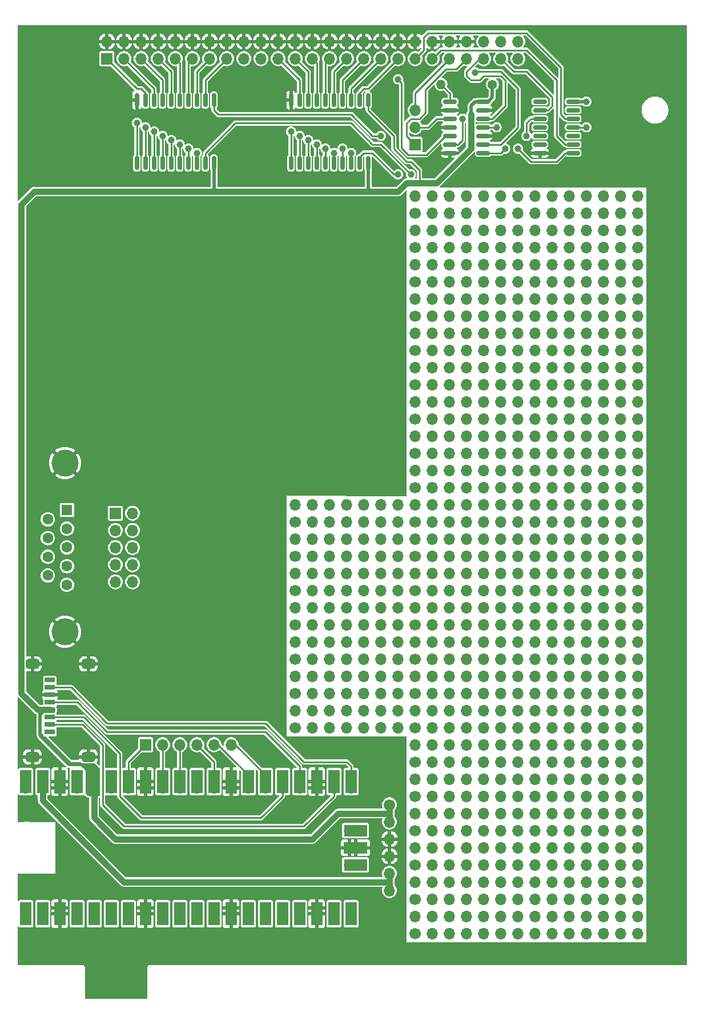
<source format=gtl>
G04 #@! TF.GenerationSoftware,KiCad,Pcbnew,8.0.4*
G04 #@! TF.CreationDate,2024-11-26T20:16:44-06:00*
G04 #@! TF.ProjectId,picoMBC,7069636f-4d42-4432-9e6b-696361645f70,rev?*
G04 #@! TF.SameCoordinates,Original*
G04 #@! TF.FileFunction,Copper,L1,Top*
G04 #@! TF.FilePolarity,Positive*
%FSLAX46Y46*%
G04 Gerber Fmt 4.6, Leading zero omitted, Abs format (unit mm)*
G04 Created by KiCad (PCBNEW 8.0.4) date 2024-11-26 20:16:44*
%MOMM*%
%LPD*%
G01*
G04 APERTURE LIST*
G04 Aperture macros list*
%AMRoundRect*
0 Rectangle with rounded corners*
0 $1 Rounding radius*
0 $2 $3 $4 $5 $6 $7 $8 $9 X,Y pos of 4 corners*
0 Add a 4 corners polygon primitive as box body*
4,1,4,$2,$3,$4,$5,$6,$7,$8,$9,$2,$3,0*
0 Add four circle primitives for the rounded corners*
1,1,$1+$1,$2,$3*
1,1,$1+$1,$4,$5*
1,1,$1+$1,$6,$7*
1,1,$1+$1,$8,$9*
0 Add four rect primitives between the rounded corners*
20,1,$1+$1,$2,$3,$4,$5,0*
20,1,$1+$1,$4,$5,$6,$7,0*
20,1,$1+$1,$6,$7,$8,$9,0*
20,1,$1+$1,$8,$9,$2,$3,0*%
G04 Aperture macros list end*
G04 #@! TA.AperFunction,ComponentPad*
%ADD10C,1.700000*%
G04 #@! TD*
G04 #@! TA.AperFunction,ComponentPad*
%ADD11O,1.700000X1.700000*%
G04 #@! TD*
G04 #@! TA.AperFunction,SMDPad,CuDef*
%ADD12RoundRect,0.150000X-0.825000X-0.150000X0.825000X-0.150000X0.825000X0.150000X-0.825000X0.150000X0*%
G04 #@! TD*
G04 #@! TA.AperFunction,ComponentPad*
%ADD13R,1.700000X1.700000*%
G04 #@! TD*
G04 #@! TA.AperFunction,SMDPad,CuDef*
%ADD14R,1.500000X0.800000*%
G04 #@! TD*
G04 #@! TA.AperFunction,SMDPad,CuDef*
%ADD15RoundRect,0.362500X0.637500X-0.362500X0.637500X0.362500X-0.637500X0.362500X-0.637500X-0.362500X0*%
G04 #@! TD*
G04 #@! TA.AperFunction,ComponentPad*
%ADD16C,4.000000*%
G04 #@! TD*
G04 #@! TA.AperFunction,ComponentPad*
%ADD17R,1.600000X1.600000*%
G04 #@! TD*
G04 #@! TA.AperFunction,ComponentPad*
%ADD18C,1.600000*%
G04 #@! TD*
G04 #@! TA.AperFunction,SMDPad,CuDef*
%ADD19RoundRect,0.150000X-0.150000X0.875000X-0.150000X-0.875000X0.150000X-0.875000X0.150000X0.875000X0*%
G04 #@! TD*
G04 #@! TA.AperFunction,ComponentPad*
%ADD20C,1.400000*%
G04 #@! TD*
G04 #@! TA.AperFunction,ComponentPad*
%ADD21O,1.400000X1.400000*%
G04 #@! TD*
G04 #@! TA.AperFunction,SMDPad,CuDef*
%ADD22R,1.700000X3.500000*%
G04 #@! TD*
G04 #@! TA.AperFunction,SMDPad,CuDef*
%ADD23R,3.500000X1.700000*%
G04 #@! TD*
G04 #@! TA.AperFunction,ViaPad*
%ADD24C,1.000000*%
G04 #@! TD*
G04 #@! TA.AperFunction,Conductor*
%ADD25C,0.889000*%
G04 #@! TD*
G04 #@! TA.AperFunction,Conductor*
%ADD26C,0.254000*%
G04 #@! TD*
G04 #@! TA.AperFunction,Conductor*
%ADD27C,0.508000*%
G04 #@! TD*
G04 APERTURE END LIST*
D10*
X107950000Y-153670000D03*
D11*
X107950000Y-156210000D03*
X107950000Y-158750000D03*
X107950000Y-161290000D03*
X107950000Y-163830000D03*
X107950000Y-166370000D03*
D10*
X93980000Y-137160000D03*
D11*
X93980000Y-134620000D03*
X96520000Y-137160000D03*
X96520000Y-134620000D03*
X99059999Y-137160000D03*
X99060000Y-134620000D03*
X101600000Y-137160000D03*
X101600000Y-134620000D03*
X104140000Y-137160000D03*
X104140000Y-134620000D03*
X106680000Y-137160000D03*
X106680000Y-134620000D03*
X109220000Y-137160000D03*
X109220000Y-134620000D03*
D12*
X116905000Y-49530000D03*
X116905000Y-50800000D03*
X116905000Y-52070000D03*
X116905000Y-53340000D03*
X116905000Y-54610000D03*
X116905000Y-55880000D03*
X116905000Y-57150000D03*
X121855000Y-57150000D03*
X121855000Y-55880000D03*
X121855000Y-54610000D03*
X121855000Y-53340000D03*
X121855000Y-52070000D03*
X121855000Y-50800000D03*
X121855000Y-49530000D03*
D10*
X111770000Y-66045000D03*
D11*
X111770000Y-63505000D03*
X114310000Y-66045000D03*
X114310000Y-63505000D03*
X116849999Y-66045000D03*
X116850000Y-63505000D03*
X119390000Y-66045000D03*
X119390000Y-63505000D03*
X121930000Y-66045000D03*
X121930000Y-63505000D03*
X124470000Y-66045000D03*
X124470000Y-63505000D03*
X127010000Y-66045000D03*
X127010000Y-63505000D03*
X129550001Y-66045000D03*
X129550000Y-63505000D03*
X132090000Y-66045000D03*
X132090000Y-63505000D03*
X134630000Y-66045000D03*
X134630000Y-63505000D03*
X137170000Y-66045000D03*
X137170000Y-63505000D03*
X139709999Y-66045000D03*
X139710000Y-63505000D03*
X142250000Y-66045000D03*
X142250000Y-63505000D03*
X144790000Y-66045000D03*
X144790000Y-63505000D03*
D13*
X71755000Y-144780000D03*
D11*
X74295000Y-144780000D03*
X76834999Y-144780000D03*
X79375000Y-144780000D03*
X81915000Y-144780000D03*
X84455000Y-144780000D03*
D14*
X57590000Y-142905000D03*
X57590000Y-141805000D03*
X57590000Y-140705000D03*
X57590000Y-139605000D03*
X57590000Y-138505000D03*
X57590000Y-137405000D03*
X57590000Y-136305000D03*
X57590000Y-135205000D03*
D15*
X63290000Y-146575001D03*
X54990000Y-146575000D03*
X54990000Y-132825000D03*
X63290000Y-132824999D03*
D10*
X111760000Y-81280000D03*
D11*
X111760000Y-78740000D03*
X114300000Y-81280000D03*
X114300000Y-78740000D03*
X116839999Y-81280000D03*
X116840000Y-78740000D03*
X119380000Y-81280000D03*
X119380000Y-78740000D03*
X121920000Y-81280000D03*
X121920000Y-78740000D03*
X124460000Y-81280000D03*
X124460000Y-78740000D03*
X127000000Y-81280000D03*
X127000000Y-78740000D03*
X129540001Y-81280000D03*
X129540000Y-78740000D03*
X132080000Y-81280000D03*
X132080000Y-78740000D03*
X134620000Y-81280000D03*
X134620000Y-78740000D03*
X137160000Y-81280000D03*
X137160000Y-78740000D03*
X139699999Y-81280000D03*
X139700000Y-78740000D03*
X142240000Y-81280000D03*
X142240000Y-78740000D03*
X144780000Y-81280000D03*
X144780000Y-78740000D03*
D10*
X111760000Y-121920000D03*
D11*
X111760000Y-119380000D03*
X114300000Y-121920000D03*
X114300000Y-119380000D03*
X116839999Y-121920000D03*
X116840000Y-119380000D03*
X119380000Y-121920000D03*
X119380000Y-119380000D03*
X121920000Y-121920000D03*
X121920000Y-119380000D03*
X124460000Y-121920000D03*
X124460000Y-119380000D03*
X127000000Y-121920000D03*
X127000000Y-119380000D03*
X129540001Y-121920000D03*
X129540000Y-119380000D03*
X132080000Y-121920000D03*
X132080000Y-119380000D03*
X134620000Y-121920000D03*
X134620000Y-119380000D03*
X137160000Y-121920000D03*
X137160000Y-119380000D03*
X139699999Y-121920000D03*
X139700000Y-119380000D03*
X142240000Y-121920000D03*
X142240000Y-119380000D03*
X144780000Y-121920000D03*
X144780000Y-119380000D03*
D10*
X111760000Y-101600000D03*
D11*
X111760000Y-99060000D03*
X114300000Y-101600000D03*
X114300000Y-99060000D03*
X116839999Y-101600000D03*
X116840000Y-99060000D03*
X119380000Y-101600000D03*
X119380000Y-99060000D03*
X121920000Y-101600000D03*
X121920000Y-99060000D03*
X124460000Y-101600000D03*
X124460000Y-99060000D03*
X127000000Y-101600000D03*
X127000000Y-99060000D03*
X129540001Y-101600000D03*
X129540000Y-99060000D03*
X132080000Y-101600000D03*
X132080000Y-99060000D03*
X134620000Y-101600000D03*
X134620000Y-99060000D03*
X137160000Y-101600000D03*
X137160000Y-99060000D03*
X139699999Y-101600000D03*
X139700000Y-99060000D03*
X142240000Y-101600000D03*
X142240000Y-99060000D03*
X144780000Y-101600000D03*
X144780000Y-99060000D03*
D13*
X67305000Y-110495000D03*
D11*
X69845000Y-110495000D03*
X67305000Y-113035000D03*
X69845000Y-113035000D03*
X67305000Y-115575000D03*
X69845000Y-115575000D03*
X67305000Y-118115000D03*
X69845000Y-118115000D03*
X67305000Y-120655000D03*
X69845000Y-120655000D03*
D10*
X111760000Y-152400000D03*
D11*
X111760000Y-149860000D03*
X114300000Y-152400000D03*
X114300000Y-149860000D03*
X116839999Y-152400000D03*
X116840000Y-149860000D03*
X119380000Y-152400000D03*
X119380000Y-149860000D03*
X121920000Y-152400000D03*
X121920000Y-149860000D03*
X124460000Y-152400000D03*
X124460000Y-149860000D03*
X127000000Y-152400000D03*
X127000000Y-149860000D03*
X129540001Y-152400000D03*
X129540000Y-149860000D03*
X132080000Y-152400000D03*
X132080000Y-149860000D03*
X134620000Y-152400000D03*
X134620000Y-149860000D03*
X137160000Y-152400000D03*
X137160000Y-149860000D03*
X139699999Y-152400000D03*
X139700000Y-149860000D03*
X142240000Y-152400000D03*
X142240000Y-149860000D03*
X144780000Y-152400000D03*
X144780000Y-149860000D03*
D10*
X93980000Y-121920000D03*
D11*
X93980000Y-119380000D03*
X96520000Y-121920000D03*
X96520000Y-119380000D03*
X99059999Y-121920000D03*
X99060000Y-119380000D03*
X101600000Y-121920000D03*
X101600000Y-119380000D03*
X104140000Y-121920000D03*
X104140000Y-119380000D03*
X106680000Y-121920000D03*
X106680000Y-119380000D03*
X109220000Y-121920000D03*
X109220000Y-119380000D03*
D10*
X93980000Y-132080000D03*
D11*
X93980000Y-129540000D03*
X96520000Y-132080000D03*
X96520000Y-129540000D03*
X99059999Y-132080000D03*
X99060000Y-129540000D03*
X101600000Y-132080000D03*
X101600000Y-129540000D03*
X104140000Y-132080000D03*
X104140000Y-129540000D03*
X106680000Y-132080000D03*
X106680000Y-129540000D03*
X109220000Y-132080000D03*
X109220000Y-129540000D03*
D10*
X93980000Y-111760000D03*
D11*
X93980000Y-109220000D03*
X96520000Y-111760000D03*
X96520000Y-109220000D03*
X99059999Y-111760000D03*
X99060000Y-109220000D03*
X101600000Y-111760000D03*
X101600000Y-109220000D03*
X104140000Y-111760000D03*
X104140000Y-109220000D03*
X106680000Y-111760000D03*
X106680000Y-109220000D03*
X109220000Y-111760000D03*
X109220000Y-109220000D03*
D10*
X111770000Y-71125000D03*
D11*
X111770000Y-68585000D03*
X114310000Y-71125000D03*
X114310000Y-68585000D03*
X116849999Y-71125000D03*
X116850000Y-68585000D03*
X119390000Y-71125000D03*
X119390000Y-68585000D03*
X121930000Y-71125000D03*
X121930000Y-68585000D03*
X124470000Y-71125000D03*
X124470000Y-68585000D03*
X127010000Y-71125000D03*
X127010000Y-68585000D03*
X129550001Y-71125000D03*
X129550000Y-68585000D03*
X132090000Y-71125000D03*
X132090000Y-68585000D03*
X134630000Y-71125000D03*
X134630000Y-68585000D03*
X137170000Y-71125000D03*
X137170000Y-68585000D03*
X139709999Y-71125000D03*
X139710000Y-68585000D03*
X142250000Y-71125000D03*
X142250000Y-68585000D03*
X144790000Y-71125000D03*
X144790000Y-68585000D03*
D16*
X59815331Y-103059999D03*
X59815331Y-128059999D03*
D17*
X60115331Y-110019999D03*
D18*
X60115331Y-112789999D03*
X60115331Y-115560000D03*
X60115331Y-118329999D03*
X60115331Y-121099999D03*
X57275331Y-111404999D03*
X57275331Y-114174999D03*
X57275331Y-116944999D03*
X57275331Y-119714999D03*
D10*
X111760000Y-167640000D03*
D11*
X111760000Y-165100000D03*
X114300000Y-167640000D03*
X114300000Y-165100000D03*
X116839999Y-167640000D03*
X116840000Y-165100000D03*
X119380000Y-167640000D03*
X119380000Y-165100000D03*
X121920000Y-167640000D03*
X121920000Y-165100000D03*
X124460000Y-167640000D03*
X124460000Y-165100000D03*
X127000000Y-167640000D03*
X127000000Y-165100000D03*
X129540001Y-167640000D03*
X129540000Y-165100000D03*
X132080000Y-167640000D03*
X132080000Y-165100000D03*
X134620000Y-167640000D03*
X134620000Y-165100000D03*
X137160000Y-167640000D03*
X137160000Y-165100000D03*
X139699999Y-167640000D03*
X139700000Y-165100000D03*
X142240000Y-167640000D03*
X142240000Y-165100000D03*
X144780000Y-167640000D03*
X144780000Y-165100000D03*
D13*
X111760000Y-55880000D03*
D11*
X111760000Y-53340000D03*
X111760000Y-50800001D03*
D10*
X111760000Y-162560000D03*
D11*
X111760000Y-160020000D03*
X114300000Y-162560000D03*
X114300000Y-160020000D03*
X116839999Y-162560000D03*
X116840000Y-160020000D03*
X119380000Y-162560000D03*
X119380000Y-160020000D03*
X121920000Y-162560000D03*
X121920000Y-160020000D03*
X124460000Y-162560000D03*
X124460000Y-160020000D03*
X127000000Y-162560000D03*
X127000000Y-160020000D03*
X129540001Y-162560000D03*
X129540000Y-160020000D03*
X132080000Y-162560000D03*
X132080000Y-160020000D03*
X134620000Y-162560000D03*
X134620000Y-160020000D03*
X137160000Y-162560000D03*
X137160000Y-160020000D03*
X139699999Y-162560000D03*
X139700000Y-160020000D03*
X142240000Y-162560000D03*
X142240000Y-160020000D03*
X144780000Y-162560000D03*
X144780000Y-160020000D03*
D10*
X93980000Y-142240000D03*
D11*
X93980000Y-139700000D03*
X96520000Y-142240000D03*
X96520000Y-139700000D03*
X99059999Y-142240000D03*
X99060000Y-139700000D03*
X101600000Y-142240000D03*
X101600000Y-139700000D03*
X104140000Y-142240000D03*
X104140000Y-139700000D03*
X106680000Y-142240000D03*
X106680000Y-139700000D03*
X109220000Y-142240000D03*
X109220000Y-139700000D03*
D10*
X93980000Y-116840000D03*
D11*
X93980000Y-114300000D03*
X96520000Y-116840000D03*
X96520000Y-114300000D03*
X99059999Y-116840000D03*
X99060000Y-114300000D03*
X101600000Y-116840000D03*
X101600000Y-114300000D03*
X104140000Y-116840000D03*
X104140000Y-114300000D03*
X106680000Y-116840000D03*
X106680000Y-114300000D03*
X109220000Y-116840000D03*
X109220000Y-114300000D03*
D10*
X111760000Y-132080000D03*
D11*
X111760000Y-129540000D03*
X114300000Y-132080000D03*
X114300000Y-129540000D03*
X116839999Y-132080000D03*
X116840000Y-129540000D03*
X119380000Y-132080000D03*
X119380000Y-129540000D03*
X121920000Y-132080000D03*
X121920000Y-129540000D03*
X124460000Y-132080000D03*
X124460000Y-129540000D03*
X127000000Y-132080000D03*
X127000000Y-129540000D03*
X129540001Y-132080000D03*
X129540000Y-129540000D03*
X132080000Y-132080000D03*
X132080000Y-129540000D03*
X134620000Y-132080000D03*
X134620000Y-129540000D03*
X137160000Y-132080000D03*
X137160000Y-129540000D03*
X139699999Y-132080000D03*
X139700000Y-129540000D03*
X142240000Y-132080000D03*
X142240000Y-129540000D03*
X144780000Y-132080000D03*
X144780000Y-129540000D03*
D19*
X81915000Y-49325000D03*
X80645000Y-49325000D03*
X79375000Y-49324999D03*
X78105000Y-49325000D03*
X76835000Y-49325000D03*
X75565000Y-49325000D03*
X74295000Y-49325000D03*
X73025000Y-49324999D03*
X71755000Y-49325000D03*
X70485000Y-49325000D03*
X70485000Y-58625000D03*
X71755000Y-58625000D03*
X73025000Y-58625001D03*
X74295000Y-58625000D03*
X75565000Y-58625000D03*
X76835000Y-58625000D03*
X78105000Y-58625000D03*
X79375000Y-58625001D03*
X80645000Y-58625000D03*
X81915000Y-58625000D03*
D10*
X111760000Y-96520000D03*
D11*
X111760000Y-93980000D03*
X114300000Y-96520000D03*
X114300000Y-93980000D03*
X116839999Y-96520000D03*
X116840000Y-93980000D03*
X119380000Y-96520000D03*
X119380000Y-93980000D03*
X121920000Y-96520000D03*
X121920000Y-93980000D03*
X124460000Y-96520000D03*
X124460000Y-93980000D03*
X127000000Y-96520000D03*
X127000000Y-93980000D03*
X129540001Y-96520000D03*
X129540000Y-93980000D03*
X132080000Y-96520000D03*
X132080000Y-93980000D03*
X134620000Y-96520000D03*
X134620000Y-93980000D03*
X137160000Y-96520000D03*
X137160000Y-93980000D03*
X139699999Y-96520000D03*
X139700000Y-93980000D03*
X142240000Y-96520000D03*
X142240000Y-93980000D03*
X144780000Y-96520000D03*
X144780000Y-93980000D03*
D10*
X111760000Y-106680000D03*
D11*
X111760000Y-104140000D03*
X114300000Y-106680000D03*
X114300000Y-104140000D03*
X116839999Y-106680000D03*
X116840000Y-104140000D03*
X119380000Y-106680000D03*
X119380000Y-104140000D03*
X121920000Y-106680000D03*
X121920000Y-104140000D03*
X124460000Y-106680000D03*
X124460000Y-104140000D03*
X127000000Y-106680000D03*
X127000000Y-104140000D03*
X129540001Y-106680000D03*
X129540000Y-104140000D03*
X132080000Y-106680000D03*
X132080000Y-104140000D03*
X134620000Y-106680000D03*
X134620000Y-104140000D03*
X137160000Y-106680000D03*
X137160000Y-104140000D03*
X139699999Y-106680000D03*
X139700000Y-104140000D03*
X142240000Y-106680000D03*
X142240000Y-104140000D03*
X144780000Y-106680000D03*
X144780000Y-104140000D03*
D10*
X111760000Y-116840000D03*
D11*
X111760000Y-114300000D03*
X114300000Y-116840000D03*
X114300000Y-114300000D03*
X116839999Y-116840000D03*
X116840000Y-114300000D03*
X119380000Y-116840000D03*
X119380000Y-114300000D03*
X121920000Y-116840000D03*
X121920000Y-114300000D03*
X124460000Y-116840000D03*
X124460000Y-114300000D03*
X127000000Y-116840000D03*
X127000000Y-114300000D03*
X129540001Y-116840000D03*
X129540000Y-114300000D03*
X132080000Y-116840000D03*
X132080000Y-114300000D03*
X134620000Y-116840000D03*
X134620000Y-114300000D03*
X137160000Y-116840000D03*
X137160000Y-114300000D03*
X139699999Y-116840000D03*
X139700000Y-114300000D03*
X142240000Y-116840000D03*
X142240000Y-114300000D03*
X144780000Y-116840000D03*
X144780000Y-114300000D03*
D10*
X111770000Y-76205000D03*
D11*
X111770000Y-73665000D03*
X114310000Y-76205000D03*
X114310000Y-73665000D03*
X116849999Y-76205000D03*
X116850000Y-73665000D03*
X119390000Y-76205000D03*
X119390000Y-73665000D03*
X121930000Y-76205000D03*
X121930000Y-73665000D03*
X124470000Y-76205000D03*
X124470000Y-73665000D03*
X127010000Y-76205000D03*
X127010000Y-73665000D03*
X129550001Y-76205000D03*
X129550000Y-73665000D03*
X132090000Y-76205000D03*
X132090000Y-73665000D03*
X134630000Y-76205000D03*
X134630000Y-73665000D03*
X137170000Y-76205000D03*
X137170000Y-73665000D03*
X139709999Y-76205000D03*
X139710000Y-73665000D03*
X142250000Y-76205000D03*
X142250000Y-73665000D03*
X144790000Y-76205000D03*
X144790000Y-73665000D03*
D10*
X111760000Y-127000000D03*
D11*
X111760000Y-124460000D03*
X114300000Y-127000000D03*
X114300000Y-124460000D03*
X116839999Y-127000000D03*
X116840000Y-124460000D03*
X119380000Y-127000000D03*
X119380000Y-124460000D03*
X121920000Y-127000000D03*
X121920000Y-124460000D03*
X124460000Y-127000000D03*
X124460000Y-124460000D03*
X127000000Y-127000000D03*
X127000000Y-124460000D03*
X129540001Y-127000000D03*
X129540000Y-124460000D03*
X132080000Y-127000000D03*
X132080000Y-124460000D03*
X134620000Y-127000000D03*
X134620000Y-124460000D03*
X137160000Y-127000000D03*
X137160000Y-124460000D03*
X139699999Y-127000000D03*
X139700000Y-124460000D03*
X142240000Y-127000000D03*
X142240000Y-124460000D03*
X144780000Y-127000000D03*
X144780000Y-124460000D03*
D10*
X111760000Y-86360000D03*
D11*
X111760000Y-83820000D03*
X114300000Y-86360000D03*
X114300000Y-83820000D03*
X116839999Y-86360000D03*
X116840000Y-83820000D03*
X119380000Y-86360000D03*
X119380000Y-83820000D03*
X121920000Y-86360000D03*
X121920000Y-83820000D03*
X124460000Y-86360000D03*
X124460000Y-83820000D03*
X127000000Y-86360000D03*
X127000000Y-83820000D03*
X129540001Y-86360000D03*
X129540000Y-83820000D03*
X132080000Y-86360000D03*
X132080000Y-83820000D03*
X134620000Y-86360000D03*
X134620000Y-83820000D03*
X137160000Y-86360000D03*
X137160000Y-83820000D03*
X139699999Y-86360000D03*
X139700000Y-83820000D03*
X142240000Y-86360000D03*
X142240000Y-83820000D03*
X144780000Y-86360000D03*
X144780000Y-83820000D03*
D10*
X111760000Y-147320000D03*
D11*
X111760000Y-144780000D03*
X114300000Y-147320000D03*
X114300000Y-144780000D03*
X116839999Y-147320000D03*
X116840000Y-144780000D03*
X119380000Y-147320000D03*
X119380000Y-144780000D03*
X121920000Y-147320000D03*
X121920000Y-144780000D03*
X124460000Y-147320000D03*
X124460000Y-144780000D03*
X127000000Y-147320000D03*
X127000000Y-144780000D03*
X129540001Y-147320000D03*
X129540000Y-144780000D03*
X132080000Y-147320000D03*
X132080000Y-144780000D03*
X134620000Y-147320000D03*
X134620000Y-144780000D03*
X137160000Y-147320000D03*
X137160000Y-144780000D03*
X139699999Y-147320000D03*
X139700000Y-144780000D03*
X142240000Y-147320000D03*
X142240000Y-144780000D03*
X144780000Y-147320000D03*
X144780000Y-144780000D03*
D10*
X111760000Y-91440000D03*
D11*
X111760000Y-88900000D03*
X114300000Y-91440000D03*
X114300000Y-88900000D03*
X116839999Y-91440000D03*
X116840000Y-88900000D03*
X119380000Y-91440000D03*
X119380000Y-88900000D03*
X121920000Y-91440000D03*
X121920000Y-88900000D03*
X124460000Y-91440000D03*
X124460000Y-88900000D03*
X127000000Y-91440000D03*
X127000000Y-88900000D03*
X129540001Y-91440000D03*
X129540000Y-88900000D03*
X132080000Y-91440000D03*
X132080000Y-88900000D03*
X134620000Y-91440000D03*
X134620000Y-88900000D03*
X137160000Y-91440000D03*
X137160000Y-88900000D03*
X139699999Y-91440000D03*
X139700000Y-88900000D03*
X142240000Y-91440000D03*
X142240000Y-88900000D03*
X144780000Y-91440000D03*
X144780000Y-88900000D03*
D10*
X111760000Y-142240000D03*
D11*
X111760000Y-139700000D03*
X114300000Y-142240000D03*
X114300000Y-139700000D03*
X116839999Y-142240000D03*
X116840000Y-139700000D03*
X119380000Y-142240000D03*
X119380000Y-139700000D03*
X121920000Y-142240000D03*
X121920000Y-139700000D03*
X124460000Y-142240000D03*
X124460000Y-139700000D03*
X127000000Y-142240000D03*
X127000000Y-139700000D03*
X129540001Y-142240000D03*
X129540000Y-139700000D03*
X132080000Y-142240000D03*
X132080000Y-139700000D03*
X134620000Y-142240000D03*
X134620000Y-139700000D03*
X137160000Y-142240000D03*
X137160000Y-139700000D03*
X139699999Y-142240000D03*
X139700000Y-139700000D03*
X142240000Y-142240000D03*
X142240000Y-139700000D03*
X144780000Y-142240000D03*
X144780000Y-139700000D03*
D10*
X93980000Y-127000000D03*
D11*
X93980000Y-124460000D03*
X96520000Y-127000000D03*
X96520000Y-124460000D03*
X99059999Y-127000000D03*
X99060000Y-124460000D03*
X101600000Y-127000000D03*
X101600000Y-124460000D03*
X104140000Y-127000000D03*
X104140000Y-124460000D03*
X106680000Y-127000000D03*
X106680000Y-124460000D03*
X109220000Y-127000000D03*
X109220000Y-124460000D03*
D19*
X104775000Y-49325000D03*
X103505000Y-49325000D03*
X102235000Y-49324999D03*
X100965000Y-49325000D03*
X99695000Y-49325000D03*
X98425000Y-49325000D03*
X97155000Y-49325000D03*
X95885000Y-49324999D03*
X94615000Y-49325000D03*
X93345000Y-49325000D03*
X93345000Y-58625000D03*
X94615000Y-58625000D03*
X95885000Y-58625001D03*
X97155000Y-58625000D03*
X98425000Y-58625000D03*
X99695000Y-58625000D03*
X100965000Y-58625000D03*
X102235000Y-58625001D03*
X103505000Y-58625000D03*
X104775000Y-58625000D03*
D20*
X123190000Y-46990000D03*
D21*
X115570000Y-46990000D03*
D12*
X130240000Y-49530000D03*
X130240000Y-50800000D03*
X130240000Y-52070000D03*
X130240000Y-53340000D03*
X130240000Y-54610000D03*
X130240000Y-55880000D03*
X130240000Y-57150000D03*
X135190000Y-57150000D03*
X135190000Y-55880000D03*
X135190000Y-54610000D03*
X135190000Y-53340000D03*
X135190000Y-52070000D03*
X135190000Y-50800000D03*
X135190000Y-49530000D03*
D10*
X111760000Y-157480000D03*
D11*
X111760000Y-154940000D03*
X114300000Y-157480000D03*
X114300000Y-154940000D03*
X116839999Y-157480000D03*
X116840000Y-154940000D03*
X119380000Y-157480000D03*
X119380000Y-154940000D03*
X121920000Y-157480000D03*
X121920000Y-154940000D03*
X124460000Y-157480000D03*
X124460000Y-154940000D03*
X127000000Y-157480000D03*
X127000000Y-154940000D03*
X129540001Y-157480000D03*
X129540000Y-154940000D03*
X132080000Y-157480000D03*
X132080000Y-154940000D03*
X134620000Y-157480000D03*
X134620000Y-154940000D03*
X137160000Y-157480000D03*
X137160000Y-154940000D03*
X139699999Y-157480000D03*
X139700000Y-154940000D03*
X142240000Y-157480000D03*
X142240000Y-154940000D03*
X144780000Y-157480000D03*
X144780000Y-154940000D03*
D10*
X111760000Y-111760000D03*
D11*
X111760000Y-109220000D03*
X114300000Y-111760000D03*
X114300000Y-109220000D03*
X116839999Y-111760000D03*
X116840000Y-109220000D03*
X119380000Y-111760000D03*
X119380000Y-109220000D03*
X121920000Y-111760000D03*
X121920000Y-109220000D03*
X124460000Y-111760000D03*
X124460000Y-109220000D03*
X127000000Y-111760000D03*
X127000000Y-109220000D03*
X129540001Y-111760000D03*
X129540000Y-109220000D03*
X132080000Y-111760000D03*
X132080000Y-109220000D03*
X134620000Y-111760000D03*
X134620000Y-109220000D03*
X137160000Y-111760000D03*
X137160000Y-109220000D03*
X139699999Y-111760000D03*
X139700000Y-109220000D03*
X142240000Y-111760000D03*
X142240000Y-109220000D03*
X144780000Y-111760000D03*
X144780000Y-109220000D03*
X53975000Y-168910000D03*
D22*
X53975000Y-169810000D03*
D11*
X56515000Y-168910000D03*
D22*
X56515000Y-169810000D03*
D13*
X59055000Y-168910000D03*
D22*
X59055000Y-169810000D03*
D11*
X61595000Y-168910000D03*
D22*
X61595000Y-169810000D03*
D11*
X64135000Y-168910000D03*
D22*
X64135000Y-169810000D03*
D11*
X66675000Y-168910000D03*
D22*
X66675000Y-169810000D03*
D11*
X69215000Y-168910000D03*
D22*
X69215000Y-169810000D03*
D13*
X71755000Y-168910000D03*
D22*
X71755000Y-169810000D03*
D11*
X74295000Y-168910000D03*
D22*
X74295000Y-169810000D03*
D11*
X76835000Y-168910000D03*
D22*
X76835000Y-169810000D03*
D11*
X79375000Y-168910000D03*
D22*
X79375000Y-169810000D03*
D11*
X81915000Y-168910000D03*
D22*
X81915000Y-169810000D03*
D13*
X84455000Y-168910000D03*
D22*
X84455000Y-169810000D03*
D11*
X86995000Y-168910000D03*
D22*
X86995000Y-169810000D03*
D11*
X89535000Y-168910000D03*
D22*
X89535000Y-169810000D03*
D11*
X92075000Y-168910000D03*
D22*
X92075000Y-169810000D03*
D11*
X94615000Y-168910000D03*
D22*
X94615000Y-169810000D03*
D13*
X97155000Y-168910000D03*
D22*
X97155000Y-169810000D03*
D11*
X99695000Y-168910000D03*
D22*
X99695000Y-169810000D03*
D11*
X102235000Y-168910000D03*
D22*
X102235000Y-169810000D03*
D11*
X102235000Y-151130000D03*
D22*
X102235000Y-150230000D03*
D11*
X99695000Y-151130000D03*
D22*
X99695000Y-150230000D03*
D13*
X97155000Y-151130000D03*
D22*
X97155000Y-150230000D03*
D11*
X94615000Y-151130000D03*
D22*
X94615000Y-150230000D03*
D11*
X92075000Y-151130000D03*
D22*
X92075000Y-150230000D03*
D11*
X89535000Y-151130000D03*
D22*
X89535000Y-150230000D03*
D11*
X86995000Y-151130000D03*
D22*
X86995000Y-150230000D03*
D13*
X84455000Y-151130000D03*
D22*
X84455000Y-150230000D03*
D11*
X81915000Y-151130000D03*
D22*
X81915000Y-150230000D03*
D11*
X79375000Y-151130000D03*
D22*
X79375000Y-150230000D03*
D11*
X76835000Y-151130000D03*
D22*
X76835000Y-150230000D03*
D11*
X74295000Y-151130000D03*
D22*
X74295000Y-150230000D03*
D13*
X71755000Y-151130000D03*
D22*
X71755000Y-150230000D03*
D11*
X69215000Y-151130000D03*
D22*
X69215000Y-150230000D03*
D11*
X66675000Y-151130000D03*
D22*
X66675000Y-150230000D03*
D11*
X64135000Y-151130000D03*
D22*
X64135000Y-150230000D03*
D11*
X61595000Y-151130000D03*
D22*
X61595000Y-150230000D03*
D13*
X59055000Y-151130000D03*
D22*
X59055000Y-150230000D03*
D11*
X56515000Y-151130000D03*
D22*
X56515000Y-150230000D03*
D11*
X53975000Y-151130000D03*
D22*
X53975000Y-150230000D03*
D11*
X102005000Y-162560000D03*
D23*
X102905000Y-162560000D03*
D13*
X102005000Y-160020000D03*
D23*
X102905000Y-160020000D03*
D11*
X102005000Y-157480000D03*
D23*
X102905000Y-157480000D03*
D10*
X111760000Y-172720000D03*
D11*
X111760000Y-170180000D03*
X114300000Y-172720000D03*
X114300000Y-170180000D03*
X116839999Y-172720000D03*
X116840000Y-170180000D03*
X119380000Y-172720000D03*
X119380000Y-170180000D03*
X121920000Y-172720000D03*
X121920000Y-170180000D03*
X124460000Y-172720000D03*
X124460000Y-170180000D03*
X127000000Y-172720000D03*
X127000000Y-170180000D03*
X129540001Y-172720000D03*
X129540000Y-170180000D03*
X132080000Y-172720000D03*
X132080000Y-170180000D03*
X134620000Y-172720000D03*
X134620000Y-170180000D03*
X137160000Y-172720000D03*
X137160000Y-170180000D03*
X139699999Y-172720000D03*
X139700000Y-170180000D03*
X142240000Y-172720000D03*
X142240000Y-170180000D03*
X144780000Y-172720000D03*
X144780000Y-170180000D03*
D13*
X66040000Y-43180000D03*
D11*
X66040000Y-40640000D03*
X68580000Y-43180000D03*
X68580000Y-40640000D03*
X71120000Y-43180000D03*
X71120000Y-40640000D03*
X73660000Y-43180000D03*
X73660000Y-40640000D03*
X76200000Y-43180000D03*
X76200000Y-40640000D03*
X78740000Y-43180000D03*
X78740000Y-40640000D03*
X81280000Y-43180000D03*
X81280000Y-40640000D03*
X83820000Y-43180000D03*
X83820000Y-40640000D03*
X86360000Y-43180000D03*
X86360000Y-40640000D03*
X88900000Y-43180000D03*
X88900000Y-40640000D03*
X91440000Y-43180000D03*
X91440000Y-40640000D03*
X93980000Y-43180000D03*
X93980000Y-40640000D03*
X96520000Y-43180000D03*
X96520000Y-40640000D03*
X99060000Y-43180000D03*
X99060000Y-40640000D03*
X101600000Y-43180000D03*
X101600000Y-40640000D03*
X104140000Y-43180000D03*
X104140000Y-40640000D03*
X106680000Y-43180000D03*
X106680000Y-40640000D03*
X109220000Y-43180000D03*
X109220000Y-40640000D03*
X111760000Y-43180000D03*
X111760000Y-40640000D03*
X114300000Y-43180000D03*
X114300000Y-40640000D03*
X116840000Y-43180000D03*
X116840000Y-40640000D03*
X119380000Y-43180000D03*
X119380000Y-40640000D03*
X121920000Y-43180000D03*
X121920000Y-40640000D03*
X124460000Y-43180000D03*
X124460000Y-40640000D03*
X127000000Y-43180000D03*
X127000000Y-40640000D03*
D10*
X111760000Y-137160000D03*
D11*
X111760000Y-134620000D03*
X114300000Y-137160000D03*
X114300000Y-134620000D03*
X116839999Y-137160000D03*
X116840000Y-134620000D03*
X119380000Y-137160000D03*
X119380000Y-134620000D03*
X121920000Y-137160000D03*
X121920000Y-134620000D03*
X124460000Y-137160000D03*
X124460000Y-134620000D03*
X127000000Y-137160000D03*
X127000000Y-134620000D03*
X129540001Y-137160000D03*
X129540000Y-134620000D03*
X132080000Y-137160000D03*
X132080000Y-134620000D03*
X134620000Y-137160000D03*
X134620000Y-134620000D03*
X137160000Y-137160000D03*
X137160000Y-134620000D03*
X139699999Y-137160000D03*
X139700000Y-134620000D03*
X142240000Y-137160000D03*
X142240000Y-134620000D03*
X144780000Y-137160000D03*
X144780000Y-134620000D03*
D24*
X72390000Y-161290000D03*
X75565000Y-161290000D03*
X80645000Y-163195000D03*
X85090000Y-161290000D03*
X88265000Y-161290000D03*
X90805000Y-161290000D03*
X93345000Y-161290000D03*
X86995000Y-153035000D03*
X81915000Y-153035000D03*
X71755000Y-135255000D03*
X83820000Y-60960000D03*
X100965000Y-167005000D03*
X97790000Y-60960000D03*
X79375000Y-60960000D03*
X85090000Y-50165000D03*
X71755000Y-147320000D03*
X64135000Y-135255000D03*
X97155000Y-153035000D03*
X132080000Y-56515000D03*
X66675000Y-60960000D03*
X55880000Y-166370000D03*
X60960000Y-133350000D03*
X60960000Y-139700000D03*
X114935000Y-53340000D03*
X81915000Y-135255000D03*
X64135000Y-60960000D03*
X79375000Y-153035000D03*
X84455000Y-135255000D03*
X76835000Y-60960000D03*
X71755000Y-60960000D03*
X79375000Y-135255000D03*
X92075000Y-154940000D03*
X94615000Y-154940000D03*
X66675000Y-135255000D03*
X101600000Y-54610000D03*
X60960000Y-146050000D03*
X107950000Y-50800000D03*
X130810000Y-45720000D03*
X113665000Y-60325000D03*
X96520000Y-161290000D03*
X128270000Y-50165000D03*
X71755000Y-153035000D03*
X114935000Y-50800000D03*
X74295000Y-60960000D03*
X79375000Y-147320000D03*
X123825000Y-50165000D03*
X90170000Y-50165000D03*
X76835000Y-135255000D03*
X113665000Y-55880000D03*
X66675000Y-147320000D03*
X125730000Y-51435000D03*
X74295000Y-135255000D03*
X69215000Y-60960000D03*
X84455000Y-153035000D03*
X111760000Y-46355000D03*
X132080000Y-44450000D03*
X66675000Y-153035000D03*
X53975000Y-165735000D03*
X89535000Y-153035000D03*
X69215000Y-144780000D03*
X57150000Y-146050000D03*
X69215000Y-135255000D03*
X61595000Y-153035000D03*
X90805000Y-135255000D03*
X57150000Y-133350000D03*
X74295000Y-153035000D03*
X76835000Y-153035000D03*
X137160000Y-49530000D03*
X120650000Y-45212000D03*
X109220000Y-46228000D03*
X78105000Y-56515000D03*
X100965000Y-56515000D03*
X76835000Y-55880000D03*
X99695000Y-57150000D03*
X73025000Y-53975000D03*
X95885000Y-55245000D03*
X93345000Y-53975000D03*
X70485000Y-52705000D03*
X97155000Y-55880000D03*
X74295000Y-54610000D03*
X71755000Y-53340000D03*
X94615000Y-54610000D03*
X75565000Y-55245000D03*
X98425000Y-56515000D03*
X79375000Y-57150000D03*
X102235000Y-57150000D03*
X106680000Y-54610000D03*
X125095000Y-56515000D03*
X123825000Y-53340000D03*
X118745000Y-52070000D03*
X137160000Y-53340000D03*
X128270000Y-54610000D03*
X127000000Y-56515000D03*
X111125000Y-60325000D03*
X109220000Y-60325000D03*
D25*
X100330000Y-154940000D02*
X107950000Y-154940000D01*
X64135000Y-155575000D02*
X67310000Y-158750000D01*
X67310000Y-158750000D02*
X96520000Y-158750000D01*
X64135000Y-151130000D02*
X64135000Y-155575000D01*
X107950000Y-154940000D02*
X107950000Y-156210000D01*
X107950000Y-153670000D02*
X107950000Y-154940000D01*
X96520000Y-158750000D02*
X100330000Y-154940000D01*
X56515000Y-153035000D02*
X56515000Y-151130000D01*
X107950000Y-165100000D02*
X107950000Y-163830000D01*
X107950000Y-166370000D02*
X107950000Y-165100000D01*
X107950000Y-165100000D02*
X68580000Y-165100000D01*
X68580000Y-165100000D02*
X56515000Y-153035000D01*
D26*
X66040000Y-142875000D02*
X61670000Y-138505000D01*
X61670000Y-138505000D02*
X57590000Y-138505000D01*
X94615000Y-151130000D02*
X94615000Y-147955000D01*
X94615000Y-147955000D02*
X89535000Y-142875000D01*
X89535000Y-142875000D02*
X66040000Y-142875000D01*
X65405000Y-144780000D02*
X65405000Y-153670000D01*
X99695000Y-152400000D02*
X99695000Y-151130000D01*
X65405000Y-153670000D02*
X68580000Y-156845000D01*
X62430000Y-141805000D02*
X65405000Y-144780000D01*
X57590000Y-141805000D02*
X62430000Y-141805000D01*
X68580000Y-156845000D02*
X95250000Y-156845000D01*
X95250000Y-156845000D02*
X99695000Y-152400000D01*
X102235000Y-147955000D02*
X101600000Y-147320000D01*
X95250000Y-147320000D02*
X89535000Y-141605000D01*
X101600000Y-147320000D02*
X95250000Y-147320000D01*
X102235000Y-151130000D02*
X102235000Y-147955000D01*
X89535000Y-141605000D02*
X66040000Y-141605000D01*
X66040000Y-141605000D02*
X60740000Y-136305000D01*
X60740000Y-136305000D02*
X57590000Y-136305000D01*
D27*
X122555000Y-49530000D02*
X123190000Y-48895000D01*
X123190000Y-48895000D02*
X123190000Y-46990000D01*
D25*
X53340000Y-64770000D02*
X53340000Y-137160000D01*
X53340000Y-137160000D02*
X55785000Y-139605000D01*
X55785000Y-139605000D02*
X57590000Y-139605000D01*
X104775000Y-62865000D02*
X81915000Y-62865000D01*
X104775000Y-62865000D02*
X109220000Y-62865000D01*
D26*
X104775000Y-50800000D02*
X108585000Y-54610000D01*
X108585000Y-54610000D02*
X108585000Y-56515000D01*
D25*
X109220000Y-62865000D02*
X110490000Y-61595000D01*
D27*
X121855000Y-49530000D02*
X122555000Y-49530000D01*
X120015000Y-51435000D02*
X120015000Y-50165000D01*
D25*
X120015000Y-56515000D02*
X120015000Y-51435000D01*
X112395000Y-61595000D02*
X114935000Y-61595000D01*
D27*
X81915000Y-62865000D02*
X81915000Y-58625000D01*
D25*
X114935000Y-61595000D02*
X120015000Y-56515000D01*
D26*
X104775000Y-49325000D02*
X104775000Y-50800000D01*
X108585000Y-56515000D02*
X110490000Y-58420000D01*
D27*
X120015000Y-50165000D02*
X120650000Y-49530000D01*
D25*
X81915000Y-62865000D02*
X55245000Y-62865000D01*
D27*
X104775000Y-62865000D02*
X104775000Y-58625000D01*
D26*
X112395000Y-59690000D02*
X112395000Y-61595000D01*
D25*
X110490000Y-61595000D02*
X112395000Y-61595000D01*
X55245000Y-62865000D02*
X53340000Y-64770000D01*
D26*
X111125000Y-58420000D02*
X112395000Y-59690000D01*
D27*
X120650000Y-49530000D02*
X121855000Y-49530000D01*
X137160000Y-49530000D02*
X135190000Y-49530000D01*
D26*
X110490000Y-58420000D02*
X111125000Y-58420000D01*
X67945000Y-152400000D02*
X71120000Y-155575000D01*
X71120000Y-155575000D02*
X88900000Y-155575000D01*
X62600000Y-140705000D02*
X67945000Y-146050000D01*
X57590000Y-140705000D02*
X62600000Y-140705000D01*
X88900000Y-155575000D02*
X92075000Y-152400000D01*
X92075000Y-152400000D02*
X92075000Y-151130000D01*
X67945000Y-146050000D02*
X67945000Y-152400000D01*
X83820000Y-43180000D02*
X80645000Y-46355000D01*
X80645000Y-46355000D02*
X80645000Y-49325000D01*
X101600000Y-43180000D02*
X99695000Y-45085000D01*
X99695000Y-45085000D02*
X99695000Y-49325000D01*
X75565000Y-45085000D02*
X75565000Y-49325000D01*
X73660000Y-43180000D02*
X75565000Y-45085000D01*
X120777000Y-45085000D02*
X124460000Y-45085000D01*
X124460000Y-45085000D02*
X127000000Y-47625000D01*
X120650000Y-45212000D02*
X120777000Y-45085000D01*
X127000000Y-53340000D02*
X124460000Y-55880000D01*
X124460000Y-55880000D02*
X121855000Y-55880000D01*
X127000000Y-47625000D02*
X127000000Y-53340000D01*
X96520000Y-43180000D02*
X97155000Y-43815000D01*
X97155000Y-43815000D02*
X97155000Y-49325000D01*
X130240000Y-50800000D02*
X131445000Y-50800000D01*
X131445000Y-50800000D02*
X132080000Y-50165000D01*
X132080000Y-48895000D02*
X128270000Y-45085000D01*
X126365000Y-45085000D02*
X124460000Y-43180000D01*
X128270000Y-45085000D02*
X126365000Y-45085000D01*
X132080000Y-50165000D02*
X132080000Y-48895000D01*
X91440000Y-43180000D02*
X94615000Y-46355000D01*
X94615000Y-46355000D02*
X94615000Y-49325000D01*
X73025000Y-47625000D02*
X73025000Y-49324999D01*
X68580000Y-43180000D02*
X73025000Y-47625000D01*
X74295000Y-46355000D02*
X74295000Y-49325000D01*
X71120000Y-43180000D02*
X74295000Y-46355000D01*
X78740000Y-43180000D02*
X78105000Y-43815000D01*
X78105000Y-43815000D02*
X78105000Y-49325000D01*
X70485000Y-47625000D02*
X71120000Y-47625000D01*
X71755000Y-48260000D02*
X71755000Y-49325000D01*
X71120000Y-47625000D02*
X71755000Y-48260000D01*
X66040000Y-43180000D02*
X70485000Y-47625000D01*
X106680000Y-43180000D02*
X102235000Y-47625000D01*
X102235000Y-47625000D02*
X102235000Y-49324999D01*
X76200000Y-43180000D02*
X76835000Y-43815000D01*
X76835000Y-43815000D02*
X76835000Y-49325000D01*
X99060000Y-43180000D02*
X98425000Y-43815000D01*
X98425000Y-43815000D02*
X98425000Y-49325000D01*
X125095000Y-46355000D02*
X124460000Y-45720000D01*
X120015000Y-46355000D02*
X119380000Y-45720000D01*
X121920000Y-45720000D02*
X121285000Y-46355000D01*
X124460000Y-45720000D02*
X121920000Y-45720000D01*
X123190000Y-52070000D02*
X125095000Y-50165000D01*
X119380000Y-45085000D02*
X121285000Y-43180000D01*
X121285000Y-43180000D02*
X121920000Y-43180000D01*
X121855000Y-52070000D02*
X123190000Y-52070000D01*
X125095000Y-50165000D02*
X125095000Y-46355000D01*
X121285000Y-46355000D02*
X120015000Y-46355000D01*
X119380000Y-45720000D02*
X119380000Y-45085000D01*
X95885000Y-45085000D02*
X95885000Y-49324999D01*
X93980000Y-43180000D02*
X95885000Y-45085000D01*
X79375000Y-45085000D02*
X79375000Y-49324999D01*
X81280000Y-43180000D02*
X79375000Y-45085000D01*
X109728000Y-46736000D02*
X109220000Y-46228000D01*
X116205000Y-54610000D02*
X113411000Y-57404000D01*
X116905000Y-54610000D02*
X116205000Y-54610000D01*
X110744000Y-57404000D02*
X109728000Y-56388000D01*
X109728000Y-56388000D02*
X109728000Y-46736000D01*
X113411000Y-57404000D02*
X110744000Y-57404000D01*
X104140000Y-43180000D02*
X100965000Y-46355000D01*
X100965000Y-46355000D02*
X100965000Y-49325000D01*
X104140000Y-47625000D02*
X103505000Y-48260000D01*
X104775000Y-47625000D02*
X104140000Y-47625000D01*
X109220000Y-43180000D02*
X104775000Y-47625000D01*
X103505000Y-48260000D02*
X103505000Y-49325000D01*
X133350000Y-44450000D02*
X133350000Y-51435000D01*
X133985000Y-52070000D02*
X135190000Y-52070000D01*
X113665000Y-39370000D02*
X128270000Y-39370000D01*
X133350000Y-51435000D02*
X133985000Y-52070000D01*
X111760000Y-43180000D02*
X113030000Y-41910000D01*
X113030000Y-41910000D02*
X113030000Y-40005000D01*
X128270000Y-39370000D02*
X133350000Y-44450000D01*
X113030000Y-40005000D02*
X113665000Y-39370000D01*
X116840000Y-43180000D02*
X111760000Y-48260000D01*
X111760000Y-48260000D02*
X111760000Y-50800001D01*
X111125000Y-52070000D02*
X112395000Y-52070000D01*
X113284000Y-51181000D02*
X113284000Y-47752000D01*
X116332000Y-44704000D02*
X117856000Y-44704000D01*
X110490000Y-52705000D02*
X111125000Y-52070000D01*
X111760000Y-55880000D02*
X110490000Y-54610000D01*
X112395000Y-52070000D02*
X113284000Y-51181000D01*
X113284000Y-47752000D02*
X116332000Y-44704000D01*
X117856000Y-44704000D02*
X119380000Y-43180000D01*
X110490000Y-54610000D02*
X110490000Y-52705000D01*
X132715000Y-54610000D02*
X133985000Y-55880000D01*
X114300000Y-43180000D02*
X115570000Y-41910000D01*
X115570000Y-41910000D02*
X128270000Y-41910000D01*
X132715000Y-46355000D02*
X132715000Y-54610000D01*
X133985000Y-55880000D02*
X135190000Y-55880000D01*
X128270000Y-41910000D02*
X132715000Y-46355000D01*
X116905000Y-49530000D02*
X116905000Y-48325000D01*
X116905000Y-48325000D02*
X115570000Y-46990000D01*
X78105000Y-58625000D02*
X78105000Y-56515000D01*
X100965000Y-58625000D02*
X100965000Y-56515000D01*
X76835000Y-58625000D02*
X76835000Y-55880000D01*
X99695000Y-58625000D02*
X99695000Y-57150000D01*
X73025000Y-58625001D02*
X73025000Y-53975000D01*
X95885000Y-58625001D02*
X95885000Y-55245000D01*
X70485000Y-58625000D02*
X70485000Y-52705000D01*
X93345000Y-58625000D02*
X93345000Y-53975000D01*
X97155000Y-58625000D02*
X97155000Y-55880000D01*
X74295000Y-58625000D02*
X74295000Y-54610000D01*
X94615000Y-58625000D02*
X94615000Y-54610000D01*
X71755000Y-58625000D02*
X71755000Y-53340000D01*
X98425000Y-58625000D02*
X98425000Y-56515000D01*
X75565000Y-58625000D02*
X75565000Y-55245000D01*
X102235000Y-58625001D02*
X102235000Y-57150000D01*
X79375000Y-58625001D02*
X79375000Y-57150000D01*
X82550000Y-51435000D02*
X81915000Y-50800000D01*
X105410000Y-54610000D02*
X102235000Y-51435000D01*
X106680000Y-54610000D02*
X105410000Y-54610000D01*
X81915000Y-50800000D02*
X81915000Y-49325000D01*
X102235000Y-51435000D02*
X82550000Y-51435000D01*
X121855000Y-57150000D02*
X124460000Y-57150000D01*
X124460000Y-57150000D02*
X125095000Y-56515000D01*
X121855000Y-53340000D02*
X123825000Y-53340000D01*
X118110000Y-55880000D02*
X116905000Y-55880000D01*
X118745000Y-52070000D02*
X118745000Y-55245000D01*
X118745000Y-55245000D02*
X118110000Y-55880000D01*
X116905000Y-52070000D02*
X114935000Y-52070000D01*
X114935000Y-52070000D02*
X113665000Y-53340000D01*
X113665000Y-53340000D02*
X111760000Y-53340000D01*
X135190000Y-53340000D02*
X137160000Y-53340000D01*
X128270000Y-54610000D02*
X128270000Y-52705000D01*
X128905000Y-52070000D02*
X130240000Y-52070000D01*
X128270000Y-52705000D02*
X128905000Y-52070000D01*
X132715000Y-58420000D02*
X133985000Y-57150000D01*
X128905000Y-58420000D02*
X132715000Y-58420000D01*
X133985000Y-57150000D02*
X135190000Y-57150000D01*
X127000000Y-56515000D02*
X128905000Y-58420000D01*
X89535000Y-149225000D02*
X85090000Y-144780000D01*
X89535000Y-151130000D02*
X89535000Y-149225000D01*
X85090000Y-144780000D02*
X84455000Y-144780000D01*
X76835000Y-151130000D02*
X76835000Y-144780001D01*
X76835000Y-144780001D02*
X76834999Y-144780000D01*
X81915000Y-147320000D02*
X79375000Y-144780000D01*
X81915000Y-151130000D02*
X81915000Y-147320000D01*
X74295000Y-151130000D02*
X74295000Y-144780000D01*
X102235000Y-52705000D02*
X85090000Y-52705000D01*
X111125000Y-60325000D02*
X106680000Y-55880000D01*
X85090000Y-52705000D02*
X80645000Y-57150000D01*
X105410000Y-55880000D02*
X102235000Y-52705000D01*
X106680000Y-55880000D02*
X105410000Y-55880000D01*
X80645000Y-57150000D02*
X80645000Y-58625000D01*
X86995000Y-149225000D02*
X85090000Y-147320000D01*
X81915000Y-145415000D02*
X82550000Y-144780000D01*
X82550000Y-144780000D02*
X81915000Y-144780000D01*
X85090000Y-147320000D02*
X82550000Y-144780000D01*
X86995000Y-151130000D02*
X86995000Y-149225000D01*
X103505000Y-57785000D02*
X103505000Y-58625000D01*
X105410000Y-57150000D02*
X104140000Y-57150000D01*
X104140000Y-57150000D02*
X103505000Y-57785000D01*
X109220000Y-60325000D02*
X108585000Y-60325000D01*
X108585000Y-60325000D02*
X105410000Y-57150000D01*
X69215000Y-151130000D02*
X69215000Y-147320000D01*
X69215000Y-147320000D02*
X71755000Y-144780000D01*
G04 #@! TA.AperFunction,Conductor*
G36*
X57980355Y-139192769D02*
G01*
X58103085Y-139212207D01*
X58121676Y-139218248D01*
X58227952Y-139272398D01*
X58243770Y-139283891D01*
X58328108Y-139368229D01*
X58339602Y-139384049D01*
X58393750Y-139490320D01*
X58399793Y-139508917D01*
X58418451Y-139626723D01*
X58418451Y-139646277D01*
X58399793Y-139764082D01*
X58393750Y-139782679D01*
X58339602Y-139888950D01*
X58328108Y-139904770D01*
X58243771Y-139989107D01*
X58227952Y-140000601D01*
X58143390Y-140043688D01*
X58115015Y-140050500D01*
X56814935Y-140050500D01*
X56814931Y-140050501D01*
X56740700Y-140065265D01*
X56740696Y-140065267D01*
X56656515Y-140121515D01*
X56600266Y-140205697D01*
X56600266Y-140205698D01*
X56593029Y-140242076D01*
X56575931Y-140274069D01*
X56388000Y-140462000D01*
X56388000Y-143002000D01*
X56572803Y-143186803D01*
X56585500Y-143224206D01*
X56585500Y-143330063D01*
X56585501Y-143330069D01*
X56600265Y-143404299D01*
X56600267Y-143404303D01*
X56656515Y-143488484D01*
X56740697Y-143544733D01*
X56740699Y-143544734D01*
X56814933Y-143559500D01*
X56919612Y-143559499D01*
X56963803Y-143577803D01*
X60706000Y-147320000D01*
X62136541Y-147320000D01*
X62180735Y-147338306D01*
X62271328Y-147428900D01*
X62271330Y-147428901D01*
X62271331Y-147428902D01*
X62405512Y-147508256D01*
X62555213Y-147551748D01*
X62562208Y-147552298D01*
X62590184Y-147554501D01*
X62590192Y-147554501D01*
X63989816Y-147554501D01*
X64009796Y-147552927D01*
X64024787Y-147551748D01*
X64155862Y-147513667D01*
X64203406Y-147518916D01*
X64217491Y-147529491D01*
X65005194Y-148317194D01*
X65023500Y-148361388D01*
X65023500Y-152299674D01*
X65005194Y-152343868D01*
X64984918Y-152357417D01*
X64941952Y-152375214D01*
X64926192Y-152379436D01*
X64774064Y-152399465D01*
X64765906Y-152400000D01*
X63504094Y-152400000D01*
X63495936Y-152399465D01*
X63343807Y-152379436D01*
X63328048Y-152375214D01*
X63285082Y-152357417D01*
X63190098Y-152318073D01*
X63175977Y-152309921D01*
X63057511Y-152219019D01*
X63045980Y-152207488D01*
X62955076Y-152089020D01*
X62946927Y-152074904D01*
X62889784Y-151936947D01*
X62885563Y-151921192D01*
X62865535Y-151769063D01*
X62865000Y-151760905D01*
X62865000Y-148853032D01*
X62865000Y-148853026D01*
X62865000Y-148590000D01*
X62696126Y-148421126D01*
X62690152Y-148407940D01*
X62684734Y-148380699D01*
X62684734Y-148380698D01*
X62628484Y-148296515D01*
X62544302Y-148240266D01*
X62526647Y-148236754D01*
X62494649Y-148219649D01*
X62415991Y-148140991D01*
X62230000Y-147955000D01*
X61966978Y-147955000D01*
X60592120Y-147955000D01*
X60583962Y-147954465D01*
X60431833Y-147934436D01*
X60416074Y-147930214D01*
X60393884Y-147921022D01*
X60278124Y-147873073D01*
X60264003Y-147864921D01*
X60142254Y-147771500D01*
X60136115Y-147766115D01*
X56068884Y-143698884D01*
X56063500Y-143692746D01*
X55970076Y-143570994D01*
X55961927Y-143556878D01*
X55904784Y-143418921D01*
X55900563Y-143403166D01*
X55880535Y-143251037D01*
X55880000Y-143242879D01*
X55880000Y-139967120D01*
X55880535Y-139958962D01*
X55900563Y-139806832D01*
X55904783Y-139791079D01*
X55961929Y-139653118D01*
X55970074Y-139639008D01*
X56063506Y-139517245D01*
X56068876Y-139511123D01*
X56199123Y-139380876D01*
X56205245Y-139375506D01*
X56327008Y-139282074D01*
X56341118Y-139273929D01*
X56479079Y-139216783D01*
X56494832Y-139212563D01*
X56646962Y-139192534D01*
X56655120Y-139192000D01*
X57970578Y-139192000D01*
X57980355Y-139192769D01*
G37*
G04 #@! TD.AperFunction*
G04 #@! TA.AperFunction,Conductor*
G36*
X151981194Y-38218806D02*
G01*
X151999500Y-38263000D01*
X151999500Y-177337000D01*
X151981194Y-177381194D01*
X151937000Y-177399500D01*
X72452727Y-177399500D01*
X72347273Y-177399500D01*
X72347272Y-177399500D01*
X72347266Y-177399501D01*
X72245416Y-177426791D01*
X72245413Y-177426792D01*
X72154085Y-177479521D01*
X72154081Y-177479524D01*
X72079524Y-177554081D01*
X72079521Y-177554085D01*
X72026792Y-177645413D01*
X72026791Y-177645416D01*
X71999501Y-177747266D01*
X71999500Y-177747274D01*
X71999500Y-182337000D01*
X71981194Y-182381194D01*
X71937000Y-182399500D01*
X62863000Y-182399500D01*
X62818806Y-182381194D01*
X62800500Y-182337000D01*
X62800500Y-177747274D01*
X62800498Y-177747266D01*
X62773208Y-177645416D01*
X62773207Y-177645413D01*
X62720480Y-177554087D01*
X62720478Y-177554085D01*
X62720475Y-177554081D01*
X62645918Y-177479524D01*
X62645914Y-177479521D01*
X62645913Y-177479520D01*
X62600250Y-177453156D01*
X62554586Y-177426792D01*
X62554583Y-177426791D01*
X62452733Y-177399501D01*
X62452728Y-177399500D01*
X62452727Y-177399500D01*
X62452726Y-177399500D01*
X52863000Y-177399500D01*
X52818806Y-177381194D01*
X52800500Y-177337000D01*
X52800500Y-171738474D01*
X52818806Y-171694280D01*
X52863000Y-171675974D01*
X52907194Y-171694280D01*
X52914967Y-171703751D01*
X52941515Y-171743484D01*
X53025697Y-171799733D01*
X53025699Y-171799734D01*
X53099933Y-171814500D01*
X54850066Y-171814499D01*
X54924301Y-171799734D01*
X55008484Y-171743484D01*
X55064734Y-171659301D01*
X55079500Y-171585067D01*
X55079499Y-168963953D01*
X55079766Y-168958191D01*
X55079767Y-168958186D01*
X55084232Y-168910000D01*
X55084232Y-168909996D01*
X55405768Y-168909996D01*
X55405768Y-168910003D01*
X55410233Y-168958186D01*
X55410500Y-168963953D01*
X55410500Y-171585064D01*
X55410501Y-171585068D01*
X55425265Y-171659299D01*
X55425267Y-171659303D01*
X55481515Y-171743484D01*
X55565697Y-171799733D01*
X55565699Y-171799734D01*
X55639933Y-171814500D01*
X57390066Y-171814499D01*
X57464301Y-171799734D01*
X57548484Y-171743484D01*
X57604734Y-171659301D01*
X57617294Y-171596157D01*
X57824000Y-171596157D01*
X57834790Y-171670216D01*
X57834790Y-171670217D01*
X57890634Y-171784449D01*
X57980550Y-171874365D01*
X58094783Y-171930209D01*
X58168843Y-171941000D01*
X58801000Y-171941000D01*
X59309000Y-171941000D01*
X59941157Y-171941000D01*
X60015216Y-171930209D01*
X60015217Y-171930209D01*
X60129449Y-171874365D01*
X60219365Y-171784449D01*
X60275209Y-171670217D01*
X60275209Y-171670216D01*
X60286000Y-171596157D01*
X60286000Y-170064000D01*
X59309000Y-170064000D01*
X59309000Y-171941000D01*
X58801000Y-171941000D01*
X58801000Y-170064000D01*
X57824000Y-170064000D01*
X57824000Y-171596157D01*
X57617294Y-171596157D01*
X57619500Y-171585067D01*
X57619499Y-168963953D01*
X57619766Y-168958191D01*
X57619767Y-168958186D01*
X57624232Y-168910000D01*
X57619766Y-168861806D01*
X57619499Y-168856039D01*
X57619499Y-168034935D01*
X57619499Y-168034933D01*
X57617293Y-168023842D01*
X57824000Y-168023842D01*
X57824000Y-168656000D01*
X58612749Y-168656000D01*
X58579755Y-168713147D01*
X58545000Y-168842857D01*
X58545000Y-168977143D01*
X58579755Y-169106853D01*
X58612749Y-169164000D01*
X57824000Y-169164000D01*
X57824000Y-169556000D01*
X58801000Y-169556000D01*
X58801000Y-169352250D01*
X58858147Y-169385245D01*
X58987857Y-169420000D01*
X59122143Y-169420000D01*
X59251853Y-169385245D01*
X59309000Y-169352250D01*
X59309000Y-169556000D01*
X60286000Y-169556000D01*
X60286000Y-169164000D01*
X59497251Y-169164000D01*
X59530245Y-169106853D01*
X59565000Y-168977143D01*
X59565000Y-168909996D01*
X60485768Y-168909996D01*
X60485768Y-168910003D01*
X60490233Y-168958186D01*
X60490500Y-168963953D01*
X60490500Y-171585064D01*
X60490501Y-171585068D01*
X60505265Y-171659299D01*
X60505267Y-171659303D01*
X60561515Y-171743484D01*
X60645697Y-171799733D01*
X60645699Y-171799734D01*
X60719933Y-171814500D01*
X62470066Y-171814499D01*
X62544301Y-171799734D01*
X62628484Y-171743484D01*
X62684734Y-171659301D01*
X62699500Y-171585067D01*
X62699499Y-168963953D01*
X62699766Y-168958191D01*
X62699767Y-168958186D01*
X62704232Y-168910000D01*
X62704232Y-168909996D01*
X63025768Y-168909996D01*
X63025768Y-168910003D01*
X63030233Y-168958186D01*
X63030500Y-168963953D01*
X63030500Y-171585064D01*
X63030501Y-171585068D01*
X63045265Y-171659299D01*
X63045267Y-171659303D01*
X63101515Y-171743484D01*
X63185697Y-171799733D01*
X63185699Y-171799734D01*
X63259933Y-171814500D01*
X65010066Y-171814499D01*
X65084301Y-171799734D01*
X65168484Y-171743484D01*
X65224734Y-171659301D01*
X65239500Y-171585067D01*
X65239499Y-168963953D01*
X65239766Y-168958191D01*
X65239767Y-168958186D01*
X65244232Y-168910000D01*
X65244232Y-168909996D01*
X65565768Y-168909996D01*
X65565768Y-168910003D01*
X65570233Y-168958186D01*
X65570500Y-168963953D01*
X65570500Y-171585064D01*
X65570501Y-171585068D01*
X65585265Y-171659299D01*
X65585267Y-171659303D01*
X65641515Y-171743484D01*
X65725697Y-171799733D01*
X65725699Y-171799734D01*
X65799933Y-171814500D01*
X67550066Y-171814499D01*
X67624301Y-171799734D01*
X67708484Y-171743484D01*
X67764734Y-171659301D01*
X67779500Y-171585067D01*
X67779499Y-168963953D01*
X67779766Y-168958191D01*
X67779767Y-168958186D01*
X67784232Y-168910000D01*
X67784232Y-168909996D01*
X68105768Y-168909996D01*
X68105768Y-168910003D01*
X68110233Y-168958186D01*
X68110500Y-168963953D01*
X68110500Y-171585064D01*
X68110501Y-171585068D01*
X68125265Y-171659299D01*
X68125267Y-171659303D01*
X68181515Y-171743484D01*
X68265697Y-171799733D01*
X68265699Y-171799734D01*
X68339933Y-171814500D01*
X70090066Y-171814499D01*
X70164301Y-171799734D01*
X70248484Y-171743484D01*
X70304734Y-171659301D01*
X70317294Y-171596157D01*
X70524000Y-171596157D01*
X70534790Y-171670216D01*
X70534790Y-171670217D01*
X70590634Y-171784449D01*
X70680550Y-171874365D01*
X70794783Y-171930209D01*
X70868843Y-171941000D01*
X71501000Y-171941000D01*
X72009000Y-171941000D01*
X72641157Y-171941000D01*
X72715216Y-171930209D01*
X72715217Y-171930209D01*
X72829449Y-171874365D01*
X72919365Y-171784449D01*
X72975209Y-171670217D01*
X72975209Y-171670216D01*
X72986000Y-171596157D01*
X72986000Y-170064000D01*
X72009000Y-170064000D01*
X72009000Y-171941000D01*
X71501000Y-171941000D01*
X71501000Y-170064000D01*
X70524000Y-170064000D01*
X70524000Y-171596157D01*
X70317294Y-171596157D01*
X70319500Y-171585067D01*
X70319499Y-168963953D01*
X70319766Y-168958191D01*
X70319767Y-168958186D01*
X70324232Y-168910000D01*
X70319766Y-168861806D01*
X70319499Y-168856039D01*
X70319499Y-168034935D01*
X70319499Y-168034933D01*
X70317293Y-168023842D01*
X70524000Y-168023842D01*
X70524000Y-168656000D01*
X71312749Y-168656000D01*
X71279755Y-168713147D01*
X71245000Y-168842857D01*
X71245000Y-168977143D01*
X71279755Y-169106853D01*
X71312749Y-169164000D01*
X70524000Y-169164000D01*
X70524000Y-169556000D01*
X71501000Y-169556000D01*
X71501000Y-169352250D01*
X71558147Y-169385245D01*
X71687857Y-169420000D01*
X71822143Y-169420000D01*
X71951853Y-169385245D01*
X72009000Y-169352250D01*
X72009000Y-169556000D01*
X72986000Y-169556000D01*
X72986000Y-169164000D01*
X72197251Y-169164000D01*
X72230245Y-169106853D01*
X72265000Y-168977143D01*
X72265000Y-168909996D01*
X73185768Y-168909996D01*
X73185768Y-168910003D01*
X73190233Y-168958186D01*
X73190500Y-168963953D01*
X73190500Y-171585064D01*
X73190501Y-171585068D01*
X73205265Y-171659299D01*
X73205267Y-171659303D01*
X73261515Y-171743484D01*
X73345697Y-171799733D01*
X73345699Y-171799734D01*
X73419933Y-171814500D01*
X75170066Y-171814499D01*
X75244301Y-171799734D01*
X75328484Y-171743484D01*
X75384734Y-171659301D01*
X75399500Y-171585067D01*
X75399499Y-168963953D01*
X75399766Y-168958191D01*
X75399767Y-168958186D01*
X75404232Y-168910000D01*
X75404232Y-168909996D01*
X75725768Y-168909996D01*
X75725768Y-168910003D01*
X75730233Y-168958186D01*
X75730500Y-168963953D01*
X75730500Y-171585064D01*
X75730501Y-171585068D01*
X75745265Y-171659299D01*
X75745267Y-171659303D01*
X75801515Y-171743484D01*
X75885697Y-171799733D01*
X75885699Y-171799734D01*
X75959933Y-171814500D01*
X77710066Y-171814499D01*
X77784301Y-171799734D01*
X77868484Y-171743484D01*
X77924734Y-171659301D01*
X77939500Y-171585067D01*
X77939499Y-168963953D01*
X77939766Y-168958191D01*
X77939767Y-168958186D01*
X77944232Y-168910000D01*
X77944232Y-168909996D01*
X78265768Y-168909996D01*
X78265768Y-168910003D01*
X78270233Y-168958186D01*
X78270500Y-168963953D01*
X78270500Y-171585064D01*
X78270501Y-171585068D01*
X78285265Y-171659299D01*
X78285267Y-171659303D01*
X78341515Y-171743484D01*
X78425697Y-171799733D01*
X78425699Y-171799734D01*
X78499933Y-171814500D01*
X80250066Y-171814499D01*
X80324301Y-171799734D01*
X80408484Y-171743484D01*
X80464734Y-171659301D01*
X80479500Y-171585067D01*
X80479499Y-168963953D01*
X80479766Y-168958191D01*
X80479767Y-168958186D01*
X80484232Y-168910000D01*
X80484232Y-168909996D01*
X80805768Y-168909996D01*
X80805768Y-168910003D01*
X80810233Y-168958186D01*
X80810500Y-168963953D01*
X80810500Y-171585064D01*
X80810501Y-171585068D01*
X80825265Y-171659299D01*
X80825267Y-171659303D01*
X80881515Y-171743484D01*
X80965697Y-171799733D01*
X80965699Y-171799734D01*
X81039933Y-171814500D01*
X82790066Y-171814499D01*
X82864301Y-171799734D01*
X82948484Y-171743484D01*
X83004734Y-171659301D01*
X83017294Y-171596157D01*
X83224000Y-171596157D01*
X83234790Y-171670216D01*
X83234790Y-171670217D01*
X83290634Y-171784449D01*
X83380550Y-171874365D01*
X83494783Y-171930209D01*
X83568843Y-171941000D01*
X84201000Y-171941000D01*
X84709000Y-171941000D01*
X85341157Y-171941000D01*
X85415216Y-171930209D01*
X85415217Y-171930209D01*
X85529449Y-171874365D01*
X85619365Y-171784449D01*
X85675209Y-171670217D01*
X85675209Y-171670216D01*
X85686000Y-171596157D01*
X85686000Y-170064000D01*
X84709000Y-170064000D01*
X84709000Y-171941000D01*
X84201000Y-171941000D01*
X84201000Y-170064000D01*
X83224000Y-170064000D01*
X83224000Y-171596157D01*
X83017294Y-171596157D01*
X83019500Y-171585067D01*
X83019499Y-168963953D01*
X83019766Y-168958191D01*
X83019767Y-168958186D01*
X83024232Y-168910000D01*
X83019766Y-168861806D01*
X83019499Y-168856039D01*
X83019499Y-168034935D01*
X83019499Y-168034933D01*
X83017293Y-168023842D01*
X83224000Y-168023842D01*
X83224000Y-168656000D01*
X84012749Y-168656000D01*
X83979755Y-168713147D01*
X83945000Y-168842857D01*
X83945000Y-168977143D01*
X83979755Y-169106853D01*
X84012749Y-169164000D01*
X83224000Y-169164000D01*
X83224000Y-169556000D01*
X84201000Y-169556000D01*
X84201000Y-169352250D01*
X84258147Y-169385245D01*
X84387857Y-169420000D01*
X84522143Y-169420000D01*
X84651853Y-169385245D01*
X84709000Y-169352250D01*
X84709000Y-169556000D01*
X85686000Y-169556000D01*
X85686000Y-169164000D01*
X84897251Y-169164000D01*
X84930245Y-169106853D01*
X84965000Y-168977143D01*
X84965000Y-168909996D01*
X85885768Y-168909996D01*
X85885768Y-168910003D01*
X85890233Y-168958186D01*
X85890500Y-168963953D01*
X85890500Y-171585064D01*
X85890501Y-171585068D01*
X85905265Y-171659299D01*
X85905267Y-171659303D01*
X85961515Y-171743484D01*
X86045697Y-171799733D01*
X86045699Y-171799734D01*
X86119933Y-171814500D01*
X87870066Y-171814499D01*
X87944301Y-171799734D01*
X88028484Y-171743484D01*
X88084734Y-171659301D01*
X88099500Y-171585067D01*
X88099499Y-168963953D01*
X88099766Y-168958191D01*
X88099767Y-168958186D01*
X88104232Y-168910000D01*
X88104232Y-168909996D01*
X88425768Y-168909996D01*
X88425768Y-168910003D01*
X88430233Y-168958186D01*
X88430500Y-168963953D01*
X88430500Y-171585064D01*
X88430501Y-171585068D01*
X88445265Y-171659299D01*
X88445267Y-171659303D01*
X88501515Y-171743484D01*
X88585697Y-171799733D01*
X88585699Y-171799734D01*
X88659933Y-171814500D01*
X90410066Y-171814499D01*
X90484301Y-171799734D01*
X90568484Y-171743484D01*
X90624734Y-171659301D01*
X90639500Y-171585067D01*
X90639499Y-168963953D01*
X90639766Y-168958191D01*
X90639767Y-168958186D01*
X90644232Y-168910000D01*
X90644232Y-168909996D01*
X90965768Y-168909996D01*
X90965768Y-168910004D01*
X90970233Y-168958186D01*
X90970500Y-168963953D01*
X90970500Y-171585064D01*
X90970501Y-171585068D01*
X90985265Y-171659299D01*
X90985267Y-171659303D01*
X91041515Y-171743484D01*
X91125697Y-171799733D01*
X91125699Y-171799734D01*
X91199933Y-171814500D01*
X92950066Y-171814499D01*
X93024301Y-171799734D01*
X93108484Y-171743484D01*
X93164734Y-171659301D01*
X93179500Y-171585067D01*
X93179499Y-168963953D01*
X93179766Y-168958191D01*
X93179767Y-168958186D01*
X93184232Y-168910000D01*
X93184232Y-168909996D01*
X93505768Y-168909996D01*
X93505768Y-168910003D01*
X93510233Y-168958186D01*
X93510500Y-168963953D01*
X93510500Y-171585064D01*
X93510501Y-171585068D01*
X93525265Y-171659299D01*
X93525267Y-171659303D01*
X93581515Y-171743484D01*
X93665697Y-171799733D01*
X93665699Y-171799734D01*
X93739933Y-171814500D01*
X95490066Y-171814499D01*
X95564301Y-171799734D01*
X95648484Y-171743484D01*
X95704734Y-171659301D01*
X95717294Y-171596157D01*
X95924000Y-171596157D01*
X95934790Y-171670216D01*
X95934790Y-171670217D01*
X95990634Y-171784449D01*
X96080550Y-171874365D01*
X96194783Y-171930209D01*
X96268843Y-171941000D01*
X96901000Y-171941000D01*
X97409000Y-171941000D01*
X98041157Y-171941000D01*
X98115216Y-171930209D01*
X98115217Y-171930209D01*
X98229449Y-171874365D01*
X98319365Y-171784449D01*
X98375209Y-171670217D01*
X98375209Y-171670216D01*
X98386000Y-171596157D01*
X98386000Y-170064000D01*
X97409000Y-170064000D01*
X97409000Y-171941000D01*
X96901000Y-171941000D01*
X96901000Y-170064000D01*
X95924000Y-170064000D01*
X95924000Y-171596157D01*
X95717294Y-171596157D01*
X95719500Y-171585067D01*
X95719499Y-168963953D01*
X95719766Y-168958191D01*
X95719767Y-168958186D01*
X95724232Y-168910000D01*
X95719766Y-168861806D01*
X95719499Y-168856039D01*
X95719499Y-168034935D01*
X95719499Y-168034933D01*
X95717293Y-168023842D01*
X95924000Y-168023842D01*
X95924000Y-168656000D01*
X96712749Y-168656000D01*
X96679755Y-168713147D01*
X96645000Y-168842857D01*
X96645000Y-168977143D01*
X96679755Y-169106853D01*
X96712749Y-169164000D01*
X95924000Y-169164000D01*
X95924000Y-169556000D01*
X96901000Y-169556000D01*
X96901000Y-169352250D01*
X96958147Y-169385245D01*
X97087857Y-169420000D01*
X97222143Y-169420000D01*
X97351853Y-169385245D01*
X97409000Y-169352250D01*
X97409000Y-169556000D01*
X98386000Y-169556000D01*
X98386000Y-169164000D01*
X97597251Y-169164000D01*
X97630245Y-169106853D01*
X97665000Y-168977143D01*
X97665000Y-168909996D01*
X98585768Y-168909996D01*
X98585768Y-168910003D01*
X98590233Y-168958186D01*
X98590500Y-168963953D01*
X98590500Y-171585064D01*
X98590501Y-171585068D01*
X98605265Y-171659299D01*
X98605267Y-171659303D01*
X98661515Y-171743484D01*
X98745697Y-171799733D01*
X98745699Y-171799734D01*
X98819933Y-171814500D01*
X100570066Y-171814499D01*
X100644301Y-171799734D01*
X100728484Y-171743484D01*
X100784734Y-171659301D01*
X100799500Y-171585067D01*
X100799499Y-168963953D01*
X100799766Y-168958191D01*
X100799767Y-168958186D01*
X100804232Y-168910000D01*
X100804232Y-168909996D01*
X101125768Y-168909996D01*
X101125768Y-168910003D01*
X101130233Y-168958186D01*
X101130500Y-168963953D01*
X101130500Y-171585064D01*
X101130501Y-171585068D01*
X101145265Y-171659299D01*
X101145267Y-171659303D01*
X101201515Y-171743484D01*
X101285697Y-171799733D01*
X101285699Y-171799734D01*
X101359933Y-171814500D01*
X103110066Y-171814499D01*
X103184301Y-171799734D01*
X103268484Y-171743484D01*
X103324734Y-171659301D01*
X103339500Y-171585067D01*
X103339499Y-168963953D01*
X103339766Y-168958191D01*
X103339767Y-168958186D01*
X103344232Y-168910000D01*
X103339766Y-168861806D01*
X103339499Y-168856039D01*
X103339499Y-168034935D01*
X103339499Y-168034933D01*
X103324734Y-167960699D01*
X103295033Y-167916249D01*
X103268484Y-167876515D01*
X103184302Y-167820266D01*
X103184300Y-167820265D01*
X103110067Y-167805500D01*
X102337349Y-167805500D01*
X102337347Y-167805500D01*
X102132653Y-167805500D01*
X102132650Y-167805500D01*
X101359935Y-167805500D01*
X101359931Y-167805501D01*
X101285700Y-167820265D01*
X101285696Y-167820267D01*
X101201515Y-167876515D01*
X101145266Y-167960697D01*
X101145265Y-167960699D01*
X101130500Y-168034932D01*
X101130500Y-168856046D01*
X101130233Y-168861813D01*
X101125768Y-168909996D01*
X100804232Y-168909996D01*
X100799766Y-168861806D01*
X100799499Y-168856039D01*
X100799499Y-168034935D01*
X100799499Y-168034933D01*
X100784734Y-167960699D01*
X100755033Y-167916249D01*
X100728484Y-167876515D01*
X100644302Y-167820266D01*
X100644300Y-167820265D01*
X100570067Y-167805500D01*
X99797349Y-167805500D01*
X99797347Y-167805500D01*
X99592653Y-167805500D01*
X99592650Y-167805500D01*
X98819935Y-167805500D01*
X98819931Y-167805501D01*
X98745700Y-167820265D01*
X98745696Y-167820267D01*
X98661515Y-167876515D01*
X98605266Y-167960697D01*
X98605265Y-167960699D01*
X98590500Y-168034932D01*
X98590500Y-168856046D01*
X98590233Y-168861813D01*
X98585768Y-168909996D01*
X97665000Y-168909996D01*
X97665000Y-168842857D01*
X97630245Y-168713147D01*
X97597251Y-168656000D01*
X98386000Y-168656000D01*
X98386000Y-168023842D01*
X98375209Y-167949783D01*
X98375209Y-167949782D01*
X98319365Y-167835550D01*
X98229449Y-167745634D01*
X98115216Y-167689790D01*
X98041157Y-167679000D01*
X97409000Y-167679000D01*
X97409000Y-168467749D01*
X97351853Y-168434755D01*
X97222143Y-168400000D01*
X97087857Y-168400000D01*
X96958147Y-168434755D01*
X96901000Y-168467749D01*
X96901000Y-167679000D01*
X96268843Y-167679000D01*
X96194783Y-167689790D01*
X96194782Y-167689790D01*
X96080550Y-167745634D01*
X95990634Y-167835550D01*
X95934790Y-167949782D01*
X95934790Y-167949783D01*
X95924000Y-168023842D01*
X95717293Y-168023842D01*
X95704734Y-167960699D01*
X95675033Y-167916249D01*
X95648484Y-167876515D01*
X95564302Y-167820266D01*
X95564300Y-167820265D01*
X95490067Y-167805500D01*
X94717349Y-167805500D01*
X94717347Y-167805500D01*
X94512653Y-167805500D01*
X94512650Y-167805500D01*
X93739935Y-167805500D01*
X93739931Y-167805501D01*
X93665700Y-167820265D01*
X93665696Y-167820267D01*
X93581515Y-167876515D01*
X93525266Y-167960697D01*
X93525265Y-167960699D01*
X93510500Y-168034932D01*
X93510500Y-168856046D01*
X93510233Y-168861813D01*
X93505768Y-168909996D01*
X93184232Y-168909996D01*
X93179766Y-168861806D01*
X93179499Y-168856039D01*
X93179499Y-168034935D01*
X93179499Y-168034933D01*
X93164734Y-167960699D01*
X93135033Y-167916249D01*
X93108484Y-167876515D01*
X93024302Y-167820266D01*
X93024300Y-167820265D01*
X92950067Y-167805500D01*
X92177349Y-167805500D01*
X92177347Y-167805500D01*
X91972653Y-167805500D01*
X91972650Y-167805500D01*
X91199935Y-167805500D01*
X91199931Y-167805501D01*
X91125700Y-167820265D01*
X91125696Y-167820267D01*
X91041515Y-167876515D01*
X90985266Y-167960697D01*
X90985265Y-167960699D01*
X90970500Y-168034932D01*
X90970500Y-168856046D01*
X90970233Y-168861813D01*
X90965768Y-168909996D01*
X90644232Y-168909996D01*
X90639766Y-168861806D01*
X90639499Y-168856039D01*
X90639499Y-168034935D01*
X90639499Y-168034933D01*
X90624734Y-167960699D01*
X90595033Y-167916249D01*
X90568484Y-167876515D01*
X90484302Y-167820266D01*
X90484300Y-167820265D01*
X90410067Y-167805500D01*
X89637349Y-167805500D01*
X89637347Y-167805500D01*
X89432653Y-167805500D01*
X89432650Y-167805500D01*
X88659935Y-167805500D01*
X88659931Y-167805501D01*
X88585700Y-167820265D01*
X88585696Y-167820267D01*
X88501515Y-167876515D01*
X88445266Y-167960697D01*
X88445265Y-167960699D01*
X88430500Y-168034932D01*
X88430500Y-168856046D01*
X88430233Y-168861813D01*
X88425768Y-168909996D01*
X88104232Y-168909996D01*
X88099766Y-168861806D01*
X88099499Y-168856039D01*
X88099499Y-168034935D01*
X88099499Y-168034933D01*
X88084734Y-167960699D01*
X88055033Y-167916249D01*
X88028484Y-167876515D01*
X87944302Y-167820266D01*
X87944300Y-167820265D01*
X87870067Y-167805500D01*
X87097349Y-167805500D01*
X87097347Y-167805500D01*
X86892653Y-167805500D01*
X86892650Y-167805500D01*
X86119935Y-167805500D01*
X86119931Y-167805501D01*
X86045700Y-167820265D01*
X86045696Y-167820267D01*
X85961515Y-167876515D01*
X85905266Y-167960697D01*
X85905265Y-167960699D01*
X85890500Y-168034932D01*
X85890500Y-168856046D01*
X85890233Y-168861813D01*
X85885768Y-168909996D01*
X84965000Y-168909996D01*
X84965000Y-168842857D01*
X84930245Y-168713147D01*
X84897251Y-168656000D01*
X85686000Y-168656000D01*
X85686000Y-168023842D01*
X85675209Y-167949783D01*
X85675209Y-167949782D01*
X85619365Y-167835550D01*
X85529449Y-167745634D01*
X85415216Y-167689790D01*
X85341157Y-167679000D01*
X84709000Y-167679000D01*
X84709000Y-168467749D01*
X84651853Y-168434755D01*
X84522143Y-168400000D01*
X84387857Y-168400000D01*
X84258147Y-168434755D01*
X84201000Y-168467749D01*
X84201000Y-167679000D01*
X83568843Y-167679000D01*
X83494783Y-167689790D01*
X83494782Y-167689790D01*
X83380550Y-167745634D01*
X83290634Y-167835550D01*
X83234790Y-167949782D01*
X83234790Y-167949783D01*
X83224000Y-168023842D01*
X83017293Y-168023842D01*
X83004734Y-167960699D01*
X82975033Y-167916249D01*
X82948484Y-167876515D01*
X82864302Y-167820266D01*
X82864300Y-167820265D01*
X82790067Y-167805500D01*
X82017349Y-167805500D01*
X82017347Y-167805500D01*
X81812653Y-167805500D01*
X81812650Y-167805500D01*
X81039935Y-167805500D01*
X81039931Y-167805501D01*
X80965700Y-167820265D01*
X80965696Y-167820267D01*
X80881515Y-167876515D01*
X80825266Y-167960697D01*
X80825265Y-167960699D01*
X80810500Y-168034932D01*
X80810500Y-168856046D01*
X80810233Y-168861813D01*
X80805768Y-168909996D01*
X80484232Y-168909996D01*
X80479766Y-168861806D01*
X80479499Y-168856039D01*
X80479499Y-168034935D01*
X80479499Y-168034933D01*
X80464734Y-167960699D01*
X80435033Y-167916249D01*
X80408484Y-167876515D01*
X80324302Y-167820266D01*
X80324300Y-167820265D01*
X80250067Y-167805500D01*
X79477349Y-167805500D01*
X79477347Y-167805500D01*
X79272653Y-167805500D01*
X79272650Y-167805500D01*
X78499935Y-167805500D01*
X78499931Y-167805501D01*
X78425700Y-167820265D01*
X78425696Y-167820267D01*
X78341515Y-167876515D01*
X78285266Y-167960697D01*
X78285265Y-167960699D01*
X78270500Y-168034932D01*
X78270500Y-168856046D01*
X78270233Y-168861813D01*
X78265768Y-168909996D01*
X77944232Y-168909996D01*
X77939766Y-168861806D01*
X77939499Y-168856039D01*
X77939499Y-168034935D01*
X77939499Y-168034933D01*
X77924734Y-167960699D01*
X77895033Y-167916249D01*
X77868484Y-167876515D01*
X77784302Y-167820266D01*
X77784300Y-167820265D01*
X77710067Y-167805500D01*
X76937349Y-167805500D01*
X76937347Y-167805500D01*
X76732653Y-167805500D01*
X76732650Y-167805500D01*
X75959935Y-167805500D01*
X75959931Y-167805501D01*
X75885700Y-167820265D01*
X75885696Y-167820267D01*
X75801515Y-167876515D01*
X75745266Y-167960697D01*
X75745265Y-167960699D01*
X75730500Y-168034932D01*
X75730500Y-168856046D01*
X75730233Y-168861813D01*
X75725768Y-168909996D01*
X75404232Y-168909996D01*
X75399766Y-168861806D01*
X75399499Y-168856039D01*
X75399499Y-168034935D01*
X75399499Y-168034933D01*
X75384734Y-167960699D01*
X75355033Y-167916249D01*
X75328484Y-167876515D01*
X75244302Y-167820266D01*
X75244300Y-167820265D01*
X75170067Y-167805500D01*
X74397349Y-167805500D01*
X74397347Y-167805500D01*
X74192653Y-167805500D01*
X74192650Y-167805500D01*
X73419935Y-167805500D01*
X73419931Y-167805501D01*
X73345700Y-167820265D01*
X73345696Y-167820267D01*
X73261515Y-167876515D01*
X73205266Y-167960697D01*
X73205265Y-167960699D01*
X73190500Y-168034932D01*
X73190500Y-168856046D01*
X73190233Y-168861813D01*
X73185768Y-168909996D01*
X72265000Y-168909996D01*
X72265000Y-168842857D01*
X72230245Y-168713147D01*
X72197251Y-168656000D01*
X72986000Y-168656000D01*
X72986000Y-168023842D01*
X72975209Y-167949783D01*
X72975209Y-167949782D01*
X72919365Y-167835550D01*
X72829449Y-167745634D01*
X72715216Y-167689790D01*
X72641157Y-167679000D01*
X72009000Y-167679000D01*
X72009000Y-168467749D01*
X71951853Y-168434755D01*
X71822143Y-168400000D01*
X71687857Y-168400000D01*
X71558147Y-168434755D01*
X71501000Y-168467749D01*
X71501000Y-167679000D01*
X70868843Y-167679000D01*
X70794783Y-167689790D01*
X70794782Y-167689790D01*
X70680550Y-167745634D01*
X70590634Y-167835550D01*
X70534790Y-167949782D01*
X70534790Y-167949783D01*
X70524000Y-168023842D01*
X70317293Y-168023842D01*
X70304734Y-167960699D01*
X70275033Y-167916249D01*
X70248484Y-167876515D01*
X70164302Y-167820266D01*
X70164300Y-167820265D01*
X70090067Y-167805500D01*
X69317349Y-167805500D01*
X69317347Y-167805500D01*
X69112653Y-167805500D01*
X69112650Y-167805500D01*
X68339935Y-167805500D01*
X68339931Y-167805501D01*
X68265700Y-167820265D01*
X68265696Y-167820267D01*
X68181515Y-167876515D01*
X68125266Y-167960697D01*
X68125265Y-167960699D01*
X68110500Y-168034932D01*
X68110500Y-168856046D01*
X68110233Y-168861813D01*
X68105768Y-168909996D01*
X67784232Y-168909996D01*
X67779766Y-168861806D01*
X67779499Y-168856039D01*
X67779499Y-168034935D01*
X67779499Y-168034933D01*
X67764734Y-167960699D01*
X67735033Y-167916249D01*
X67708484Y-167876515D01*
X67624302Y-167820266D01*
X67624300Y-167820265D01*
X67550067Y-167805500D01*
X66777349Y-167805500D01*
X66777347Y-167805500D01*
X66572653Y-167805500D01*
X66572650Y-167805500D01*
X65799935Y-167805500D01*
X65799931Y-167805501D01*
X65725700Y-167820265D01*
X65725696Y-167820267D01*
X65641515Y-167876515D01*
X65585266Y-167960697D01*
X65585265Y-167960699D01*
X65570500Y-168034932D01*
X65570500Y-168856046D01*
X65570233Y-168861813D01*
X65565768Y-168909996D01*
X65244232Y-168909996D01*
X65239766Y-168861806D01*
X65239499Y-168856039D01*
X65239499Y-168034935D01*
X65239499Y-168034933D01*
X65224734Y-167960699D01*
X65195033Y-167916249D01*
X65168484Y-167876515D01*
X65084302Y-167820266D01*
X65084300Y-167820265D01*
X65010067Y-167805500D01*
X64237349Y-167805500D01*
X64237347Y-167805500D01*
X64032653Y-167805500D01*
X64032650Y-167805500D01*
X63259935Y-167805500D01*
X63259931Y-167805501D01*
X63185700Y-167820265D01*
X63185696Y-167820267D01*
X63101515Y-167876515D01*
X63045266Y-167960697D01*
X63045265Y-167960699D01*
X63030500Y-168034932D01*
X63030500Y-168856046D01*
X63030233Y-168861813D01*
X63025768Y-168909996D01*
X62704232Y-168909996D01*
X62699766Y-168861806D01*
X62699499Y-168856039D01*
X62699499Y-168034935D01*
X62699499Y-168034933D01*
X62684734Y-167960699D01*
X62655033Y-167916249D01*
X62628484Y-167876515D01*
X62544302Y-167820266D01*
X62544300Y-167820265D01*
X62470067Y-167805500D01*
X61697349Y-167805500D01*
X61697347Y-167805500D01*
X61492653Y-167805500D01*
X61492650Y-167805500D01*
X60719935Y-167805500D01*
X60719931Y-167805501D01*
X60645700Y-167820265D01*
X60645696Y-167820267D01*
X60561515Y-167876515D01*
X60505266Y-167960697D01*
X60505265Y-167960699D01*
X60490500Y-168034932D01*
X60490500Y-168856046D01*
X60490233Y-168861813D01*
X60485768Y-168909996D01*
X59565000Y-168909996D01*
X59565000Y-168842857D01*
X59530245Y-168713147D01*
X59497251Y-168656000D01*
X60286000Y-168656000D01*
X60286000Y-168023842D01*
X60275209Y-167949783D01*
X60275209Y-167949782D01*
X60219365Y-167835550D01*
X60129449Y-167745634D01*
X60015216Y-167689790D01*
X59941157Y-167679000D01*
X59309000Y-167679000D01*
X59309000Y-168467749D01*
X59251853Y-168434755D01*
X59122143Y-168400000D01*
X58987857Y-168400000D01*
X58858147Y-168434755D01*
X58801000Y-168467749D01*
X58801000Y-167679000D01*
X58168843Y-167679000D01*
X58094783Y-167689790D01*
X58094782Y-167689790D01*
X57980550Y-167745634D01*
X57890634Y-167835550D01*
X57834790Y-167949782D01*
X57834790Y-167949783D01*
X57824000Y-168023842D01*
X57617293Y-168023842D01*
X57604734Y-167960699D01*
X57575033Y-167916249D01*
X57548484Y-167876515D01*
X57464302Y-167820266D01*
X57464300Y-167820265D01*
X57390067Y-167805500D01*
X56617349Y-167805500D01*
X56617347Y-167805500D01*
X56412653Y-167805500D01*
X56412650Y-167805500D01*
X55639935Y-167805500D01*
X55639931Y-167805501D01*
X55565700Y-167820265D01*
X55565696Y-167820267D01*
X55481515Y-167876515D01*
X55425266Y-167960697D01*
X55425265Y-167960699D01*
X55410500Y-168034932D01*
X55410500Y-168856046D01*
X55410233Y-168861813D01*
X55405768Y-168909996D01*
X55084232Y-168909996D01*
X55079766Y-168861806D01*
X55079499Y-168856039D01*
X55079499Y-168034935D01*
X55079499Y-168034933D01*
X55064734Y-167960699D01*
X55035033Y-167916249D01*
X55008484Y-167876515D01*
X54924302Y-167820266D01*
X54924300Y-167820265D01*
X54850067Y-167805500D01*
X54077349Y-167805500D01*
X54077347Y-167805500D01*
X53872653Y-167805500D01*
X53872650Y-167805500D01*
X53099935Y-167805500D01*
X53099931Y-167805501D01*
X53025700Y-167820265D01*
X53025696Y-167820267D01*
X52941516Y-167876514D01*
X52914967Y-167916249D01*
X52875193Y-167942824D01*
X52828276Y-167933492D01*
X52801701Y-167893718D01*
X52800500Y-167881525D01*
X52800500Y-163892500D01*
X52818806Y-163848306D01*
X52863000Y-163830000D01*
X53698105Y-163830000D01*
X53720682Y-163834220D01*
X53787703Y-163860185D01*
X53998020Y-163899500D01*
X53998023Y-163899500D01*
X54211977Y-163899500D01*
X54211980Y-163899500D01*
X54422297Y-163860185D01*
X54489317Y-163834220D01*
X54511895Y-163830000D01*
X58420000Y-163830000D01*
X58420000Y-156210000D01*
X54511895Y-156210000D01*
X54489317Y-156205779D01*
X54422296Y-156179814D01*
X54211984Y-156140500D01*
X54211980Y-156140500D01*
X53998020Y-156140500D01*
X53998015Y-156140500D01*
X53787703Y-156179814D01*
X53720683Y-156205779D01*
X53698105Y-156210000D01*
X52863000Y-156210000D01*
X52818806Y-156191694D01*
X52800500Y-156147500D01*
X52800500Y-152158474D01*
X52818806Y-152114280D01*
X52863000Y-152095974D01*
X52907194Y-152114280D01*
X52914967Y-152123751D01*
X52941515Y-152163484D01*
X53025697Y-152219733D01*
X53025699Y-152219734D01*
X53099933Y-152234500D01*
X53867608Y-152234499D01*
X53867622Y-152234500D01*
X53872653Y-152234500D01*
X54084620Y-152234500D01*
X54084628Y-152234499D01*
X54850065Y-152234499D01*
X54850066Y-152234499D01*
X54924301Y-152219734D01*
X55008484Y-152163484D01*
X55064734Y-152079301D01*
X55079500Y-152005067D01*
X55079499Y-151183954D01*
X55079766Y-151178187D01*
X55084232Y-151130002D01*
X55084232Y-151129997D01*
X55084232Y-151129995D01*
X55405768Y-151129995D01*
X55405768Y-151130004D01*
X55410233Y-151178192D01*
X55410500Y-151183958D01*
X55410500Y-152005064D01*
X55410501Y-152005068D01*
X55425265Y-152079299D01*
X55425267Y-152079303D01*
X55481515Y-152163484D01*
X55565697Y-152219733D01*
X55565699Y-152219734D01*
X55639933Y-152234500D01*
X55753499Y-152234499D01*
X55797694Y-152252804D01*
X55816000Y-152296998D01*
X55816000Y-153103845D01*
X55842861Y-153238889D01*
X55842862Y-153238891D01*
X55895554Y-153366101D01*
X55962898Y-153466888D01*
X55972052Y-153480587D01*
X68134413Y-165642949D01*
X68191656Y-165681197D01*
X68248899Y-165719446D01*
X68376109Y-165772138D01*
X68443632Y-165785569D01*
X68511154Y-165799000D01*
X68511155Y-165799000D01*
X106899530Y-165799000D01*
X106943724Y-165817306D01*
X106962030Y-165861500D01*
X106955478Y-165889356D01*
X106934990Y-165930503D01*
X106915672Y-165969298D01*
X106859655Y-166166174D01*
X106859653Y-166166186D01*
X106840768Y-166369995D01*
X106840768Y-166370004D01*
X106859653Y-166573813D01*
X106859655Y-166573825D01*
X106915672Y-166770701D01*
X107006912Y-166953935D01*
X107006913Y-166953936D01*
X107006915Y-166953940D01*
X107130259Y-167117275D01*
X107130264Y-167117280D01*
X107130268Y-167117285D01*
X107232870Y-167210819D01*
X107281533Y-167255182D01*
X107281534Y-167255183D01*
X107281538Y-167255186D01*
X107455573Y-167362944D01*
X107646444Y-167436888D01*
X107847653Y-167474500D01*
X107847656Y-167474500D01*
X108052344Y-167474500D01*
X108052347Y-167474500D01*
X108253556Y-167436888D01*
X108444427Y-167362944D01*
X108618462Y-167255186D01*
X108769732Y-167117285D01*
X108893088Y-166953935D01*
X108984328Y-166770701D01*
X109040345Y-166573821D01*
X109059232Y-166370000D01*
X109040345Y-166166179D01*
X108984328Y-165969299D01*
X108893088Y-165786065D01*
X108893085Y-165786061D01*
X108893084Y-165786059D01*
X108769740Y-165622724D01*
X108769735Y-165622719D01*
X108769732Y-165622715D01*
X108706105Y-165564711D01*
X108669394Y-165531244D01*
X108649067Y-165487942D01*
X108649000Y-165485056D01*
X108649000Y-164714942D01*
X108667306Y-164670748D01*
X108669381Y-164668765D01*
X108769732Y-164577285D01*
X108893088Y-164413935D01*
X108984328Y-164230701D01*
X109040345Y-164033821D01*
X109053441Y-163892500D01*
X109059232Y-163830000D01*
X109059232Y-163829995D01*
X109040346Y-163626186D01*
X109040344Y-163626174D01*
X109007091Y-163509303D01*
X108984328Y-163429299D01*
X108893088Y-163246065D01*
X108893085Y-163246061D01*
X108893084Y-163246059D01*
X108769740Y-163082724D01*
X108769735Y-163082719D01*
X108769732Y-163082715D01*
X108674834Y-162996204D01*
X108618466Y-162944817D01*
X108618463Y-162944815D01*
X108618462Y-162944814D01*
X108444427Y-162837056D01*
X108444425Y-162837055D01*
X108388948Y-162815563D01*
X108253556Y-162763112D01*
X108253553Y-162763111D01*
X108253552Y-162763111D01*
X108052351Y-162725500D01*
X108052347Y-162725500D01*
X107847653Y-162725500D01*
X107847648Y-162725500D01*
X107646447Y-162763111D01*
X107455574Y-162837055D01*
X107281533Y-162944817D01*
X107130266Y-163082717D01*
X107130259Y-163082724D01*
X107006915Y-163246059D01*
X107006912Y-163246065D01*
X106915672Y-163429298D01*
X106859655Y-163626174D01*
X106859653Y-163626186D01*
X106840768Y-163829995D01*
X106840768Y-163830000D01*
X106859653Y-164033813D01*
X106859655Y-164033825D01*
X106915672Y-164230701D01*
X106955478Y-164310642D01*
X106958790Y-164358362D01*
X106927389Y-164394448D01*
X106899530Y-164401000D01*
X68895424Y-164401000D01*
X68851230Y-164382694D01*
X67028532Y-162559996D01*
X100895768Y-162559996D01*
X100895768Y-162560003D01*
X100900233Y-162608188D01*
X100900500Y-162613955D01*
X100900500Y-163435064D01*
X100900501Y-163435068D01*
X100915265Y-163509299D01*
X100915267Y-163509303D01*
X100971515Y-163593484D01*
X101055697Y-163649733D01*
X101055699Y-163649734D01*
X101129933Y-163664500D01*
X101895371Y-163664499D01*
X101895381Y-163664500D01*
X101902653Y-163664500D01*
X102119777Y-163664500D01*
X102119781Y-163664499D01*
X104680065Y-163664499D01*
X104680066Y-163664499D01*
X104754301Y-163649734D01*
X104838484Y-163593484D01*
X104894734Y-163509301D01*
X104909500Y-163435067D01*
X104909499Y-161684934D01*
X104894734Y-161610699D01*
X104885585Y-161597007D01*
X104838484Y-161526515D01*
X104754302Y-161470266D01*
X104754300Y-161470265D01*
X104680067Y-161455500D01*
X102107350Y-161455500D01*
X102107347Y-161455500D01*
X101902653Y-161455500D01*
X101902648Y-161455500D01*
X101129935Y-161455500D01*
X101129931Y-161455501D01*
X101055700Y-161470265D01*
X101055696Y-161470267D01*
X100971515Y-161526515D01*
X100915266Y-161610697D01*
X100915265Y-161610699D01*
X100900500Y-161684932D01*
X100900500Y-162506044D01*
X100900233Y-162511811D01*
X100895768Y-162559996D01*
X67028532Y-162559996D01*
X57232306Y-152763770D01*
X57214000Y-152719576D01*
X57214000Y-152296999D01*
X57232306Y-152252805D01*
X57276500Y-152234499D01*
X57390065Y-152234499D01*
X57390066Y-152234499D01*
X57464301Y-152219734D01*
X57548484Y-152163484D01*
X57604734Y-152079301D01*
X57619500Y-152005067D01*
X57619499Y-151183954D01*
X57619766Y-151178187D01*
X57624232Y-151130002D01*
X57624232Y-151129997D01*
X57619766Y-151081811D01*
X57619499Y-151076043D01*
X57619499Y-150876000D01*
X57824000Y-150876000D01*
X58612749Y-150876000D01*
X58579755Y-150933147D01*
X58545000Y-151062857D01*
X58545000Y-151197143D01*
X58579755Y-151326853D01*
X58612749Y-151384000D01*
X57824000Y-151384000D01*
X57824000Y-152016157D01*
X57834790Y-152090216D01*
X57834790Y-152090217D01*
X57890634Y-152204449D01*
X57980550Y-152294365D01*
X58094783Y-152350209D01*
X58168843Y-152361000D01*
X58801000Y-152361000D01*
X58801000Y-151572250D01*
X58858147Y-151605245D01*
X58987857Y-151640000D01*
X59122143Y-151640000D01*
X59251853Y-151605245D01*
X59309000Y-151572250D01*
X59309000Y-152361000D01*
X59941157Y-152361000D01*
X60015216Y-152350209D01*
X60015217Y-152350209D01*
X60129449Y-152294365D01*
X60219365Y-152204449D01*
X60275209Y-152090217D01*
X60275209Y-152090216D01*
X60286000Y-152016157D01*
X60286000Y-151384000D01*
X59497251Y-151384000D01*
X59530245Y-151326853D01*
X59565000Y-151197143D01*
X59565000Y-151062857D01*
X59530245Y-150933147D01*
X59497251Y-150876000D01*
X60286000Y-150876000D01*
X60286000Y-150484000D01*
X59309000Y-150484000D01*
X59309000Y-150687749D01*
X59251853Y-150654755D01*
X59122143Y-150620000D01*
X58987857Y-150620000D01*
X58858147Y-150654755D01*
X58801000Y-150687749D01*
X58801000Y-150484000D01*
X57824000Y-150484000D01*
X57824000Y-150876000D01*
X57619499Y-150876000D01*
X57619499Y-148454935D01*
X57619499Y-148454933D01*
X57617293Y-148443842D01*
X57824000Y-148443842D01*
X57824000Y-149976000D01*
X58801000Y-149976000D01*
X58801000Y-148099000D01*
X58168843Y-148099000D01*
X58094783Y-148109790D01*
X58094782Y-148109790D01*
X57980550Y-148165634D01*
X57890634Y-148255550D01*
X57834790Y-148369782D01*
X57834790Y-148369783D01*
X57824000Y-148443842D01*
X57617293Y-148443842D01*
X57604734Y-148380699D01*
X57575033Y-148336249D01*
X57548484Y-148296515D01*
X57464302Y-148240266D01*
X57464300Y-148240265D01*
X57390067Y-148225500D01*
X55639935Y-148225500D01*
X55639931Y-148225501D01*
X55565700Y-148240265D01*
X55565696Y-148240267D01*
X55481515Y-148296515D01*
X55425266Y-148380697D01*
X55425265Y-148380699D01*
X55410500Y-148454932D01*
X55410500Y-151076041D01*
X55410233Y-151081807D01*
X55405768Y-151129995D01*
X55084232Y-151129995D01*
X55079766Y-151081811D01*
X55079499Y-151076043D01*
X55079499Y-148454935D01*
X55079499Y-148454933D01*
X55064734Y-148380699D01*
X55035033Y-148336249D01*
X55008484Y-148296515D01*
X54924302Y-148240266D01*
X54924300Y-148240265D01*
X54850067Y-148225500D01*
X53099935Y-148225500D01*
X53099931Y-148225501D01*
X53025700Y-148240265D01*
X53025696Y-148240267D01*
X52941516Y-148296514D01*
X52914967Y-148336249D01*
X52875193Y-148362824D01*
X52828276Y-148353492D01*
X52801701Y-148313718D01*
X52800500Y-148301525D01*
X52800500Y-146987055D01*
X53609001Y-146987055D01*
X53619401Y-147088863D01*
X53619402Y-147088870D01*
X53674072Y-147253856D01*
X53765315Y-147401784D01*
X53888215Y-147524684D01*
X54036143Y-147615927D01*
X54201132Y-147670598D01*
X54302950Y-147680999D01*
X54736000Y-147680999D01*
X55244000Y-147680999D01*
X55677044Y-147680999D01*
X55677055Y-147680998D01*
X55778863Y-147670598D01*
X55778870Y-147670597D01*
X55943856Y-147615927D01*
X56091784Y-147524684D01*
X56214684Y-147401784D01*
X56305927Y-147253856D01*
X56360598Y-147088867D01*
X56370999Y-146987054D01*
X56371000Y-146987045D01*
X56371000Y-146829000D01*
X55244000Y-146829000D01*
X55244000Y-147680999D01*
X54736000Y-147680999D01*
X54736000Y-146829000D01*
X53609001Y-146829000D01*
X53609001Y-146987055D01*
X52800500Y-146987055D01*
X52800500Y-146162945D01*
X53609000Y-146162945D01*
X53609000Y-146321000D01*
X54736000Y-146321000D01*
X55244000Y-146321000D01*
X56370999Y-146321000D01*
X56370999Y-146162956D01*
X56370998Y-146162944D01*
X56360598Y-146061136D01*
X56360597Y-146061129D01*
X56305927Y-145896143D01*
X56214684Y-145748215D01*
X56091784Y-145625315D01*
X55943856Y-145534072D01*
X55778867Y-145479401D01*
X55677054Y-145469000D01*
X55244000Y-145469000D01*
X55244000Y-146321000D01*
X54736000Y-146321000D01*
X54736000Y-145469000D01*
X54302956Y-145469000D01*
X54302944Y-145469001D01*
X54201136Y-145479401D01*
X54201129Y-145479402D01*
X54036143Y-145534072D01*
X53888215Y-145625315D01*
X53765315Y-145748215D01*
X53674072Y-145896143D01*
X53619401Y-146061132D01*
X53609000Y-146162945D01*
X52800500Y-146162945D01*
X52800500Y-137759923D01*
X52818806Y-137715729D01*
X52863000Y-137697423D01*
X52907194Y-137715729D01*
X55242051Y-140050586D01*
X55339414Y-140147949D01*
X55415880Y-140199042D01*
X55453899Y-140224446D01*
X55581109Y-140277138D01*
X55581114Y-140277139D01*
X55581918Y-140277472D01*
X55615742Y-140311297D01*
X55620500Y-140335215D01*
X55620500Y-143242864D01*
X55621056Y-143259874D01*
X55621591Y-143268018D01*
X55623255Y-143284916D01*
X55643281Y-143437030D01*
X55643284Y-143437047D01*
X55649901Y-143470315D01*
X55654124Y-143486077D01*
X55665041Y-143518238D01*
X55665045Y-143518248D01*
X55722177Y-143656175D01*
X55722186Y-143656197D01*
X55737176Y-143686597D01*
X55737183Y-143686611D01*
X55745334Y-143700730D01*
X55745350Y-143700756D01*
X55764199Y-143728965D01*
X55857616Y-143850710D01*
X55865052Y-143859769D01*
X55868415Y-143863866D01*
X55873799Y-143870004D01*
X55885390Y-143882378D01*
X59952621Y-147949609D01*
X59964992Y-147961198D01*
X59971131Y-147966583D01*
X59979683Y-147973601D01*
X59984284Y-147977378D01*
X59999756Y-147989249D01*
X60023674Y-148030675D01*
X60011294Y-148076881D01*
X59969868Y-148100799D01*
X59952700Y-148100681D01*
X59941160Y-148099000D01*
X59309000Y-148099000D01*
X59309000Y-149976000D01*
X60286000Y-149976000D01*
X60286000Y-148443842D01*
X60275209Y-148369783D01*
X60275209Y-148369782D01*
X60219363Y-148255548D01*
X60218452Y-148254271D01*
X60218193Y-148253154D01*
X60217090Y-148250897D01*
X60217612Y-148250641D01*
X60207671Y-148207666D01*
X60233002Y-148167089D01*
X60279607Y-148156308D01*
X60293232Y-148160211D01*
X60294578Y-148160769D01*
X60294578Y-148160768D01*
X60306324Y-148165634D01*
X60316762Y-148169958D01*
X60316765Y-148169959D01*
X60319382Y-148171043D01*
X60322116Y-148171775D01*
X60348920Y-148180874D01*
X60364679Y-148185096D01*
X60364686Y-148185097D01*
X60364692Y-148185099D01*
X60397955Y-148191715D01*
X60397965Y-148191717D01*
X60513005Y-148206863D01*
X60554432Y-148230781D01*
X60566812Y-148276986D01*
X60556814Y-148303551D01*
X60505266Y-148380697D01*
X60505265Y-148380699D01*
X60490500Y-148454932D01*
X60490500Y-151076041D01*
X60490233Y-151081807D01*
X60485768Y-151129995D01*
X60485768Y-151130004D01*
X60490233Y-151178192D01*
X60490500Y-151183958D01*
X60490500Y-152005064D01*
X60490501Y-152005068D01*
X60505265Y-152079299D01*
X60505267Y-152079303D01*
X60561515Y-152163484D01*
X60645697Y-152219733D01*
X60645699Y-152219734D01*
X60719933Y-152234500D01*
X61487608Y-152234499D01*
X61487622Y-152234500D01*
X61492653Y-152234500D01*
X61704620Y-152234500D01*
X61704628Y-152234499D01*
X62470065Y-152234499D01*
X62470066Y-152234499D01*
X62544301Y-152219734D01*
X62624440Y-152166185D01*
X62671356Y-152156854D01*
X62711130Y-152183429D01*
X62715220Y-152190514D01*
X62722183Y-152204636D01*
X62722183Y-152204637D01*
X62730334Y-152218756D01*
X62730350Y-152218782D01*
X62740852Y-152234499D01*
X62749201Y-152246994D01*
X62840105Y-152365462D01*
X62862486Y-152390982D01*
X62862499Y-152390995D01*
X62874011Y-152402507D01*
X62874029Y-152402524D01*
X62899517Y-152424877D01*
X62899531Y-152424888D01*
X62899538Y-152424894D01*
X63018004Y-152515796D01*
X63046236Y-152534660D01*
X63060357Y-152542812D01*
X63082270Y-152553617D01*
X63090774Y-152557811D01*
X63090778Y-152557813D01*
X63090791Y-152557819D01*
X63185775Y-152597163D01*
X63185776Y-152597164D01*
X63228742Y-152614961D01*
X63228766Y-152614969D01*
X63260866Y-152625865D01*
X63260877Y-152625868D01*
X63260894Y-152625874D01*
X63276653Y-152630096D01*
X63276660Y-152630097D01*
X63276666Y-152630099D01*
X63309497Y-152636629D01*
X63309934Y-152636716D01*
X63381658Y-152646158D01*
X63423084Y-152670075D01*
X63436000Y-152708123D01*
X63436000Y-155643845D01*
X63462861Y-155778889D01*
X63462862Y-155778891D01*
X63515554Y-155906101D01*
X63582898Y-156006888D01*
X63592052Y-156020587D01*
X66864413Y-159292948D01*
X66978899Y-159369446D01*
X67106109Y-159422138D01*
X67241154Y-159449000D01*
X96588846Y-159449000D01*
X96723891Y-159422138D01*
X96851101Y-159369446D01*
X96965587Y-159292948D01*
X97124693Y-159133842D01*
X100774000Y-159133842D01*
X100774000Y-159766000D01*
X101562749Y-159766000D01*
X101529755Y-159823147D01*
X101495000Y-159952857D01*
X101495000Y-160087143D01*
X101529755Y-160216853D01*
X101562749Y-160274000D01*
X100774000Y-160274000D01*
X100774000Y-160906157D01*
X100784790Y-160980216D01*
X100784790Y-160980217D01*
X100840634Y-161094449D01*
X100930550Y-161184365D01*
X101044783Y-161240209D01*
X101118843Y-161251000D01*
X101751000Y-161251000D01*
X101751000Y-160462250D01*
X101808147Y-160495245D01*
X101937857Y-160530000D01*
X102072143Y-160530000D01*
X102201853Y-160495245D01*
X102259000Y-160462250D01*
X102259000Y-161251000D01*
X102651000Y-161251000D01*
X103159000Y-161251000D01*
X104691157Y-161251000D01*
X104765216Y-161240209D01*
X104765217Y-161240209D01*
X104879449Y-161184365D01*
X104969365Y-161094449D01*
X104997940Y-161035998D01*
X106743633Y-161035998D01*
X106743634Y-161036000D01*
X107519297Y-161036000D01*
X107484075Y-161097007D01*
X107450000Y-161224174D01*
X107450000Y-161355826D01*
X107484075Y-161482993D01*
X107519297Y-161544000D01*
X106743634Y-161544000D01*
X106743633Y-161544001D01*
X106788818Y-161712631D01*
X106788819Y-161712633D01*
X106879850Y-161907850D01*
X107003397Y-162084295D01*
X107155704Y-162236602D01*
X107332150Y-162360149D01*
X107332148Y-162360149D01*
X107527366Y-162451180D01*
X107527368Y-162451181D01*
X107695998Y-162496365D01*
X107696000Y-162496364D01*
X107696000Y-161720702D01*
X107757007Y-161755925D01*
X107884174Y-161790000D01*
X108015826Y-161790000D01*
X108142993Y-161755925D01*
X108204000Y-161720702D01*
X108204000Y-162496364D01*
X108204001Y-162496365D01*
X108372631Y-162451181D01*
X108372633Y-162451180D01*
X108567850Y-162360149D01*
X108744295Y-162236602D01*
X108896602Y-162084295D01*
X109020149Y-161907850D01*
X109111180Y-161712633D01*
X109111181Y-161712631D01*
X109156366Y-161544001D01*
X109156366Y-161544000D01*
X108380703Y-161544000D01*
X108415925Y-161482993D01*
X108450000Y-161355826D01*
X108450000Y-161224174D01*
X108415925Y-161097007D01*
X108380703Y-161036000D01*
X109156366Y-161036000D01*
X109156366Y-161035998D01*
X109111181Y-160867368D01*
X109111180Y-160867366D01*
X109020149Y-160672149D01*
X108896602Y-160495704D01*
X108744295Y-160343397D01*
X108567849Y-160219850D01*
X108567851Y-160219850D01*
X108372633Y-160128819D01*
X108204000Y-160083633D01*
X108204000Y-160859297D01*
X108142993Y-160824075D01*
X108015826Y-160790000D01*
X107884174Y-160790000D01*
X107757007Y-160824075D01*
X107696000Y-160859297D01*
X107696000Y-160083633D01*
X107695999Y-160083633D01*
X107527366Y-160128819D01*
X107332149Y-160219850D01*
X107155704Y-160343397D01*
X107003397Y-160495704D01*
X106879850Y-160672149D01*
X106788819Y-160867366D01*
X106788818Y-160867368D01*
X106743633Y-161035998D01*
X104997940Y-161035998D01*
X105025209Y-160980217D01*
X105025209Y-160980216D01*
X105036000Y-160906157D01*
X105036000Y-160274000D01*
X103159000Y-160274000D01*
X103159000Y-161251000D01*
X102651000Y-161251000D01*
X102651000Y-160274000D01*
X102447251Y-160274000D01*
X102480245Y-160216853D01*
X102515000Y-160087143D01*
X102515000Y-159952857D01*
X102480245Y-159823147D01*
X102447251Y-159766000D01*
X102651000Y-159766000D01*
X103159000Y-159766000D01*
X105036000Y-159766000D01*
X105036000Y-159133842D01*
X105025209Y-159059783D01*
X105025209Y-159059782D01*
X104969365Y-158945550D01*
X104879449Y-158855634D01*
X104765216Y-158799790D01*
X104691157Y-158789000D01*
X103159000Y-158789000D01*
X103159000Y-159766000D01*
X102651000Y-159766000D01*
X102651000Y-158789000D01*
X102259000Y-158789000D01*
X102259000Y-159577749D01*
X102201853Y-159544755D01*
X102072143Y-159510000D01*
X101937857Y-159510000D01*
X101808147Y-159544755D01*
X101751000Y-159577749D01*
X101751000Y-158789000D01*
X101118843Y-158789000D01*
X101044783Y-158799790D01*
X101044782Y-158799790D01*
X100930550Y-158855634D01*
X100840634Y-158945550D01*
X100784790Y-159059782D01*
X100784790Y-159059783D01*
X100774000Y-159133842D01*
X97124693Y-159133842D01*
X98778539Y-157479996D01*
X100895768Y-157479996D01*
X100895768Y-157480003D01*
X100900233Y-157528188D01*
X100900500Y-157533955D01*
X100900500Y-158355064D01*
X100900501Y-158355068D01*
X100915265Y-158429299D01*
X100915267Y-158429303D01*
X100971515Y-158513484D01*
X101055697Y-158569733D01*
X101055699Y-158569734D01*
X101129933Y-158584500D01*
X101895371Y-158584499D01*
X101895381Y-158584500D01*
X101902653Y-158584500D01*
X102119777Y-158584500D01*
X102119781Y-158584499D01*
X104680065Y-158584499D01*
X104680066Y-158584499D01*
X104754301Y-158569734D01*
X104838484Y-158513484D01*
X104850168Y-158495998D01*
X106743633Y-158495998D01*
X106743634Y-158496000D01*
X107519297Y-158496000D01*
X107484075Y-158557007D01*
X107450000Y-158684174D01*
X107450000Y-158815826D01*
X107484075Y-158942993D01*
X107519297Y-159004000D01*
X106743634Y-159004000D01*
X106743633Y-159004001D01*
X106788818Y-159172631D01*
X106788819Y-159172633D01*
X106879850Y-159367850D01*
X107003397Y-159544295D01*
X107155704Y-159696602D01*
X107332150Y-159820149D01*
X107332148Y-159820149D01*
X107527366Y-159911180D01*
X107527368Y-159911181D01*
X107695999Y-159956365D01*
X107696000Y-159956364D01*
X107696000Y-159180702D01*
X107757007Y-159215925D01*
X107884174Y-159250000D01*
X108015826Y-159250000D01*
X108142993Y-159215925D01*
X108204000Y-159180702D01*
X108204000Y-159956364D01*
X108372631Y-159911181D01*
X108372633Y-159911180D01*
X108567850Y-159820149D01*
X108744295Y-159696602D01*
X108896602Y-159544295D01*
X109020149Y-159367850D01*
X109111180Y-159172633D01*
X109111181Y-159172631D01*
X109156366Y-159004001D01*
X109156366Y-159004000D01*
X108380703Y-159004000D01*
X108415925Y-158942993D01*
X108450000Y-158815826D01*
X108450000Y-158684174D01*
X108415925Y-158557007D01*
X108380703Y-158496000D01*
X109156366Y-158496000D01*
X109156366Y-158495998D01*
X109111181Y-158327368D01*
X109111180Y-158327366D01*
X109020149Y-158132149D01*
X108896602Y-157955704D01*
X108744295Y-157803397D01*
X108567849Y-157679850D01*
X108567851Y-157679850D01*
X108372633Y-157588819D01*
X108372631Y-157588818D01*
X108204001Y-157543633D01*
X108204000Y-157543634D01*
X108204000Y-158319297D01*
X108142993Y-158284075D01*
X108015826Y-158250000D01*
X107884174Y-158250000D01*
X107757007Y-158284075D01*
X107696000Y-158319297D01*
X107696000Y-157543634D01*
X107695998Y-157543633D01*
X107527368Y-157588818D01*
X107527366Y-157588819D01*
X107332149Y-157679850D01*
X107155704Y-157803397D01*
X107003397Y-157955704D01*
X106879850Y-158132149D01*
X106788819Y-158327366D01*
X106788818Y-158327368D01*
X106743633Y-158495998D01*
X104850168Y-158495998D01*
X104894734Y-158429301D01*
X104909500Y-158355067D01*
X104909499Y-156604934D01*
X104894734Y-156530699D01*
X104894732Y-156530696D01*
X104838484Y-156446515D01*
X104754302Y-156390266D01*
X104754300Y-156390265D01*
X104680067Y-156375500D01*
X102107350Y-156375500D01*
X102107347Y-156375500D01*
X101902653Y-156375500D01*
X101902648Y-156375500D01*
X101129935Y-156375500D01*
X101129931Y-156375501D01*
X101055700Y-156390265D01*
X101055696Y-156390267D01*
X100971515Y-156446515D01*
X100915266Y-156530697D01*
X100915265Y-156530699D01*
X100900500Y-156604932D01*
X100900500Y-157426044D01*
X100900233Y-157431811D01*
X100895768Y-157479996D01*
X98778539Y-157479996D01*
X100601230Y-155657306D01*
X100645424Y-155639000D01*
X106899530Y-155639000D01*
X106943724Y-155657306D01*
X106962030Y-155701500D01*
X106955478Y-155729356D01*
X106934990Y-155770503D01*
X106915672Y-155809298D01*
X106859655Y-156006174D01*
X106859653Y-156006186D01*
X106840768Y-156209995D01*
X106840768Y-156210000D01*
X106859653Y-156413813D01*
X106859655Y-156413825D01*
X106914030Y-156604931D01*
X106915672Y-156610701D01*
X107006912Y-156793935D01*
X107006913Y-156793936D01*
X107006915Y-156793940D01*
X107130259Y-156957275D01*
X107130264Y-156957280D01*
X107130268Y-156957285D01*
X107232870Y-157050819D01*
X107281533Y-157095182D01*
X107281534Y-157095183D01*
X107281538Y-157095186D01*
X107455573Y-157202944D01*
X107646444Y-157276888D01*
X107847653Y-157314500D01*
X107847656Y-157314500D01*
X108052344Y-157314500D01*
X108052347Y-157314500D01*
X108253556Y-157276888D01*
X108444427Y-157202944D01*
X108618462Y-157095186D01*
X108769732Y-156957285D01*
X108893088Y-156793935D01*
X108984328Y-156610701D01*
X109040345Y-156413821D01*
X109059232Y-156210000D01*
X109053440Y-156147500D01*
X109040346Y-156006186D01*
X109040344Y-156006174D01*
X109011870Y-155906101D01*
X108984328Y-155809299D01*
X108893088Y-155626065D01*
X108893085Y-155626061D01*
X108893084Y-155626059D01*
X108769740Y-155462724D01*
X108769735Y-155462719D01*
X108769732Y-155462715D01*
X108706105Y-155404711D01*
X108669394Y-155371244D01*
X108649067Y-155327942D01*
X108649000Y-155325056D01*
X108649000Y-154554942D01*
X108667306Y-154510748D01*
X108669381Y-154508765D01*
X108769732Y-154417285D01*
X108785012Y-154397052D01*
X108893088Y-154253935D01*
X108984328Y-154070701D01*
X109040345Y-153873821D01*
X109059232Y-153670000D01*
X109046285Y-153530283D01*
X109040346Y-153466186D01*
X109040344Y-153466174D01*
X109011870Y-153366101D01*
X108984328Y-153269299D01*
X108893088Y-153086065D01*
X108893085Y-153086061D01*
X108893084Y-153086059D01*
X108769740Y-152922724D01*
X108769735Y-152922719D01*
X108769732Y-152922715D01*
X108674834Y-152836204D01*
X108618466Y-152784817D01*
X108618463Y-152784815D01*
X108618462Y-152784814D01*
X108444427Y-152677056D01*
X108444425Y-152677055D01*
X108364670Y-152646158D01*
X108253556Y-152603112D01*
X108253553Y-152603111D01*
X108253552Y-152603111D01*
X108052351Y-152565500D01*
X108052347Y-152565500D01*
X107847653Y-152565500D01*
X107847648Y-152565500D01*
X107646447Y-152603111D01*
X107455574Y-152677055D01*
X107281533Y-152784817D01*
X107130266Y-152922717D01*
X107130259Y-152922724D01*
X107006915Y-153086059D01*
X107006912Y-153086065D01*
X106915672Y-153269298D01*
X106859655Y-153466174D01*
X106859653Y-153466186D01*
X106840768Y-153669995D01*
X106840768Y-153670004D01*
X106859653Y-153873813D01*
X106859655Y-153873821D01*
X106915672Y-154070701D01*
X106955478Y-154150642D01*
X106958790Y-154198362D01*
X106927389Y-154234448D01*
X106899530Y-154241000D01*
X100261154Y-154241000D01*
X100196126Y-154253935D01*
X100126108Y-154267862D01*
X100126101Y-154267864D01*
X99998898Y-154320554D01*
X99998896Y-154320555D01*
X99948932Y-154353941D01*
X99884413Y-154397050D01*
X99884411Y-154397052D01*
X96248771Y-158032694D01*
X96204577Y-158051000D01*
X67625423Y-158051000D01*
X67581229Y-158032694D01*
X64852306Y-155303771D01*
X64834000Y-155259577D01*
X64834000Y-152708123D01*
X64852306Y-152663929D01*
X64888341Y-152646158D01*
X64935163Y-152639994D01*
X64952843Y-152637667D01*
X64999048Y-152650048D01*
X65022965Y-152691475D01*
X65023500Y-152699632D01*
X65023500Y-153720229D01*
X65049498Y-153817251D01*
X65049498Y-153817253D01*
X65049499Y-153817254D01*
X65082158Y-153873821D01*
X65099724Y-153904247D01*
X68274724Y-157079247D01*
X68345753Y-157150276D01*
X68432746Y-157200501D01*
X68475526Y-157211964D01*
X68529770Y-157226499D01*
X68529773Y-157226499D01*
X68529775Y-157226500D01*
X68529776Y-157226500D01*
X95300224Y-157226500D01*
X95300225Y-157226500D01*
X95397254Y-157200501D01*
X95484247Y-157150276D01*
X95555276Y-157079247D01*
X95555276Y-157079246D01*
X99924100Y-152710420D01*
X99924105Y-152710417D01*
X99929245Y-152705276D01*
X99929247Y-152705276D01*
X100000276Y-152634247D01*
X100050501Y-152547254D01*
X100076500Y-152450225D01*
X100076500Y-152296998D01*
X100094806Y-152252805D01*
X100139000Y-152234499D01*
X100570065Y-152234499D01*
X100570066Y-152234499D01*
X100644301Y-152219734D01*
X100728484Y-152163484D01*
X100784734Y-152079301D01*
X100799500Y-152005067D01*
X100799499Y-151183954D01*
X100799766Y-151178187D01*
X100804232Y-151130002D01*
X100804232Y-151129997D01*
X100799766Y-151081811D01*
X100799499Y-151076043D01*
X100799499Y-148454935D01*
X100799499Y-148454933D01*
X100784734Y-148380699D01*
X100755033Y-148336249D01*
X100728484Y-148296515D01*
X100644302Y-148240266D01*
X100644300Y-148240265D01*
X100570067Y-148225500D01*
X98819935Y-148225500D01*
X98819931Y-148225501D01*
X98745700Y-148240265D01*
X98745696Y-148240267D01*
X98661515Y-148296515D01*
X98605266Y-148380697D01*
X98605265Y-148380699D01*
X98590500Y-148454932D01*
X98590500Y-151076041D01*
X98590233Y-151081807D01*
X98585768Y-151129995D01*
X98585768Y-151130004D01*
X98590233Y-151178192D01*
X98590500Y-151183958D01*
X98590500Y-152005064D01*
X98590501Y-152005068D01*
X98605265Y-152079299D01*
X98605267Y-152079303D01*
X98661515Y-152163484D01*
X98745697Y-152219733D01*
X98745699Y-152219734D01*
X98819933Y-152234500D01*
X99170089Y-152234499D01*
X99214283Y-152252805D01*
X99232589Y-152296999D01*
X99214283Y-152341193D01*
X95110283Y-156445194D01*
X95066089Y-156463500D01*
X68763911Y-156463500D01*
X68719717Y-156445194D01*
X65804806Y-153530283D01*
X65786500Y-153486089D01*
X65786500Y-152296999D01*
X65804806Y-152252805D01*
X65848997Y-152234499D01*
X66567608Y-152234499D01*
X66567622Y-152234500D01*
X66572653Y-152234500D01*
X66784620Y-152234500D01*
X66784628Y-152234499D01*
X67501000Y-152234499D01*
X67545194Y-152252805D01*
X67563500Y-152296999D01*
X67563500Y-152450229D01*
X67589498Y-152547251D01*
X67589500Y-152547257D01*
X67637323Y-152630091D01*
X67639720Y-152634242D01*
X67639724Y-152634247D01*
X70814724Y-155809247D01*
X70885753Y-155880276D01*
X70972746Y-155930501D01*
X71015526Y-155941964D01*
X71069770Y-155956499D01*
X71069773Y-155956499D01*
X71069775Y-155956500D01*
X71069776Y-155956500D01*
X88950224Y-155956500D01*
X88950225Y-155956500D01*
X89047254Y-155930501D01*
X89134247Y-155880276D01*
X89205276Y-155809247D01*
X92380276Y-152634247D01*
X92380279Y-152634242D01*
X92382677Y-152630091D01*
X92430499Y-152547257D01*
X92430501Y-152547254D01*
X92456500Y-152450225D01*
X92456500Y-152296998D01*
X92474806Y-152252805D01*
X92519000Y-152234499D01*
X92950065Y-152234499D01*
X92950066Y-152234499D01*
X93024301Y-152219734D01*
X93108484Y-152163484D01*
X93164734Y-152079301D01*
X93179500Y-152005067D01*
X93179499Y-151183954D01*
X93179766Y-151178187D01*
X93184232Y-151130002D01*
X93184232Y-151129997D01*
X93179766Y-151081811D01*
X93179499Y-151076043D01*
X93179499Y-148454935D01*
X93179499Y-148454933D01*
X93164734Y-148380699D01*
X93135033Y-148336249D01*
X93108484Y-148296515D01*
X93024302Y-148240266D01*
X93024300Y-148240265D01*
X92950067Y-148225500D01*
X91199935Y-148225500D01*
X91199931Y-148225501D01*
X91125700Y-148240265D01*
X91125696Y-148240267D01*
X91041515Y-148296515D01*
X90985266Y-148380697D01*
X90985265Y-148380699D01*
X90970500Y-148454932D01*
X90970500Y-151076041D01*
X90970233Y-151081807D01*
X90965768Y-151129995D01*
X90965768Y-151130004D01*
X90970233Y-151178192D01*
X90970500Y-151183958D01*
X90970500Y-152005064D01*
X90970501Y-152005068D01*
X90985265Y-152079299D01*
X90985267Y-152079303D01*
X91041515Y-152163484D01*
X91125697Y-152219733D01*
X91125699Y-152219734D01*
X91199933Y-152234500D01*
X91550089Y-152234499D01*
X91594283Y-152252805D01*
X91612589Y-152296999D01*
X91594283Y-152341193D01*
X88760283Y-155175194D01*
X88716089Y-155193500D01*
X71303911Y-155193500D01*
X71259717Y-155175194D01*
X68425716Y-152341193D01*
X68407410Y-152296999D01*
X68425716Y-152252805D01*
X68469907Y-152234499D01*
X69107608Y-152234499D01*
X69107622Y-152234500D01*
X69112653Y-152234500D01*
X69324620Y-152234500D01*
X69324628Y-152234499D01*
X70090065Y-152234499D01*
X70090066Y-152234499D01*
X70164301Y-152219734D01*
X70248484Y-152163484D01*
X70304734Y-152079301D01*
X70319500Y-152005067D01*
X70319499Y-151183954D01*
X70319766Y-151178187D01*
X70324232Y-151130002D01*
X70324232Y-151129997D01*
X70319766Y-151081811D01*
X70319499Y-151076043D01*
X70319499Y-150876000D01*
X70524000Y-150876000D01*
X71312749Y-150876000D01*
X71279755Y-150933147D01*
X71245000Y-151062857D01*
X71245000Y-151197143D01*
X71279755Y-151326853D01*
X71312749Y-151384000D01*
X70524000Y-151384000D01*
X70524000Y-152016157D01*
X70534790Y-152090216D01*
X70534790Y-152090217D01*
X70590634Y-152204449D01*
X70680550Y-152294365D01*
X70794783Y-152350209D01*
X70868843Y-152361000D01*
X71501000Y-152361000D01*
X71501000Y-151572250D01*
X71558147Y-151605245D01*
X71687857Y-151640000D01*
X71822143Y-151640000D01*
X71951853Y-151605245D01*
X72009000Y-151572250D01*
X72009000Y-152361000D01*
X72641157Y-152361000D01*
X72715216Y-152350209D01*
X72715217Y-152350209D01*
X72829449Y-152294365D01*
X72919365Y-152204449D01*
X72975209Y-152090217D01*
X72975209Y-152090216D01*
X72986000Y-152016157D01*
X72986000Y-151384000D01*
X72197251Y-151384000D01*
X72230245Y-151326853D01*
X72265000Y-151197143D01*
X72265000Y-151062857D01*
X72230245Y-150933147D01*
X72197251Y-150876000D01*
X72986000Y-150876000D01*
X72986000Y-150484000D01*
X72009000Y-150484000D01*
X72009000Y-150687749D01*
X71951853Y-150654755D01*
X71822143Y-150620000D01*
X71687857Y-150620000D01*
X71558147Y-150654755D01*
X71501000Y-150687749D01*
X71501000Y-150484000D01*
X70524000Y-150484000D01*
X70524000Y-150876000D01*
X70319499Y-150876000D01*
X70319499Y-148454935D01*
X70319499Y-148454933D01*
X70317293Y-148443842D01*
X70524000Y-148443842D01*
X70524000Y-149976000D01*
X71501000Y-149976000D01*
X72009000Y-149976000D01*
X72986000Y-149976000D01*
X72986000Y-148443842D01*
X72975209Y-148369783D01*
X72975209Y-148369782D01*
X72919365Y-148255550D01*
X72829449Y-148165634D01*
X72715216Y-148109790D01*
X72641157Y-148099000D01*
X72009000Y-148099000D01*
X72009000Y-149976000D01*
X71501000Y-149976000D01*
X71501000Y-148099000D01*
X70868843Y-148099000D01*
X70794783Y-148109790D01*
X70794782Y-148109790D01*
X70680550Y-148165634D01*
X70590634Y-148255550D01*
X70534790Y-148369782D01*
X70534790Y-148369783D01*
X70524000Y-148443842D01*
X70317293Y-148443842D01*
X70304734Y-148380699D01*
X70275033Y-148336249D01*
X70248484Y-148296515D01*
X70164302Y-148240266D01*
X70164300Y-148240265D01*
X70090067Y-148225500D01*
X69659000Y-148225500D01*
X69614806Y-148207194D01*
X69596500Y-148163000D01*
X69596500Y-147503909D01*
X69614805Y-147459716D01*
X71171716Y-145902804D01*
X71215910Y-145884499D01*
X72630065Y-145884499D01*
X72630066Y-145884499D01*
X72704301Y-145869734D01*
X72788484Y-145813484D01*
X72844734Y-145729301D01*
X72859500Y-145655067D01*
X72859499Y-144779995D01*
X73185768Y-144779995D01*
X73185768Y-144780004D01*
X73204653Y-144983813D01*
X73204655Y-144983825D01*
X73233013Y-145083490D01*
X73260672Y-145180701D01*
X73351912Y-145363935D01*
X73351913Y-145363936D01*
X73351915Y-145363940D01*
X73475259Y-145527275D01*
X73475264Y-145527280D01*
X73475268Y-145527285D01*
X73577870Y-145620819D01*
X73626533Y-145665182D01*
X73626534Y-145665183D01*
X73626538Y-145665186D01*
X73800573Y-145772944D01*
X73870950Y-145800208D01*
X73873578Y-145801226D01*
X73908175Y-145834261D01*
X73913500Y-145859506D01*
X73913500Y-148163000D01*
X73895194Y-148207194D01*
X73851000Y-148225500D01*
X73419935Y-148225500D01*
X73419931Y-148225501D01*
X73345700Y-148240265D01*
X73345696Y-148240267D01*
X73261515Y-148296515D01*
X73205266Y-148380697D01*
X73205265Y-148380699D01*
X73190500Y-148454932D01*
X73190500Y-151076041D01*
X73190233Y-151081807D01*
X73185768Y-151129995D01*
X73185768Y-151130004D01*
X73190233Y-151178192D01*
X73190500Y-151183958D01*
X73190500Y-152005064D01*
X73190501Y-152005068D01*
X73205265Y-152079299D01*
X73205267Y-152079303D01*
X73261515Y-152163484D01*
X73345697Y-152219733D01*
X73345699Y-152219734D01*
X73419933Y-152234500D01*
X74187608Y-152234499D01*
X74187622Y-152234500D01*
X74192653Y-152234500D01*
X74404620Y-152234500D01*
X74404628Y-152234499D01*
X75170065Y-152234499D01*
X75170066Y-152234499D01*
X75244301Y-152219734D01*
X75328484Y-152163484D01*
X75384734Y-152079301D01*
X75399500Y-152005067D01*
X75399499Y-151183954D01*
X75399766Y-151178187D01*
X75404232Y-151130002D01*
X75404232Y-151129997D01*
X75399766Y-151081811D01*
X75399499Y-151076043D01*
X75399499Y-148454935D01*
X75399499Y-148454933D01*
X75384734Y-148380699D01*
X75355033Y-148336249D01*
X75328484Y-148296515D01*
X75244302Y-148240266D01*
X75244300Y-148240265D01*
X75170067Y-148225500D01*
X74739000Y-148225500D01*
X74694806Y-148207194D01*
X74676500Y-148163000D01*
X74676500Y-145859506D01*
X74694806Y-145815312D01*
X74716422Y-145801226D01*
X74719050Y-145800208D01*
X74789427Y-145772944D01*
X74963462Y-145665186D01*
X75114732Y-145527285D01*
X75124642Y-145514163D01*
X75238084Y-145363940D01*
X75238083Y-145363940D01*
X75238088Y-145363935D01*
X75329328Y-145180701D01*
X75385345Y-144983821D01*
X75389589Y-144938022D01*
X75404232Y-144780004D01*
X75404232Y-144779995D01*
X75725767Y-144779995D01*
X75725767Y-144780004D01*
X75744652Y-144983813D01*
X75744654Y-144983825D01*
X75773012Y-145083490D01*
X75800671Y-145180701D01*
X75891911Y-145363935D01*
X75891912Y-145363936D01*
X75891914Y-145363940D01*
X76015258Y-145527275D01*
X76015263Y-145527280D01*
X76015267Y-145527285D01*
X76117869Y-145620819D01*
X76166532Y-145665182D01*
X76166533Y-145665183D01*
X76166537Y-145665186D01*
X76340572Y-145772944D01*
X76413578Y-145801226D01*
X76448174Y-145834259D01*
X76453500Y-145859505D01*
X76453500Y-148163000D01*
X76435194Y-148207194D01*
X76391000Y-148225500D01*
X75959935Y-148225500D01*
X75959931Y-148225501D01*
X75885700Y-148240265D01*
X75885696Y-148240267D01*
X75801515Y-148296515D01*
X75745266Y-148380697D01*
X75745265Y-148380699D01*
X75730500Y-148454932D01*
X75730500Y-151076041D01*
X75730233Y-151081807D01*
X75725768Y-151129995D01*
X75725768Y-151130004D01*
X75730233Y-151178192D01*
X75730500Y-151183958D01*
X75730500Y-152005064D01*
X75730501Y-152005068D01*
X75745265Y-152079299D01*
X75745267Y-152079303D01*
X75801515Y-152163484D01*
X75885697Y-152219733D01*
X75885699Y-152219734D01*
X75959933Y-152234500D01*
X76727608Y-152234499D01*
X76727622Y-152234500D01*
X76732653Y-152234500D01*
X76944620Y-152234500D01*
X76944628Y-152234499D01*
X77710065Y-152234499D01*
X77710066Y-152234499D01*
X77784301Y-152219734D01*
X77868484Y-152163484D01*
X77924734Y-152079301D01*
X77939500Y-152005067D01*
X77939499Y-151183954D01*
X77939766Y-151178187D01*
X77944232Y-151130002D01*
X77944232Y-151129997D01*
X77944232Y-151129995D01*
X78265768Y-151129995D01*
X78265768Y-151130004D01*
X78270233Y-151178192D01*
X78270500Y-151183958D01*
X78270500Y-152005064D01*
X78270501Y-152005068D01*
X78285265Y-152079299D01*
X78285267Y-152079303D01*
X78341515Y-152163484D01*
X78425697Y-152219733D01*
X78425699Y-152219734D01*
X78499933Y-152234500D01*
X79267608Y-152234499D01*
X79267622Y-152234500D01*
X79272653Y-152234500D01*
X79484620Y-152234500D01*
X79484628Y-152234499D01*
X80250065Y-152234499D01*
X80250066Y-152234499D01*
X80324301Y-152219734D01*
X80408484Y-152163484D01*
X80464734Y-152079301D01*
X80479500Y-152005067D01*
X80479499Y-151183954D01*
X80479766Y-151178187D01*
X80484232Y-151130002D01*
X80484232Y-151129997D01*
X80479766Y-151081811D01*
X80479499Y-151076043D01*
X80479499Y-148454935D01*
X80479499Y-148454933D01*
X80464734Y-148380699D01*
X80435033Y-148336249D01*
X80408484Y-148296515D01*
X80324302Y-148240266D01*
X80324300Y-148240265D01*
X80250067Y-148225500D01*
X78499935Y-148225500D01*
X78499931Y-148225501D01*
X78425700Y-148240265D01*
X78425696Y-148240267D01*
X78341515Y-148296515D01*
X78285266Y-148380697D01*
X78285265Y-148380699D01*
X78270500Y-148454932D01*
X78270500Y-151076041D01*
X78270233Y-151081807D01*
X78265768Y-151129995D01*
X77944232Y-151129995D01*
X77939766Y-151081811D01*
X77939499Y-151076043D01*
X77939499Y-148454935D01*
X77939499Y-148454933D01*
X77924734Y-148380699D01*
X77895033Y-148336249D01*
X77868484Y-148296515D01*
X77784302Y-148240266D01*
X77784300Y-148240265D01*
X77710067Y-148225500D01*
X77279000Y-148225500D01*
X77234806Y-148207194D01*
X77216500Y-148163000D01*
X77216500Y-145859505D01*
X77234806Y-145815311D01*
X77256423Y-145801225D01*
X77261898Y-145799104D01*
X77329426Y-145772944D01*
X77503461Y-145665186D01*
X77654731Y-145527285D01*
X77664641Y-145514163D01*
X77778083Y-145363940D01*
X77778082Y-145363940D01*
X77778087Y-145363935D01*
X77869327Y-145180701D01*
X77925344Y-144983821D01*
X77929588Y-144938022D01*
X77944231Y-144780004D01*
X77944231Y-144779995D01*
X78265768Y-144779995D01*
X78265768Y-144780004D01*
X78284653Y-144983813D01*
X78284655Y-144983825D01*
X78313013Y-145083490D01*
X78340672Y-145180701D01*
X78431912Y-145363935D01*
X78431913Y-145363936D01*
X78431915Y-145363940D01*
X78555259Y-145527275D01*
X78555264Y-145527280D01*
X78555268Y-145527285D01*
X78657870Y-145620819D01*
X78706533Y-145665182D01*
X78706534Y-145665183D01*
X78706538Y-145665186D01*
X78880573Y-145772944D01*
X79071444Y-145846888D01*
X79272653Y-145884500D01*
X79272656Y-145884500D01*
X79477344Y-145884500D01*
X79477347Y-145884500D01*
X79678556Y-145846888D01*
X79801898Y-145799104D01*
X79849717Y-145800208D01*
X79868667Y-145813189D01*
X81515194Y-147459716D01*
X81533500Y-147503910D01*
X81533500Y-148163000D01*
X81515194Y-148207194D01*
X81471000Y-148225500D01*
X81039935Y-148225500D01*
X81039931Y-148225501D01*
X80965700Y-148240265D01*
X80965696Y-148240267D01*
X80881515Y-148296515D01*
X80825266Y-148380697D01*
X80825265Y-148380699D01*
X80810500Y-148454932D01*
X80810500Y-151076041D01*
X80810233Y-151081807D01*
X80805768Y-151129995D01*
X80805768Y-151130004D01*
X80810233Y-151178192D01*
X80810500Y-151183958D01*
X80810500Y-152005064D01*
X80810501Y-152005068D01*
X80825265Y-152079299D01*
X80825267Y-152079303D01*
X80881515Y-152163484D01*
X80965697Y-152219733D01*
X80965699Y-152219734D01*
X81039933Y-152234500D01*
X81807608Y-152234499D01*
X81807622Y-152234500D01*
X81812653Y-152234500D01*
X82024620Y-152234500D01*
X82024628Y-152234499D01*
X82790065Y-152234499D01*
X82790066Y-152234499D01*
X82864301Y-152219734D01*
X82948484Y-152163484D01*
X83004734Y-152079301D01*
X83019500Y-152005067D01*
X83019499Y-151183954D01*
X83019766Y-151178187D01*
X83024232Y-151130002D01*
X83024232Y-151129997D01*
X83019766Y-151081811D01*
X83019499Y-151076043D01*
X83019499Y-150876000D01*
X83224000Y-150876000D01*
X84012749Y-150876000D01*
X83979755Y-150933147D01*
X83945000Y-151062857D01*
X83945000Y-151197143D01*
X83979755Y-151326853D01*
X84012749Y-151384000D01*
X83224000Y-151384000D01*
X83224000Y-152016157D01*
X83234790Y-152090216D01*
X83234790Y-152090217D01*
X83290634Y-152204449D01*
X83380550Y-152294365D01*
X83494783Y-152350209D01*
X83568843Y-152361000D01*
X84201000Y-152361000D01*
X84201000Y-151572250D01*
X84258147Y-151605245D01*
X84387857Y-151640000D01*
X84522143Y-151640000D01*
X84651853Y-151605245D01*
X84709000Y-151572250D01*
X84709000Y-152361000D01*
X85341157Y-152361000D01*
X85415216Y-152350209D01*
X85415217Y-152350209D01*
X85529449Y-152294365D01*
X85619365Y-152204449D01*
X85675209Y-152090217D01*
X85675209Y-152090216D01*
X85686000Y-152016157D01*
X85686000Y-151384000D01*
X84897251Y-151384000D01*
X84930245Y-151326853D01*
X84965000Y-151197143D01*
X84965000Y-151062857D01*
X84930245Y-150933147D01*
X84897251Y-150876000D01*
X85686000Y-150876000D01*
X85686000Y-150484000D01*
X84709000Y-150484000D01*
X84709000Y-150687749D01*
X84651853Y-150654755D01*
X84522143Y-150620000D01*
X84387857Y-150620000D01*
X84258147Y-150654755D01*
X84201000Y-150687749D01*
X84201000Y-150484000D01*
X83224000Y-150484000D01*
X83224000Y-150876000D01*
X83019499Y-150876000D01*
X83019499Y-148454935D01*
X83019499Y-148454933D01*
X83017293Y-148443842D01*
X83224000Y-148443842D01*
X83224000Y-149976000D01*
X84201000Y-149976000D01*
X84201000Y-148099000D01*
X83568843Y-148099000D01*
X83494783Y-148109790D01*
X83494782Y-148109790D01*
X83380550Y-148165634D01*
X83290634Y-148255550D01*
X83234790Y-148369782D01*
X83234790Y-148369783D01*
X83224000Y-148443842D01*
X83017293Y-148443842D01*
X83004734Y-148380699D01*
X82975033Y-148336249D01*
X82948484Y-148296515D01*
X82864302Y-148240266D01*
X82864300Y-148240265D01*
X82790067Y-148225500D01*
X82359000Y-148225500D01*
X82314806Y-148207194D01*
X82296500Y-148163000D01*
X82296500Y-147269776D01*
X82296499Y-147269770D01*
X82283759Y-147222224D01*
X82270501Y-147172746D01*
X82220276Y-147085753D01*
X82149247Y-147014724D01*
X82147069Y-147012546D01*
X82147058Y-147012536D01*
X80409844Y-145275321D01*
X80391538Y-145231127D01*
X80398091Y-145203267D01*
X80409328Y-145180701D01*
X80465345Y-144983821D01*
X80469589Y-144938022D01*
X80484232Y-144780004D01*
X80484232Y-144779995D01*
X80805768Y-144779995D01*
X80805768Y-144780004D01*
X80824653Y-144983813D01*
X80824655Y-144983825D01*
X80853013Y-145083490D01*
X80880672Y-145180701D01*
X80971912Y-145363935D01*
X80971913Y-145363936D01*
X80971915Y-145363940D01*
X81095259Y-145527275D01*
X81095264Y-145527280D01*
X81095268Y-145527285D01*
X81197870Y-145620819D01*
X81246533Y-145665182D01*
X81246534Y-145665183D01*
X81246538Y-145665186D01*
X81420573Y-145772944D01*
X81611444Y-145846888D01*
X81812653Y-145884500D01*
X81812656Y-145884500D01*
X82017344Y-145884500D01*
X82017347Y-145884500D01*
X82218556Y-145846888D01*
X82409427Y-145772944D01*
X82583462Y-145665186D01*
X82702678Y-145556505D01*
X82747669Y-145540261D01*
X82788977Y-145558500D01*
X84782536Y-147552058D01*
X84782541Y-147552064D01*
X85222783Y-147992306D01*
X85241089Y-148036500D01*
X85222783Y-148080694D01*
X85178589Y-148099000D01*
X84709000Y-148099000D01*
X84709000Y-149976000D01*
X85686000Y-149976000D01*
X85686000Y-148606411D01*
X85704306Y-148562217D01*
X85748500Y-148543911D01*
X85792694Y-148562217D01*
X85872194Y-148641717D01*
X85890500Y-148685911D01*
X85890500Y-151076041D01*
X85890233Y-151081807D01*
X85885768Y-151129995D01*
X85885768Y-151130004D01*
X85890233Y-151178192D01*
X85890500Y-151183958D01*
X85890500Y-152005064D01*
X85890501Y-152005068D01*
X85905265Y-152079299D01*
X85905267Y-152079303D01*
X85961515Y-152163484D01*
X86045697Y-152219733D01*
X86045699Y-152219734D01*
X86119933Y-152234500D01*
X86887608Y-152234499D01*
X86887622Y-152234500D01*
X86892653Y-152234500D01*
X87104620Y-152234500D01*
X87104628Y-152234499D01*
X87870065Y-152234499D01*
X87870066Y-152234499D01*
X87944301Y-152219734D01*
X88028484Y-152163484D01*
X88084734Y-152079301D01*
X88099500Y-152005067D01*
X88099499Y-151183954D01*
X88099766Y-151178187D01*
X88104232Y-151130002D01*
X88104232Y-151129997D01*
X88099766Y-151081811D01*
X88099499Y-151076043D01*
X88099499Y-148479909D01*
X88117805Y-148435715D01*
X88161999Y-148417409D01*
X88206193Y-148435715D01*
X88412194Y-148641716D01*
X88430500Y-148685910D01*
X88430500Y-151076041D01*
X88430233Y-151081807D01*
X88425768Y-151129995D01*
X88425768Y-151130004D01*
X88430233Y-151178192D01*
X88430500Y-151183958D01*
X88430500Y-152005064D01*
X88430501Y-152005068D01*
X88445265Y-152079299D01*
X88445267Y-152079303D01*
X88501515Y-152163484D01*
X88585697Y-152219733D01*
X88585699Y-152219734D01*
X88659933Y-152234500D01*
X89427608Y-152234499D01*
X89427622Y-152234500D01*
X89432653Y-152234500D01*
X89644620Y-152234500D01*
X89644628Y-152234499D01*
X90410065Y-152234499D01*
X90410066Y-152234499D01*
X90484301Y-152219734D01*
X90568484Y-152163484D01*
X90624734Y-152079301D01*
X90639500Y-152005067D01*
X90639499Y-151183954D01*
X90639766Y-151178187D01*
X90644232Y-151130002D01*
X90644232Y-151129997D01*
X90639766Y-151081811D01*
X90639499Y-151076043D01*
X90639499Y-148454935D01*
X90639499Y-148454933D01*
X90624734Y-148380699D01*
X90595033Y-148336249D01*
X90568484Y-148296515D01*
X90484302Y-148240266D01*
X90484300Y-148240265D01*
X90410067Y-148225500D01*
X89100910Y-148225500D01*
X89056716Y-148207194D01*
X85573519Y-144723996D01*
X85555480Y-144685570D01*
X85545345Y-144576179D01*
X85489328Y-144379299D01*
X85398088Y-144196065D01*
X85398085Y-144196061D01*
X85398084Y-144196059D01*
X85274740Y-144032724D01*
X85274735Y-144032719D01*
X85274732Y-144032715D01*
X85179834Y-143946204D01*
X85123466Y-143894817D01*
X85123463Y-143894815D01*
X85123462Y-143894814D01*
X84949427Y-143787056D01*
X84949425Y-143787055D01*
X84844781Y-143746516D01*
X84758556Y-143713112D01*
X84758553Y-143713111D01*
X84758552Y-143713111D01*
X84557351Y-143675500D01*
X84557347Y-143675500D01*
X84352653Y-143675500D01*
X84352648Y-143675500D01*
X84151447Y-143713111D01*
X83960574Y-143787055D01*
X83786533Y-143894817D01*
X83635266Y-144032717D01*
X83635259Y-144032724D01*
X83511915Y-144196059D01*
X83511912Y-144196065D01*
X83420672Y-144379298D01*
X83364655Y-144576174D01*
X83364653Y-144576186D01*
X83345768Y-144779995D01*
X83345768Y-144780005D01*
X83355965Y-144890056D01*
X83341815Y-144935750D01*
X83299498Y-144958055D01*
X83253804Y-144943905D01*
X83249544Y-144940022D01*
X83164815Y-144855292D01*
X83033520Y-144723997D01*
X83015481Y-144685569D01*
X83005346Y-144576186D01*
X83005344Y-144576174D01*
X82984542Y-144503066D01*
X82949328Y-144379299D01*
X82858088Y-144196065D01*
X82858085Y-144196061D01*
X82858084Y-144196059D01*
X82734740Y-144032724D01*
X82734735Y-144032719D01*
X82734732Y-144032715D01*
X82639834Y-143946204D01*
X82583466Y-143894817D01*
X82583463Y-143894815D01*
X82583462Y-143894814D01*
X82409427Y-143787056D01*
X82409425Y-143787055D01*
X82304781Y-143746516D01*
X82218556Y-143713112D01*
X82218553Y-143713111D01*
X82218552Y-143713111D01*
X82017351Y-143675500D01*
X82017347Y-143675500D01*
X81812653Y-143675500D01*
X81812648Y-143675500D01*
X81611447Y-143713111D01*
X81420574Y-143787055D01*
X81246533Y-143894817D01*
X81095266Y-144032717D01*
X81095259Y-144032724D01*
X80971915Y-144196059D01*
X80971912Y-144196065D01*
X80880672Y-144379298D01*
X80824655Y-144576174D01*
X80824653Y-144576186D01*
X80805768Y-144779995D01*
X80484232Y-144779995D01*
X80465346Y-144576186D01*
X80465344Y-144576174D01*
X80444542Y-144503066D01*
X80409328Y-144379299D01*
X80318088Y-144196065D01*
X80318085Y-144196061D01*
X80318084Y-144196059D01*
X80194740Y-144032724D01*
X80194735Y-144032719D01*
X80194732Y-144032715D01*
X80099834Y-143946204D01*
X80043466Y-143894817D01*
X80043463Y-143894815D01*
X80043462Y-143894814D01*
X79869427Y-143787056D01*
X79869425Y-143787055D01*
X79764781Y-143746516D01*
X79678556Y-143713112D01*
X79678553Y-143713111D01*
X79678552Y-143713111D01*
X79477351Y-143675500D01*
X79477347Y-143675500D01*
X79272653Y-143675500D01*
X79272648Y-143675500D01*
X79071447Y-143713111D01*
X78880574Y-143787055D01*
X78706533Y-143894817D01*
X78555266Y-144032717D01*
X78555259Y-144032724D01*
X78431915Y-144196059D01*
X78431912Y-144196065D01*
X78340672Y-144379298D01*
X78284655Y-144576174D01*
X78284653Y-144576186D01*
X78265768Y-144779995D01*
X77944231Y-144779995D01*
X77925345Y-144576186D01*
X77925343Y-144576174D01*
X77904541Y-144503066D01*
X77869327Y-144379299D01*
X77778087Y-144196065D01*
X77778084Y-144196061D01*
X77778083Y-144196059D01*
X77654739Y-144032724D01*
X77654734Y-144032719D01*
X77654731Y-144032715D01*
X77559833Y-143946204D01*
X77503465Y-143894817D01*
X77503462Y-143894815D01*
X77503461Y-143894814D01*
X77329426Y-143787056D01*
X77329424Y-143787055D01*
X77224780Y-143746516D01*
X77138555Y-143713112D01*
X77138552Y-143713111D01*
X77138551Y-143713111D01*
X76937350Y-143675500D01*
X76937346Y-143675500D01*
X76732652Y-143675500D01*
X76732647Y-143675500D01*
X76531446Y-143713111D01*
X76340573Y-143787055D01*
X76166532Y-143894817D01*
X76015265Y-144032717D01*
X76015258Y-144032724D01*
X75891914Y-144196059D01*
X75891911Y-144196065D01*
X75800671Y-144379298D01*
X75744654Y-144576174D01*
X75744652Y-144576186D01*
X75725767Y-144779995D01*
X75404232Y-144779995D01*
X75385346Y-144576186D01*
X75385344Y-144576174D01*
X75364542Y-144503066D01*
X75329328Y-144379299D01*
X75238088Y-144196065D01*
X75238085Y-144196061D01*
X75238084Y-144196059D01*
X75114740Y-144032724D01*
X75114735Y-144032719D01*
X75114732Y-144032715D01*
X75019834Y-143946204D01*
X74963466Y-143894817D01*
X74963463Y-143894815D01*
X74963462Y-143894814D01*
X74789427Y-143787056D01*
X74789425Y-143787055D01*
X74684781Y-143746516D01*
X74598556Y-143713112D01*
X74598553Y-143713111D01*
X74598552Y-143713111D01*
X74397351Y-143675500D01*
X74397347Y-143675500D01*
X74192653Y-143675500D01*
X74192648Y-143675500D01*
X73991447Y-143713111D01*
X73800574Y-143787055D01*
X73626533Y-143894817D01*
X73475266Y-144032717D01*
X73475259Y-144032724D01*
X73351915Y-144196059D01*
X73351912Y-144196065D01*
X73260672Y-144379298D01*
X73204655Y-144576174D01*
X73204653Y-144576186D01*
X73185768Y-144779995D01*
X72859499Y-144779995D01*
X72859499Y-143904934D01*
X72844734Y-143830699D01*
X72844732Y-143830696D01*
X72788484Y-143746515D01*
X72704302Y-143690266D01*
X72704300Y-143690265D01*
X72630067Y-143675500D01*
X70879935Y-143675500D01*
X70879931Y-143675501D01*
X70805700Y-143690265D01*
X70805696Y-143690267D01*
X70721515Y-143746515D01*
X70665266Y-143830697D01*
X70665265Y-143830699D01*
X70650500Y-143904932D01*
X70650500Y-145319088D01*
X70632194Y-145363282D01*
X68971961Y-147023514D01*
X68971962Y-147023515D01*
X68909724Y-147085753D01*
X68859498Y-147172746D01*
X68859498Y-147172748D01*
X68833500Y-147269770D01*
X68833500Y-148163000D01*
X68815194Y-148207194D01*
X68771000Y-148225500D01*
X68389000Y-148225500D01*
X68344806Y-148207194D01*
X68326500Y-148163000D01*
X68326500Y-145999776D01*
X68326499Y-145999770D01*
X68312226Y-145946504D01*
X68300501Y-145902746D01*
X68250276Y-145815753D01*
X68179247Y-145744724D01*
X68177069Y-145742546D01*
X68177058Y-145742536D01*
X62834247Y-140399724D01*
X62773044Y-140364389D01*
X62773044Y-140364388D01*
X62773042Y-140364388D01*
X62747255Y-140349499D01*
X62650229Y-140323500D01*
X62650225Y-140323500D01*
X58654457Y-140323500D01*
X58610263Y-140305194D01*
X58593158Y-140273192D01*
X58579734Y-140205700D01*
X58579734Y-140205699D01*
X58569059Y-140189724D01*
X58559725Y-140142810D01*
X58569058Y-140120277D01*
X58579734Y-140104301D01*
X58594500Y-140030067D01*
X58594499Y-139975286D01*
X58601310Y-139946913D01*
X58624966Y-139900490D01*
X58640547Y-139862875D01*
X58646590Y-139844278D01*
X58656098Y-139804676D01*
X58674756Y-139686871D01*
X58675466Y-139677850D01*
X58677951Y-139646284D01*
X58677951Y-139626715D01*
X58674756Y-139586131D01*
X58674756Y-139586130D01*
X58656098Y-139468324D01*
X58646590Y-139428721D01*
X58640547Y-139410124D01*
X58624966Y-139372509D01*
X58601311Y-139326083D01*
X58594499Y-139297709D01*
X58594499Y-139179935D01*
X58594498Y-139179931D01*
X58579734Y-139105700D01*
X58579734Y-139105699D01*
X58569059Y-139089724D01*
X58559725Y-139042810D01*
X58569058Y-139020277D01*
X58579734Y-139004301D01*
X58593159Y-138936806D01*
X58619735Y-138897033D01*
X58654458Y-138886500D01*
X61486089Y-138886500D01*
X61530283Y-138904806D01*
X65732536Y-143107058D01*
X65732541Y-143107064D01*
X65734724Y-143109247D01*
X65805753Y-143180276D01*
X65892746Y-143230501D01*
X65935526Y-143241964D01*
X65989770Y-143256499D01*
X65989773Y-143256499D01*
X65989775Y-143256500D01*
X89351089Y-143256500D01*
X89395283Y-143274806D01*
X94215194Y-148094717D01*
X94233500Y-148138911D01*
X94233500Y-148163000D01*
X94215194Y-148207194D01*
X94171000Y-148225500D01*
X93739935Y-148225500D01*
X93739931Y-148225501D01*
X93665700Y-148240265D01*
X93665696Y-148240267D01*
X93581515Y-148296515D01*
X93525266Y-148380697D01*
X93525265Y-148380699D01*
X93510500Y-148454932D01*
X93510500Y-151076041D01*
X93510233Y-151081807D01*
X93505768Y-151129995D01*
X93505768Y-151130004D01*
X93510233Y-151178192D01*
X93510500Y-151183958D01*
X93510500Y-152005064D01*
X93510501Y-152005068D01*
X93525265Y-152079299D01*
X93525267Y-152079303D01*
X93581515Y-152163484D01*
X93665697Y-152219733D01*
X93665699Y-152219734D01*
X93739933Y-152234500D01*
X94507608Y-152234499D01*
X94507622Y-152234500D01*
X94512653Y-152234500D01*
X94724620Y-152234500D01*
X94724628Y-152234499D01*
X95490065Y-152234499D01*
X95490066Y-152234499D01*
X95564301Y-152219734D01*
X95648484Y-152163484D01*
X95704734Y-152079301D01*
X95719500Y-152005067D01*
X95719499Y-151183954D01*
X95719766Y-151178187D01*
X95724232Y-151130002D01*
X95724232Y-151129997D01*
X95719766Y-151081811D01*
X95719499Y-151076043D01*
X95719499Y-150876000D01*
X95924000Y-150876000D01*
X96712749Y-150876000D01*
X96679755Y-150933147D01*
X96645000Y-151062857D01*
X96645000Y-151197143D01*
X96679755Y-151326853D01*
X96712749Y-151384000D01*
X95924000Y-151384000D01*
X95924000Y-152016157D01*
X95934790Y-152090216D01*
X95934790Y-152090217D01*
X95990634Y-152204449D01*
X96080550Y-152294365D01*
X96194783Y-152350209D01*
X96268843Y-152361000D01*
X96901000Y-152361000D01*
X96901000Y-151572250D01*
X96958147Y-151605245D01*
X97087857Y-151640000D01*
X97222143Y-151640000D01*
X97351853Y-151605245D01*
X97409000Y-151572250D01*
X97409000Y-152361000D01*
X98041157Y-152361000D01*
X98115216Y-152350209D01*
X98115217Y-152350209D01*
X98229449Y-152294365D01*
X98319365Y-152204449D01*
X98375209Y-152090217D01*
X98375209Y-152090216D01*
X98386000Y-152016157D01*
X98386000Y-151384000D01*
X97597251Y-151384000D01*
X97630245Y-151326853D01*
X97665000Y-151197143D01*
X97665000Y-151062857D01*
X97630245Y-150933147D01*
X97597251Y-150876000D01*
X98386000Y-150876000D01*
X98386000Y-150484000D01*
X97409000Y-150484000D01*
X97409000Y-150687749D01*
X97351853Y-150654755D01*
X97222143Y-150620000D01*
X97087857Y-150620000D01*
X96958147Y-150654755D01*
X96901000Y-150687749D01*
X96901000Y-150484000D01*
X95924000Y-150484000D01*
X95924000Y-150876000D01*
X95719499Y-150876000D01*
X95719499Y-148454935D01*
X95719499Y-148454933D01*
X95717293Y-148443842D01*
X95924000Y-148443842D01*
X95924000Y-149976000D01*
X96901000Y-149976000D01*
X97409000Y-149976000D01*
X98386000Y-149976000D01*
X98386000Y-148443842D01*
X98375209Y-148369783D01*
X98375209Y-148369782D01*
X98319365Y-148255550D01*
X98229449Y-148165634D01*
X98115216Y-148109790D01*
X98041157Y-148099000D01*
X97409000Y-148099000D01*
X97409000Y-149976000D01*
X96901000Y-149976000D01*
X96901000Y-148099000D01*
X96268843Y-148099000D01*
X96194783Y-148109790D01*
X96194782Y-148109790D01*
X96080550Y-148165634D01*
X95990634Y-148255550D01*
X95934790Y-148369782D01*
X95934790Y-148369783D01*
X95924000Y-148443842D01*
X95717293Y-148443842D01*
X95704734Y-148380699D01*
X95675033Y-148336249D01*
X95648484Y-148296515D01*
X95564302Y-148240266D01*
X95564300Y-148240265D01*
X95490067Y-148225500D01*
X95059000Y-148225500D01*
X95014806Y-148207194D01*
X94996500Y-148163000D01*
X94996500Y-147904774D01*
X94996274Y-147903931D01*
X94996274Y-147903930D01*
X94970503Y-147807750D01*
X94970502Y-147807747D01*
X94920276Y-147720753D01*
X94920274Y-147720751D01*
X94920271Y-147720747D01*
X89769248Y-142569725D01*
X89769247Y-142569724D01*
X89682254Y-142519499D01*
X89682253Y-142519498D01*
X89682252Y-142519498D01*
X89585229Y-142493500D01*
X89585225Y-142493500D01*
X66223910Y-142493500D01*
X66179716Y-142475194D01*
X61904248Y-138199725D01*
X61904247Y-138199724D01*
X61817254Y-138149499D01*
X61817253Y-138149498D01*
X61817252Y-138149498D01*
X61720229Y-138123500D01*
X61720225Y-138123500D01*
X58708509Y-138123500D01*
X58664315Y-138105194D01*
X58646009Y-138061000D01*
X58652360Y-138033550D01*
X58710209Y-137915217D01*
X58710209Y-137915216D01*
X58721000Y-137841157D01*
X58721000Y-137659000D01*
X56459000Y-137659000D01*
X56459000Y-137841157D01*
X56469790Y-137915216D01*
X56469790Y-137915217D01*
X56525634Y-138029449D01*
X56567194Y-138071009D01*
X56585500Y-138115203D01*
X56585501Y-138843500D01*
X56567195Y-138887694D01*
X56523001Y-138906000D01*
X56100423Y-138906000D01*
X56056229Y-138887694D01*
X54137377Y-136968842D01*
X56459000Y-136968842D01*
X56459000Y-137151000D01*
X58721000Y-137151000D01*
X58721000Y-136968842D01*
X58710209Y-136894783D01*
X58710209Y-136894782D01*
X58652360Y-136776450D01*
X58649395Y-136728706D01*
X58681059Y-136692851D01*
X58708509Y-136686500D01*
X60556089Y-136686500D01*
X60600283Y-136704806D01*
X65805747Y-141910271D01*
X65805751Y-141910274D01*
X65805753Y-141910276D01*
X65892747Y-141960502D01*
X65892750Y-141960503D01*
X65952119Y-141976410D01*
X65989775Y-141986500D01*
X66090225Y-141986500D01*
X89351089Y-141986500D01*
X89395283Y-142004806D01*
X94942536Y-147552058D01*
X94942541Y-147552064D01*
X94944724Y-147554247D01*
X95015753Y-147625276D01*
X95058099Y-147649724D01*
X95102747Y-147675502D01*
X95158760Y-147690511D01*
X95199770Y-147701500D01*
X95199772Y-147701500D01*
X95199775Y-147701501D01*
X95199777Y-147701501D01*
X95304050Y-147701501D01*
X95304066Y-147701500D01*
X101416089Y-147701500D01*
X101460283Y-147719806D01*
X101835194Y-148094717D01*
X101853500Y-148138911D01*
X101853500Y-148163000D01*
X101835194Y-148207194D01*
X101791000Y-148225500D01*
X101359935Y-148225500D01*
X101359931Y-148225501D01*
X101285700Y-148240265D01*
X101285696Y-148240267D01*
X101201515Y-148296515D01*
X101145266Y-148380697D01*
X101145265Y-148380699D01*
X101130500Y-148454932D01*
X101130500Y-151076041D01*
X101130233Y-151081807D01*
X101125768Y-151129995D01*
X101125768Y-151130004D01*
X101130233Y-151178192D01*
X101130500Y-151183958D01*
X101130500Y-152005064D01*
X101130501Y-152005068D01*
X101145265Y-152079299D01*
X101145267Y-152079303D01*
X101201515Y-152163484D01*
X101285697Y-152219733D01*
X101285699Y-152219734D01*
X101359933Y-152234500D01*
X102127608Y-152234499D01*
X102127622Y-152234500D01*
X102132653Y-152234500D01*
X102344620Y-152234500D01*
X102344628Y-152234499D01*
X103110065Y-152234499D01*
X103110066Y-152234499D01*
X103184301Y-152219734D01*
X103268484Y-152163484D01*
X103324734Y-152079301D01*
X103339500Y-152005067D01*
X103339499Y-151183954D01*
X103339766Y-151178187D01*
X103344232Y-151130002D01*
X103344232Y-151129997D01*
X103339766Y-151081811D01*
X103339499Y-151076043D01*
X103339499Y-148454935D01*
X103339499Y-148454933D01*
X103324734Y-148380699D01*
X103295033Y-148336249D01*
X103268484Y-148296515D01*
X103184302Y-148240266D01*
X103184300Y-148240265D01*
X103110067Y-148225500D01*
X102679000Y-148225500D01*
X102634806Y-148207194D01*
X102616500Y-148163000D01*
X102616500Y-148010269D01*
X102616501Y-148010256D01*
X102616501Y-147904776D01*
X102616500Y-147904770D01*
X102606412Y-147867125D01*
X102590502Y-147807747D01*
X102540276Y-147720753D01*
X102540274Y-147720751D01*
X102540271Y-147720747D01*
X101834248Y-147014725D01*
X101834247Y-147014724D01*
X101747254Y-146964499D01*
X101747253Y-146964498D01*
X101747252Y-146964498D01*
X101650229Y-146938500D01*
X101650225Y-146938500D01*
X95433910Y-146938500D01*
X95389716Y-146920194D01*
X89769248Y-141299725D01*
X89769247Y-141299724D01*
X89682254Y-141249499D01*
X89682253Y-141249498D01*
X89682252Y-141249498D01*
X89585229Y-141223500D01*
X89585225Y-141223500D01*
X66223911Y-141223500D01*
X66179717Y-141205194D01*
X60974248Y-135999725D01*
X60974247Y-135999724D01*
X60887254Y-135949499D01*
X60887253Y-135949498D01*
X60887252Y-135949498D01*
X60790229Y-135923500D01*
X60790225Y-135923500D01*
X58654457Y-135923500D01*
X58610263Y-135905194D01*
X58593158Y-135873192D01*
X58579734Y-135805700D01*
X58579734Y-135805699D01*
X58569059Y-135789724D01*
X58559725Y-135742810D01*
X58569058Y-135720277D01*
X58579734Y-135704301D01*
X58594500Y-135630067D01*
X58594499Y-134779934D01*
X58579734Y-134705699D01*
X58579732Y-134705696D01*
X58523484Y-134621515D01*
X58439302Y-134565266D01*
X58439300Y-134565265D01*
X58365067Y-134550500D01*
X56814935Y-134550500D01*
X56814931Y-134550501D01*
X56740700Y-134565265D01*
X56740696Y-134565267D01*
X56656515Y-134621515D01*
X56600266Y-134705697D01*
X56600265Y-134705699D01*
X56585500Y-134779932D01*
X56585500Y-135630064D01*
X56585501Y-135630068D01*
X56600265Y-135704299D01*
X56600268Y-135704307D01*
X56610940Y-135720278D01*
X56620272Y-135767194D01*
X56610940Y-135789722D01*
X56600267Y-135805694D01*
X56600265Y-135805699D01*
X56585500Y-135879932D01*
X56585500Y-136694795D01*
X56567195Y-136738988D01*
X56525637Y-136780547D01*
X56525634Y-136780550D01*
X56469790Y-136894782D01*
X56469790Y-136894783D01*
X56459000Y-136968842D01*
X54137377Y-136968842D01*
X54057306Y-136888771D01*
X54039000Y-136844577D01*
X54039000Y-133953426D01*
X54057306Y-133909232D01*
X54101500Y-133890926D01*
X54121159Y-133894098D01*
X54201132Y-133920598D01*
X54302950Y-133930999D01*
X54736000Y-133930999D01*
X55244000Y-133930999D01*
X55677044Y-133930999D01*
X55677055Y-133930998D01*
X55778863Y-133920598D01*
X55778870Y-133920597D01*
X55943856Y-133865927D01*
X56091784Y-133774684D01*
X56214684Y-133651784D01*
X56305927Y-133503856D01*
X56360598Y-133338867D01*
X56370999Y-133237054D01*
X61909001Y-133237054D01*
X61919401Y-133338862D01*
X61919402Y-133338869D01*
X61974072Y-133503855D01*
X62065315Y-133651783D01*
X62188215Y-133774683D01*
X62336143Y-133865926D01*
X62501132Y-133920597D01*
X62602950Y-133930998D01*
X63036000Y-133930998D01*
X63544000Y-133930998D01*
X63977044Y-133930998D01*
X63977055Y-133930997D01*
X64078863Y-133920597D01*
X64078870Y-133920596D01*
X64243856Y-133865926D01*
X64391784Y-133774683D01*
X64514684Y-133651783D01*
X64605927Y-133503855D01*
X64660598Y-133338866D01*
X64670999Y-133237053D01*
X64671000Y-133237044D01*
X64671000Y-133078999D01*
X63544000Y-133078999D01*
X63544000Y-133930998D01*
X63036000Y-133930998D01*
X63036000Y-133078999D01*
X61909001Y-133078999D01*
X61909001Y-133237054D01*
X56370999Y-133237054D01*
X56371000Y-133237045D01*
X56371000Y-133079000D01*
X55244000Y-133079000D01*
X55244000Y-133930999D01*
X54736000Y-133930999D01*
X54736000Y-132571000D01*
X55244000Y-132571000D01*
X56370999Y-132571000D01*
X56370999Y-132412956D01*
X56370998Y-132412944D01*
X61909000Y-132412944D01*
X61909000Y-132570999D01*
X63036000Y-132570999D01*
X63544000Y-132570999D01*
X64670999Y-132570999D01*
X64670999Y-132412955D01*
X64670998Y-132412943D01*
X64660598Y-132311135D01*
X64660597Y-132311128D01*
X64605927Y-132146142D01*
X64514684Y-131998214D01*
X64391784Y-131875314D01*
X64243856Y-131784071D01*
X64078867Y-131729400D01*
X63977054Y-131718999D01*
X63544000Y-131718999D01*
X63544000Y-132570999D01*
X63036000Y-132570999D01*
X63036000Y-131718999D01*
X62602956Y-131718999D01*
X62602944Y-131719000D01*
X62501136Y-131729400D01*
X62501129Y-131729401D01*
X62336143Y-131784071D01*
X62188215Y-131875314D01*
X62065315Y-131998214D01*
X61974072Y-132146142D01*
X61919401Y-132311131D01*
X61909000Y-132412944D01*
X56370998Y-132412944D01*
X56360598Y-132311136D01*
X56360597Y-132311129D01*
X56305927Y-132146143D01*
X56214684Y-131998215D01*
X56091784Y-131875315D01*
X55943856Y-131784072D01*
X55778867Y-131729401D01*
X55677054Y-131719000D01*
X55244000Y-131719000D01*
X55244000Y-132571000D01*
X54736000Y-132571000D01*
X54736000Y-131719000D01*
X54302956Y-131719000D01*
X54302944Y-131719001D01*
X54201136Y-131729401D01*
X54201126Y-131729403D01*
X54121158Y-131755901D01*
X54073449Y-131752425D01*
X54042172Y-131716231D01*
X54039000Y-131696573D01*
X54039000Y-128059996D01*
X57429222Y-128059996D01*
X57429222Y-128060001D01*
X57449634Y-128371445D01*
X57449636Y-128371455D01*
X57510527Y-128677570D01*
X57610854Y-128973122D01*
X57610857Y-128973130D01*
X57748901Y-129253056D01*
X57922300Y-129512566D01*
X57922304Y-129512570D01*
X57960262Y-129555855D01*
X57960263Y-129555855D01*
X58518698Y-128997419D01*
X58594919Y-129102329D01*
X58773001Y-129280411D01*
X58877908Y-129356630D01*
X58319473Y-129915065D01*
X58319473Y-129915066D01*
X58362759Y-129953025D01*
X58362763Y-129953029D01*
X58622273Y-130126428D01*
X58902199Y-130264472D01*
X58902207Y-130264475D01*
X59197759Y-130364802D01*
X59503874Y-130425693D01*
X59503884Y-130425695D01*
X59815329Y-130446108D01*
X59815333Y-130446108D01*
X60126777Y-130425695D01*
X60126787Y-130425693D01*
X60432902Y-130364802D01*
X60728454Y-130264475D01*
X60728462Y-130264472D01*
X61008388Y-130126428D01*
X61267904Y-129953024D01*
X61311187Y-129915066D01*
X61311187Y-129915065D01*
X60752753Y-129356631D01*
X60857661Y-129280411D01*
X61035743Y-129102329D01*
X61111963Y-128997421D01*
X61670397Y-129555855D01*
X61670398Y-129555855D01*
X61708356Y-129512572D01*
X61881760Y-129253056D01*
X62019804Y-128973130D01*
X62019807Y-128973122D01*
X62120134Y-128677570D01*
X62181025Y-128371455D01*
X62181027Y-128371445D01*
X62201440Y-128060001D01*
X62201440Y-128059996D01*
X62181027Y-127748552D01*
X62181025Y-127748542D01*
X62120134Y-127442427D01*
X62019808Y-127146877D01*
X61881760Y-126866942D01*
X61708361Y-126607431D01*
X61708357Y-126607427D01*
X61670398Y-126564141D01*
X61670397Y-126564141D01*
X61111962Y-127122575D01*
X61035743Y-127017669D01*
X60857661Y-126839587D01*
X60752751Y-126763366D01*
X61311187Y-126204931D01*
X61311187Y-126204930D01*
X61267902Y-126166972D01*
X61267898Y-126166968D01*
X61008388Y-125993569D01*
X60728462Y-125855525D01*
X60728454Y-125855522D01*
X60432902Y-125755195D01*
X60126787Y-125694304D01*
X60126777Y-125694302D01*
X59815333Y-125673890D01*
X59815329Y-125673890D01*
X59503884Y-125694302D01*
X59503874Y-125694304D01*
X59197759Y-125755195D01*
X58902209Y-125855521D01*
X58622274Y-125993569D01*
X58362756Y-126166973D01*
X58319473Y-126204930D01*
X58319473Y-126204931D01*
X58877908Y-126763366D01*
X58773001Y-126839587D01*
X58594919Y-127017669D01*
X58518698Y-127122576D01*
X57960263Y-126564141D01*
X57960262Y-126564141D01*
X57922305Y-126607424D01*
X57748901Y-126866942D01*
X57610853Y-127146877D01*
X57510527Y-127442427D01*
X57449636Y-127748542D01*
X57449634Y-127748552D01*
X57429222Y-128059996D01*
X54039000Y-128059996D01*
X54039000Y-121099998D01*
X59055729Y-121099998D01*
X59055729Y-121099999D01*
X59076088Y-121306713D01*
X59076088Y-121306714D01*
X59076089Y-121306717D01*
X59136386Y-121505491D01*
X59136387Y-121505492D01*
X59234300Y-121688676D01*
X59234304Y-121688682D01*
X59366079Y-121849251D01*
X59526648Y-121981026D01*
X59526650Y-121981027D01*
X59526653Y-121981029D01*
X59574316Y-122006505D01*
X59709839Y-122078944D01*
X59908613Y-122139241D01*
X60115331Y-122159601D01*
X60322049Y-122139241D01*
X60520823Y-122078944D01*
X60704014Y-121981026D01*
X60864583Y-121849251D01*
X60996358Y-121688682D01*
X61094276Y-121505491D01*
X61154573Y-121306717D01*
X61174933Y-121099999D01*
X61154573Y-120893281D01*
X61094276Y-120694507D01*
X61073156Y-120654995D01*
X66195768Y-120654995D01*
X66195768Y-120655004D01*
X66214653Y-120858813D01*
X66214655Y-120858825D01*
X66270672Y-121055701D01*
X66361912Y-121238935D01*
X66361913Y-121238936D01*
X66361915Y-121238940D01*
X66485259Y-121402275D01*
X66485264Y-121402280D01*
X66485268Y-121402285D01*
X66587870Y-121495819D01*
X66636533Y-121540182D01*
X66636534Y-121540183D01*
X66636538Y-121540186D01*
X66810573Y-121647944D01*
X67001444Y-121721888D01*
X67202653Y-121759500D01*
X67202656Y-121759500D01*
X67407344Y-121759500D01*
X67407347Y-121759500D01*
X67608556Y-121721888D01*
X67799427Y-121647944D01*
X67973462Y-121540186D01*
X68124732Y-121402285D01*
X68196902Y-121306717D01*
X68248084Y-121238940D01*
X68248083Y-121238940D01*
X68248088Y-121238935D01*
X68339328Y-121055701D01*
X68395345Y-120858821D01*
X68395346Y-120858813D01*
X68414232Y-120655004D01*
X68414232Y-120654995D01*
X68735768Y-120654995D01*
X68735768Y-120655004D01*
X68754653Y-120858813D01*
X68754655Y-120858825D01*
X68810672Y-121055701D01*
X68901912Y-121238935D01*
X68901913Y-121238936D01*
X68901915Y-121238940D01*
X69025259Y-121402275D01*
X69025264Y-121402280D01*
X69025268Y-121402285D01*
X69127870Y-121495819D01*
X69176533Y-121540182D01*
X69176534Y-121540183D01*
X69176538Y-121540186D01*
X69350573Y-121647944D01*
X69541444Y-121721888D01*
X69742653Y-121759500D01*
X69742656Y-121759500D01*
X69947344Y-121759500D01*
X69947347Y-121759500D01*
X70148556Y-121721888D01*
X70339427Y-121647944D01*
X70513462Y-121540186D01*
X70664732Y-121402285D01*
X70736902Y-121306717D01*
X70788084Y-121238940D01*
X70788083Y-121238940D01*
X70788088Y-121238935D01*
X70879328Y-121055701D01*
X70935345Y-120858821D01*
X70935346Y-120858813D01*
X70954232Y-120655004D01*
X70954232Y-120654995D01*
X70935346Y-120451186D01*
X70935344Y-120451174D01*
X70906770Y-120350747D01*
X70879328Y-120254299D01*
X70788088Y-120071065D01*
X70788085Y-120071061D01*
X70788084Y-120071059D01*
X70664740Y-119907724D01*
X70664735Y-119907719D01*
X70664732Y-119907715D01*
X70569834Y-119821204D01*
X70513466Y-119769817D01*
X70513463Y-119769815D01*
X70513462Y-119769814D01*
X70339427Y-119662056D01*
X70339425Y-119662055D01*
X70283948Y-119640563D01*
X70148556Y-119588112D01*
X70148553Y-119588111D01*
X70148552Y-119588111D01*
X69947351Y-119550500D01*
X69947347Y-119550500D01*
X69742653Y-119550500D01*
X69742648Y-119550500D01*
X69541447Y-119588111D01*
X69350574Y-119662055D01*
X69176533Y-119769817D01*
X69025266Y-119907717D01*
X69025259Y-119907724D01*
X68901915Y-120071059D01*
X68901912Y-120071065D01*
X68810672Y-120254298D01*
X68754655Y-120451174D01*
X68754653Y-120451186D01*
X68735768Y-120654995D01*
X68414232Y-120654995D01*
X68395346Y-120451186D01*
X68395344Y-120451174D01*
X68366770Y-120350747D01*
X68339328Y-120254299D01*
X68248088Y-120071065D01*
X68248085Y-120071061D01*
X68248084Y-120071059D01*
X68124740Y-119907724D01*
X68124735Y-119907719D01*
X68124732Y-119907715D01*
X68029834Y-119821204D01*
X67973466Y-119769817D01*
X67973463Y-119769815D01*
X67973462Y-119769814D01*
X67799427Y-119662056D01*
X67799425Y-119662055D01*
X67743948Y-119640563D01*
X67608556Y-119588112D01*
X67608553Y-119588111D01*
X67608552Y-119588111D01*
X67407351Y-119550500D01*
X67407347Y-119550500D01*
X67202653Y-119550500D01*
X67202648Y-119550500D01*
X67001447Y-119588111D01*
X66810574Y-119662055D01*
X66636533Y-119769817D01*
X66485266Y-119907717D01*
X66485259Y-119907724D01*
X66361915Y-120071059D01*
X66361912Y-120071065D01*
X66270672Y-120254298D01*
X66214655Y-120451174D01*
X66214653Y-120451186D01*
X66195768Y-120654995D01*
X61073156Y-120654995D01*
X60996358Y-120511316D01*
X60864583Y-120350747D01*
X60704014Y-120218972D01*
X60704008Y-120218968D01*
X60588584Y-120157273D01*
X60520823Y-120121054D01*
X60322049Y-120060757D01*
X60322046Y-120060756D01*
X60322045Y-120060756D01*
X60115331Y-120040397D01*
X59908616Y-120060756D01*
X59908614Y-120060756D01*
X59908613Y-120060757D01*
X59709839Y-120121054D01*
X59709837Y-120121054D01*
X59709837Y-120121055D01*
X59526653Y-120218968D01*
X59526647Y-120218972D01*
X59366079Y-120350747D01*
X59234304Y-120511315D01*
X59234300Y-120511321D01*
X59157503Y-120655000D01*
X59136386Y-120694507D01*
X59086541Y-120858825D01*
X59076089Y-120893282D01*
X59076088Y-120893284D01*
X59055729Y-121099998D01*
X54039000Y-121099998D01*
X54039000Y-119714998D01*
X56215729Y-119714998D01*
X56215729Y-119714999D01*
X56236088Y-119921713D01*
X56236088Y-119921714D01*
X56236089Y-119921717D01*
X56296386Y-120120491D01*
X56332605Y-120188252D01*
X56394300Y-120303676D01*
X56394304Y-120303682D01*
X56526079Y-120464251D01*
X56686648Y-120596026D01*
X56686650Y-120596027D01*
X56686653Y-120596029D01*
X56734316Y-120621505D01*
X56869839Y-120693944D01*
X57068613Y-120754241D01*
X57275331Y-120774601D01*
X57482049Y-120754241D01*
X57680823Y-120693944D01*
X57864014Y-120596026D01*
X58024583Y-120464251D01*
X58156358Y-120303682D01*
X58254276Y-120120491D01*
X58314573Y-119921717D01*
X58334933Y-119714999D01*
X58314573Y-119508281D01*
X58254276Y-119309507D01*
X58156358Y-119126316D01*
X58024583Y-118965747D01*
X57864014Y-118833972D01*
X57864008Y-118833968D01*
X57748584Y-118772273D01*
X57680823Y-118736054D01*
X57482049Y-118675757D01*
X57482046Y-118675756D01*
X57482045Y-118675756D01*
X57275331Y-118655397D01*
X57068616Y-118675756D01*
X57068614Y-118675756D01*
X57068613Y-118675757D01*
X56869839Y-118736054D01*
X56869837Y-118736054D01*
X56869837Y-118736055D01*
X56686653Y-118833968D01*
X56686647Y-118833972D01*
X56526079Y-118965747D01*
X56394304Y-119126315D01*
X56394300Y-119126321D01*
X56296688Y-119308942D01*
X56296386Y-119309507D01*
X56278266Y-119369241D01*
X56236089Y-119508282D01*
X56236088Y-119508284D01*
X56215729Y-119714998D01*
X54039000Y-119714998D01*
X54039000Y-118329998D01*
X59055729Y-118329998D01*
X59055729Y-118329999D01*
X59076088Y-118536713D01*
X59076088Y-118536714D01*
X59076089Y-118536717D01*
X59136386Y-118735491D01*
X59172605Y-118803252D01*
X59234300Y-118918676D01*
X59234304Y-118918682D01*
X59366079Y-119079251D01*
X59526648Y-119211026D01*
X59526650Y-119211027D01*
X59526653Y-119211029D01*
X59574316Y-119236505D01*
X59709839Y-119308944D01*
X59908613Y-119369241D01*
X60115331Y-119389601D01*
X60322049Y-119369241D01*
X60520823Y-119308944D01*
X60704014Y-119211026D01*
X60864583Y-119079251D01*
X60996358Y-118918682D01*
X61094276Y-118735491D01*
X61154573Y-118536717D01*
X61174933Y-118329999D01*
X61173832Y-118318825D01*
X61154573Y-118123284D01*
X61154573Y-118123281D01*
X61152059Y-118114995D01*
X66195768Y-118114995D01*
X66195768Y-118115004D01*
X66214653Y-118318813D01*
X66214655Y-118318825D01*
X66270672Y-118515701D01*
X66361912Y-118698935D01*
X66361913Y-118698936D01*
X66361915Y-118698940D01*
X66485259Y-118862275D01*
X66485264Y-118862280D01*
X66485268Y-118862285D01*
X66587870Y-118955819D01*
X66636533Y-119000182D01*
X66636534Y-119000183D01*
X66636538Y-119000186D01*
X66810573Y-119107944D01*
X67001444Y-119181888D01*
X67202653Y-119219500D01*
X67202656Y-119219500D01*
X67407344Y-119219500D01*
X67407347Y-119219500D01*
X67608556Y-119181888D01*
X67799427Y-119107944D01*
X67973462Y-119000186D01*
X68124732Y-118862285D01*
X68248088Y-118698935D01*
X68339328Y-118515701D01*
X68395345Y-118318821D01*
X68395346Y-118318813D01*
X68414232Y-118115004D01*
X68414232Y-118114995D01*
X68735768Y-118114995D01*
X68735768Y-118115004D01*
X68754653Y-118318813D01*
X68754655Y-118318825D01*
X68810672Y-118515701D01*
X68901912Y-118698935D01*
X68901913Y-118698936D01*
X68901915Y-118698940D01*
X69025259Y-118862275D01*
X69025264Y-118862280D01*
X69025268Y-118862285D01*
X69127870Y-118955819D01*
X69176533Y-119000182D01*
X69176534Y-119000183D01*
X69176538Y-119000186D01*
X69350573Y-119107944D01*
X69541444Y-119181888D01*
X69742653Y-119219500D01*
X69742656Y-119219500D01*
X69947344Y-119219500D01*
X69947347Y-119219500D01*
X70148556Y-119181888D01*
X70339427Y-119107944D01*
X70513462Y-119000186D01*
X70664732Y-118862285D01*
X70788088Y-118698935D01*
X70879328Y-118515701D01*
X70935345Y-118318821D01*
X70935346Y-118318813D01*
X70954232Y-118115004D01*
X70954232Y-118114995D01*
X70935346Y-117911186D01*
X70935344Y-117911174D01*
X70887016Y-117741321D01*
X70879328Y-117714299D01*
X70788088Y-117531065D01*
X70788085Y-117531061D01*
X70788084Y-117531059D01*
X70664740Y-117367724D01*
X70664735Y-117367719D01*
X70664732Y-117367715D01*
X70569834Y-117281204D01*
X70513466Y-117229817D01*
X70513463Y-117229815D01*
X70513462Y-117229814D01*
X70339427Y-117122056D01*
X70339425Y-117122055D01*
X70283948Y-117100563D01*
X70148556Y-117048112D01*
X70148553Y-117048111D01*
X70148552Y-117048111D01*
X69947351Y-117010500D01*
X69947347Y-117010500D01*
X69742653Y-117010500D01*
X69742648Y-117010500D01*
X69541447Y-117048111D01*
X69350574Y-117122055D01*
X69176533Y-117229817D01*
X69025266Y-117367717D01*
X69025259Y-117367724D01*
X68901915Y-117531059D01*
X68901912Y-117531065D01*
X68810672Y-117714298D01*
X68754655Y-117911174D01*
X68754653Y-117911186D01*
X68735768Y-118114995D01*
X68414232Y-118114995D01*
X68395346Y-117911186D01*
X68395344Y-117911174D01*
X68347016Y-117741321D01*
X68339328Y-117714299D01*
X68248088Y-117531065D01*
X68248085Y-117531061D01*
X68248084Y-117531059D01*
X68124740Y-117367724D01*
X68124735Y-117367719D01*
X68124732Y-117367715D01*
X68029834Y-117281204D01*
X67973466Y-117229817D01*
X67973463Y-117229815D01*
X67973462Y-117229814D01*
X67799427Y-117122056D01*
X67799425Y-117122055D01*
X67743948Y-117100563D01*
X67608556Y-117048112D01*
X67608553Y-117048111D01*
X67608552Y-117048111D01*
X67407351Y-117010500D01*
X67407347Y-117010500D01*
X67202653Y-117010500D01*
X67202648Y-117010500D01*
X67001447Y-117048111D01*
X66810574Y-117122055D01*
X66636533Y-117229817D01*
X66485266Y-117367717D01*
X66485259Y-117367724D01*
X66361915Y-117531059D01*
X66361912Y-117531065D01*
X66270672Y-117714298D01*
X66214655Y-117911174D01*
X66214653Y-117911186D01*
X66195768Y-118114995D01*
X61152059Y-118114995D01*
X61094276Y-117924507D01*
X60996358Y-117741316D01*
X60864583Y-117580747D01*
X60704014Y-117448972D01*
X60704008Y-117448968D01*
X60551993Y-117367715D01*
X60520823Y-117351054D01*
X60322049Y-117290757D01*
X60322046Y-117290756D01*
X60322045Y-117290756D01*
X60115331Y-117270397D01*
X59908616Y-117290756D01*
X59908614Y-117290756D01*
X59908613Y-117290757D01*
X59709839Y-117351054D01*
X59709837Y-117351054D01*
X59709837Y-117351055D01*
X59526653Y-117448968D01*
X59526647Y-117448972D01*
X59366079Y-117580747D01*
X59234304Y-117741315D01*
X59234300Y-117741321D01*
X59143513Y-117911174D01*
X59136386Y-117924507D01*
X59118266Y-117984241D01*
X59076089Y-118123282D01*
X59076088Y-118123284D01*
X59055729Y-118329998D01*
X54039000Y-118329998D01*
X54039000Y-116944998D01*
X56215729Y-116944998D01*
X56215729Y-116944999D01*
X56236088Y-117151713D01*
X56236088Y-117151714D01*
X56236089Y-117151717D01*
X56296386Y-117350491D01*
X56332605Y-117418252D01*
X56394300Y-117533676D01*
X56394304Y-117533682D01*
X56526079Y-117694251D01*
X56686648Y-117826026D01*
X56686650Y-117826027D01*
X56686653Y-117826029D01*
X56734316Y-117851505D01*
X56869839Y-117923944D01*
X57068613Y-117984241D01*
X57275331Y-118004601D01*
X57482049Y-117984241D01*
X57680823Y-117923944D01*
X57864014Y-117826026D01*
X58024583Y-117694251D01*
X58156358Y-117533682D01*
X58254276Y-117350491D01*
X58314573Y-117151717D01*
X58334933Y-116944999D01*
X58314573Y-116738281D01*
X58254276Y-116539507D01*
X58156358Y-116356316D01*
X58024583Y-116195747D01*
X57864014Y-116063972D01*
X57864008Y-116063968D01*
X57698871Y-115975701D01*
X57680823Y-115966054D01*
X57482049Y-115905757D01*
X57482046Y-115905756D01*
X57482045Y-115905756D01*
X57275331Y-115885397D01*
X57068616Y-115905756D01*
X57068614Y-115905756D01*
X57068613Y-115905757D01*
X56869839Y-115966054D01*
X56869837Y-115966054D01*
X56869837Y-115966055D01*
X56686653Y-116063968D01*
X56686647Y-116063972D01*
X56526079Y-116195747D01*
X56394304Y-116356315D01*
X56394300Y-116356321D01*
X56349023Y-116441030D01*
X56296386Y-116539507D01*
X56253920Y-116679500D01*
X56236089Y-116738282D01*
X56236088Y-116738284D01*
X56215729Y-116944998D01*
X54039000Y-116944998D01*
X54039000Y-115559999D01*
X59055729Y-115559999D01*
X59055729Y-115560000D01*
X59076088Y-115766714D01*
X59076088Y-115766715D01*
X59076089Y-115766718D01*
X59136386Y-115965492D01*
X59136687Y-115966055D01*
X59234300Y-116148677D01*
X59234304Y-116148683D01*
X59366079Y-116309252D01*
X59526648Y-116441027D01*
X59526650Y-116441028D01*
X59526653Y-116441030D01*
X59562484Y-116460182D01*
X59709839Y-116538945D01*
X59908613Y-116599242D01*
X60115331Y-116619602D01*
X60322049Y-116599242D01*
X60520823Y-116538945D01*
X60704014Y-116441027D01*
X60864583Y-116309252D01*
X60996358Y-116148683D01*
X61094276Y-115965492D01*
X61154573Y-115766718D01*
X61173456Y-115574995D01*
X66195768Y-115574995D01*
X66195768Y-115575004D01*
X66214653Y-115778813D01*
X66214655Y-115778825D01*
X66244978Y-115885397D01*
X66270672Y-115975701D01*
X66361912Y-116158935D01*
X66361913Y-116158936D01*
X66361915Y-116158940D01*
X66485259Y-116322275D01*
X66485264Y-116322280D01*
X66485268Y-116322285D01*
X66522604Y-116356321D01*
X66636533Y-116460182D01*
X66636534Y-116460183D01*
X66636538Y-116460186D01*
X66810573Y-116567944D01*
X67001444Y-116641888D01*
X67202653Y-116679500D01*
X67202656Y-116679500D01*
X67407344Y-116679500D01*
X67407347Y-116679500D01*
X67608556Y-116641888D01*
X67799427Y-116567944D01*
X67973462Y-116460186D01*
X68124732Y-116322285D01*
X68248088Y-116158935D01*
X68339328Y-115975701D01*
X68395345Y-115778821D01*
X68414232Y-115575000D01*
X68414232Y-115574995D01*
X68735768Y-115574995D01*
X68735768Y-115575004D01*
X68754653Y-115778813D01*
X68754655Y-115778825D01*
X68784978Y-115885397D01*
X68810672Y-115975701D01*
X68901912Y-116158935D01*
X68901913Y-116158936D01*
X68901915Y-116158940D01*
X69025259Y-116322275D01*
X69025264Y-116322280D01*
X69025268Y-116322285D01*
X69062604Y-116356321D01*
X69176533Y-116460182D01*
X69176534Y-116460183D01*
X69176538Y-116460186D01*
X69350573Y-116567944D01*
X69541444Y-116641888D01*
X69742653Y-116679500D01*
X69742656Y-116679500D01*
X69947344Y-116679500D01*
X69947347Y-116679500D01*
X70148556Y-116641888D01*
X70339427Y-116567944D01*
X70513462Y-116460186D01*
X70664732Y-116322285D01*
X70788088Y-116158935D01*
X70879328Y-115975701D01*
X70935345Y-115778821D01*
X70954232Y-115575000D01*
X70935345Y-115371179D01*
X70879328Y-115174299D01*
X70788088Y-114991065D01*
X70788085Y-114991061D01*
X70788084Y-114991059D01*
X70664740Y-114827724D01*
X70664735Y-114827719D01*
X70664732Y-114827715D01*
X70569834Y-114741204D01*
X70513466Y-114689817D01*
X70513463Y-114689815D01*
X70513462Y-114689814D01*
X70339427Y-114582056D01*
X70339425Y-114582055D01*
X70283948Y-114560563D01*
X70148556Y-114508112D01*
X70148553Y-114508111D01*
X70148552Y-114508111D01*
X69947351Y-114470500D01*
X69947347Y-114470500D01*
X69742653Y-114470500D01*
X69742648Y-114470500D01*
X69541447Y-114508111D01*
X69350574Y-114582055D01*
X69176533Y-114689817D01*
X69025266Y-114827717D01*
X69025259Y-114827724D01*
X68901915Y-114991059D01*
X68901912Y-114991065D01*
X68810672Y-115174298D01*
X68754655Y-115371174D01*
X68754653Y-115371186D01*
X68735768Y-115574995D01*
X68414232Y-115574995D01*
X68395345Y-115371179D01*
X68339328Y-115174299D01*
X68248088Y-114991065D01*
X68248085Y-114991061D01*
X68248084Y-114991059D01*
X68124740Y-114827724D01*
X68124735Y-114827719D01*
X68124732Y-114827715D01*
X68029834Y-114741204D01*
X67973466Y-114689817D01*
X67973463Y-114689815D01*
X67973462Y-114689814D01*
X67799427Y-114582056D01*
X67799425Y-114582055D01*
X67743948Y-114560563D01*
X67608556Y-114508112D01*
X67608553Y-114508111D01*
X67608552Y-114508111D01*
X67407351Y-114470500D01*
X67407347Y-114470500D01*
X67202653Y-114470500D01*
X67202648Y-114470500D01*
X67001447Y-114508111D01*
X66810574Y-114582055D01*
X66636533Y-114689817D01*
X66485266Y-114827717D01*
X66485259Y-114827724D01*
X66361915Y-114991059D01*
X66361912Y-114991065D01*
X66270672Y-115174298D01*
X66214655Y-115371174D01*
X66214653Y-115371186D01*
X66195768Y-115574995D01*
X61173456Y-115574995D01*
X61174933Y-115560000D01*
X61154573Y-115353282D01*
X61094276Y-115154508D01*
X61006914Y-114991065D01*
X60996361Y-114971322D01*
X60996357Y-114971316D01*
X60957731Y-114924250D01*
X60864583Y-114810748D01*
X60704014Y-114678973D01*
X60704008Y-114678969D01*
X60588584Y-114617274D01*
X60520823Y-114581055D01*
X60322049Y-114520758D01*
X60322046Y-114520757D01*
X60322045Y-114520757D01*
X60115331Y-114500398D01*
X59908616Y-114520757D01*
X59908614Y-114520757D01*
X59908613Y-114520758D01*
X59709839Y-114581055D01*
X59709837Y-114581055D01*
X59709837Y-114581056D01*
X59526653Y-114678969D01*
X59526647Y-114678973D01*
X59366079Y-114810748D01*
X59234304Y-114971316D01*
X59234300Y-114971322D01*
X59136687Y-115153944D01*
X59136386Y-115154508D01*
X59076089Y-115353282D01*
X59076089Y-115353283D01*
X59076088Y-115353285D01*
X59055729Y-115559999D01*
X54039000Y-115559999D01*
X54039000Y-114174998D01*
X56215729Y-114174998D01*
X56215729Y-114174999D01*
X56236088Y-114381713D01*
X56236088Y-114381714D01*
X56236089Y-114381717D01*
X56296386Y-114580491D01*
X56296688Y-114581056D01*
X56394300Y-114763676D01*
X56394304Y-114763682D01*
X56526079Y-114924251D01*
X56686648Y-115056026D01*
X56686650Y-115056027D01*
X56686653Y-115056029D01*
X56734316Y-115081505D01*
X56869839Y-115153944D01*
X57068613Y-115214241D01*
X57275331Y-115234601D01*
X57482049Y-115214241D01*
X57680823Y-115153944D01*
X57864014Y-115056026D01*
X58024583Y-114924251D01*
X58156358Y-114763682D01*
X58254276Y-114580491D01*
X58314573Y-114381717D01*
X58334933Y-114174999D01*
X58314573Y-113968281D01*
X58254276Y-113769507D01*
X58156358Y-113586316D01*
X58024583Y-113425747D01*
X57864014Y-113293972D01*
X57864008Y-113293968D01*
X57748584Y-113232273D01*
X57680823Y-113196054D01*
X57482049Y-113135757D01*
X57482046Y-113135756D01*
X57482045Y-113135756D01*
X57275331Y-113115397D01*
X57068616Y-113135756D01*
X57068614Y-113135756D01*
X57068613Y-113135757D01*
X56869839Y-113196054D01*
X56869837Y-113196054D01*
X56869837Y-113196055D01*
X56686653Y-113293968D01*
X56686647Y-113293972D01*
X56526079Y-113425747D01*
X56394304Y-113586315D01*
X56394300Y-113586321D01*
X56296688Y-113768942D01*
X56296386Y-113769507D01*
X56236089Y-113968281D01*
X56236089Y-113968282D01*
X56236088Y-113968284D01*
X56215729Y-114174998D01*
X54039000Y-114174998D01*
X54039000Y-112789998D01*
X59055729Y-112789998D01*
X59055729Y-112789999D01*
X59076088Y-112996713D01*
X59076088Y-112996714D01*
X59076089Y-112996717D01*
X59136386Y-113195491D01*
X59159549Y-113238825D01*
X59234300Y-113378676D01*
X59234304Y-113378682D01*
X59366079Y-113539251D01*
X59526648Y-113671026D01*
X59526650Y-113671027D01*
X59526653Y-113671029D01*
X59574316Y-113696505D01*
X59709839Y-113768944D01*
X59908613Y-113829241D01*
X60115331Y-113849601D01*
X60322049Y-113829241D01*
X60520823Y-113768944D01*
X60704014Y-113671026D01*
X60864583Y-113539251D01*
X60996358Y-113378682D01*
X61094276Y-113195491D01*
X61142962Y-113034995D01*
X66195768Y-113034995D01*
X66195768Y-113035004D01*
X66214653Y-113238813D01*
X66214655Y-113238825D01*
X66267840Y-113425747D01*
X66270672Y-113435701D01*
X66361912Y-113618935D01*
X66361913Y-113618936D01*
X66361915Y-113618940D01*
X66485259Y-113782275D01*
X66485264Y-113782280D01*
X66485268Y-113782285D01*
X66559110Y-113849601D01*
X66636533Y-113920182D01*
X66636534Y-113920183D01*
X66636538Y-113920186D01*
X66810573Y-114027944D01*
X67001444Y-114101888D01*
X67202653Y-114139500D01*
X67202656Y-114139500D01*
X67407344Y-114139500D01*
X67407347Y-114139500D01*
X67608556Y-114101888D01*
X67799427Y-114027944D01*
X67973462Y-113920186D01*
X68124732Y-113782285D01*
X68134382Y-113769507D01*
X68248084Y-113618940D01*
X68248083Y-113618940D01*
X68248088Y-113618935D01*
X68339328Y-113435701D01*
X68395345Y-113238821D01*
X68399360Y-113195491D01*
X68414232Y-113035004D01*
X68414232Y-113034995D01*
X68735768Y-113034995D01*
X68735768Y-113035004D01*
X68754653Y-113238813D01*
X68754655Y-113238825D01*
X68807840Y-113425747D01*
X68810672Y-113435701D01*
X68901912Y-113618935D01*
X68901913Y-113618936D01*
X68901915Y-113618940D01*
X69025259Y-113782275D01*
X69025264Y-113782280D01*
X69025268Y-113782285D01*
X69099110Y-113849601D01*
X69176533Y-113920182D01*
X69176534Y-113920183D01*
X69176538Y-113920186D01*
X69350573Y-114027944D01*
X69541444Y-114101888D01*
X69742653Y-114139500D01*
X69742656Y-114139500D01*
X69947344Y-114139500D01*
X69947347Y-114139500D01*
X70148556Y-114101888D01*
X70339427Y-114027944D01*
X70513462Y-113920186D01*
X70664732Y-113782285D01*
X70674382Y-113769507D01*
X70788084Y-113618940D01*
X70788083Y-113618940D01*
X70788088Y-113618935D01*
X70879328Y-113435701D01*
X70935345Y-113238821D01*
X70939360Y-113195491D01*
X70954232Y-113035004D01*
X70954232Y-113034995D01*
X70935346Y-112831186D01*
X70935344Y-112831174D01*
X70914542Y-112758066D01*
X70879328Y-112634299D01*
X70788088Y-112451065D01*
X70788085Y-112451061D01*
X70788084Y-112451059D01*
X70664740Y-112287724D01*
X70664735Y-112287719D01*
X70664732Y-112287715D01*
X70569834Y-112201204D01*
X70513466Y-112149817D01*
X70513463Y-112149815D01*
X70513462Y-112149814D01*
X70339427Y-112042056D01*
X70339425Y-112042055D01*
X70283948Y-112020563D01*
X70148556Y-111968112D01*
X70148553Y-111968111D01*
X70148552Y-111968111D01*
X69947351Y-111930500D01*
X69947347Y-111930500D01*
X69742653Y-111930500D01*
X69742648Y-111930500D01*
X69541447Y-111968111D01*
X69350574Y-112042055D01*
X69176533Y-112149817D01*
X69040677Y-112273667D01*
X69027118Y-112286029D01*
X69025266Y-112287717D01*
X69025259Y-112287724D01*
X68901915Y-112451059D01*
X68901912Y-112451065D01*
X68810672Y-112634298D01*
X68754655Y-112831174D01*
X68754653Y-112831186D01*
X68735768Y-113034995D01*
X68414232Y-113034995D01*
X68395346Y-112831186D01*
X68395344Y-112831174D01*
X68374542Y-112758066D01*
X68339328Y-112634299D01*
X68248088Y-112451065D01*
X68248085Y-112451061D01*
X68248084Y-112451059D01*
X68124740Y-112287724D01*
X68124735Y-112287719D01*
X68124732Y-112287715D01*
X68029834Y-112201204D01*
X67973466Y-112149817D01*
X67973463Y-112149815D01*
X67973462Y-112149814D01*
X67799427Y-112042056D01*
X67799425Y-112042055D01*
X67743948Y-112020563D01*
X67608556Y-111968112D01*
X67608553Y-111968111D01*
X67608552Y-111968111D01*
X67407351Y-111930500D01*
X67407347Y-111930500D01*
X67202653Y-111930500D01*
X67202648Y-111930500D01*
X67001447Y-111968111D01*
X66810574Y-112042055D01*
X66636533Y-112149817D01*
X66500677Y-112273667D01*
X66487118Y-112286029D01*
X66485266Y-112287717D01*
X66485259Y-112287724D01*
X66361915Y-112451059D01*
X66361912Y-112451065D01*
X66270672Y-112634298D01*
X66214655Y-112831174D01*
X66214653Y-112831186D01*
X66195768Y-113034995D01*
X61142962Y-113034995D01*
X61154573Y-112996717D01*
X61174933Y-112789999D01*
X61154573Y-112583281D01*
X61094276Y-112384507D01*
X60996358Y-112201316D01*
X60864583Y-112040747D01*
X60704014Y-111908972D01*
X60704008Y-111908968D01*
X60588584Y-111847273D01*
X60520823Y-111811054D01*
X60322049Y-111750757D01*
X60322046Y-111750756D01*
X60322045Y-111750756D01*
X60115331Y-111730397D01*
X59908616Y-111750756D01*
X59908614Y-111750756D01*
X59908613Y-111750757D01*
X59709839Y-111811054D01*
X59709837Y-111811054D01*
X59709837Y-111811055D01*
X59526653Y-111908968D01*
X59526647Y-111908972D01*
X59366079Y-112040747D01*
X59234304Y-112201315D01*
X59234300Y-112201321D01*
X59136688Y-112383942D01*
X59136386Y-112384507D01*
X59118266Y-112444241D01*
X59076089Y-112583282D01*
X59076088Y-112583284D01*
X59055729Y-112789998D01*
X54039000Y-112789998D01*
X54039000Y-111404998D01*
X56215729Y-111404998D01*
X56215729Y-111404999D01*
X56236088Y-111611713D01*
X56236088Y-111611714D01*
X56236089Y-111611717D01*
X56296386Y-111810491D01*
X56332605Y-111878252D01*
X56394300Y-111993676D01*
X56394304Y-111993682D01*
X56526079Y-112154251D01*
X56686648Y-112286026D01*
X56686650Y-112286027D01*
X56686653Y-112286029D01*
X56734316Y-112311505D01*
X56869839Y-112383944D01*
X57068613Y-112444241D01*
X57275331Y-112464601D01*
X57482049Y-112444241D01*
X57680823Y-112383944D01*
X57864014Y-112286026D01*
X58024583Y-112154251D01*
X58156358Y-111993682D01*
X58254276Y-111810491D01*
X58314573Y-111611717D01*
X58334933Y-111404999D01*
X58331492Y-111370067D01*
X58314573Y-111198284D01*
X58314573Y-111198281D01*
X58254276Y-110999507D01*
X58156358Y-110816316D01*
X58024583Y-110655747D01*
X57864014Y-110523972D01*
X57864008Y-110523968D01*
X57748584Y-110462273D01*
X57680823Y-110426054D01*
X57482049Y-110365757D01*
X57482046Y-110365756D01*
X57482045Y-110365756D01*
X57275331Y-110345397D01*
X57068616Y-110365756D01*
X57068614Y-110365756D01*
X57068613Y-110365757D01*
X56869839Y-110426054D01*
X56869837Y-110426054D01*
X56869837Y-110426055D01*
X56686653Y-110523968D01*
X56686647Y-110523972D01*
X56526079Y-110655747D01*
X56394304Y-110816315D01*
X56394300Y-110816321D01*
X56296387Y-110999505D01*
X56296386Y-110999507D01*
X56236089Y-111198281D01*
X56236089Y-111198282D01*
X56236088Y-111198284D01*
X56215729Y-111404998D01*
X54039000Y-111404998D01*
X54039000Y-109194931D01*
X59060831Y-109194931D01*
X59060831Y-110845063D01*
X59060832Y-110845067D01*
X59075596Y-110919298D01*
X59075598Y-110919302D01*
X59131846Y-111003483D01*
X59216028Y-111059732D01*
X59216030Y-111059733D01*
X59290264Y-111074499D01*
X60940397Y-111074498D01*
X61014632Y-111059733D01*
X61098815Y-111003483D01*
X61155065Y-110919300D01*
X61169831Y-110845066D01*
X61169830Y-109619932D01*
X66200500Y-109619932D01*
X66200500Y-111370064D01*
X66200501Y-111370068D01*
X66215265Y-111444299D01*
X66215267Y-111444303D01*
X66271515Y-111528484D01*
X66355697Y-111584733D01*
X66355699Y-111584734D01*
X66429933Y-111599500D01*
X68180066Y-111599499D01*
X68254301Y-111584734D01*
X68338484Y-111528484D01*
X68394734Y-111444301D01*
X68409500Y-111370067D01*
X68409499Y-110494995D01*
X68735768Y-110494995D01*
X68735768Y-110495004D01*
X68754653Y-110698813D01*
X68754655Y-110698825D01*
X68796264Y-110845063D01*
X68810672Y-110895701D01*
X68901912Y-111078935D01*
X68901913Y-111078936D01*
X68901915Y-111078940D01*
X69025259Y-111242275D01*
X69025264Y-111242280D01*
X69025268Y-111242285D01*
X69127870Y-111335819D01*
X69176533Y-111380182D01*
X69176534Y-111380183D01*
X69176538Y-111380186D01*
X69350573Y-111487944D01*
X69541444Y-111561888D01*
X69742653Y-111599500D01*
X69742656Y-111599500D01*
X69947344Y-111599500D01*
X69947347Y-111599500D01*
X70148556Y-111561888D01*
X70339427Y-111487944D01*
X70513462Y-111380186D01*
X70664732Y-111242285D01*
X70697962Y-111198282D01*
X70788084Y-111078940D01*
X70788083Y-111078940D01*
X70788088Y-111078935D01*
X70879328Y-110895701D01*
X70935345Y-110698821D01*
X70935346Y-110698813D01*
X70954232Y-110495004D01*
X70954232Y-110494995D01*
X70935346Y-110291186D01*
X70935344Y-110291174D01*
X70914542Y-110218066D01*
X70879328Y-110094299D01*
X70788088Y-109911065D01*
X70788085Y-109911061D01*
X70788084Y-109911059D01*
X70664740Y-109747724D01*
X70664735Y-109747719D01*
X70664732Y-109747715D01*
X70569834Y-109661204D01*
X70513466Y-109609817D01*
X70513463Y-109609815D01*
X70513462Y-109609814D01*
X70339427Y-109502056D01*
X70339425Y-109502055D01*
X70234781Y-109461516D01*
X70148556Y-109428112D01*
X70148553Y-109428111D01*
X70148552Y-109428111D01*
X69947351Y-109390500D01*
X69947347Y-109390500D01*
X69742653Y-109390500D01*
X69742648Y-109390500D01*
X69541447Y-109428111D01*
X69350574Y-109502055D01*
X69176533Y-109609817D01*
X69025266Y-109747717D01*
X69025259Y-109747724D01*
X68901915Y-109911059D01*
X68901912Y-109911065D01*
X68810672Y-110094298D01*
X68754655Y-110291174D01*
X68754653Y-110291186D01*
X68735768Y-110494995D01*
X68409499Y-110494995D01*
X68409499Y-109619934D01*
X68394734Y-109545699D01*
X68394732Y-109545696D01*
X68338484Y-109461515D01*
X68254302Y-109405266D01*
X68254300Y-109405265D01*
X68180067Y-109390500D01*
X66429935Y-109390500D01*
X66429931Y-109390501D01*
X66355700Y-109405265D01*
X66355696Y-109405267D01*
X66271515Y-109461515D01*
X66215266Y-109545697D01*
X66215265Y-109545699D01*
X66200500Y-109619932D01*
X61169830Y-109619932D01*
X61169830Y-109194933D01*
X61155065Y-109120698D01*
X61155063Y-109120695D01*
X61098815Y-109036514D01*
X61014633Y-108980265D01*
X61014631Y-108980264D01*
X60940398Y-108965499D01*
X59290266Y-108965499D01*
X59290262Y-108965500D01*
X59216031Y-108980264D01*
X59216027Y-108980266D01*
X59131846Y-109036514D01*
X59075597Y-109120696D01*
X59075596Y-109120698D01*
X59060831Y-109194931D01*
X54039000Y-109194931D01*
X54039000Y-103059996D01*
X57429222Y-103059996D01*
X57429222Y-103060001D01*
X57449634Y-103371445D01*
X57449636Y-103371455D01*
X57510527Y-103677570D01*
X57610854Y-103973122D01*
X57610857Y-103973130D01*
X57748901Y-104253056D01*
X57922300Y-104512566D01*
X57922304Y-104512570D01*
X57960262Y-104555855D01*
X57960263Y-104555855D01*
X58518698Y-103997419D01*
X58594919Y-104102329D01*
X58773001Y-104280411D01*
X58877908Y-104356630D01*
X58319473Y-104915065D01*
X58319473Y-104915066D01*
X58362759Y-104953025D01*
X58362763Y-104953029D01*
X58622273Y-105126428D01*
X58902199Y-105264472D01*
X58902207Y-105264475D01*
X59197759Y-105364802D01*
X59503874Y-105425693D01*
X59503884Y-105425695D01*
X59815329Y-105446108D01*
X59815333Y-105446108D01*
X60126777Y-105425695D01*
X60126787Y-105425693D01*
X60432902Y-105364802D01*
X60728454Y-105264475D01*
X60728462Y-105264472D01*
X61008388Y-105126428D01*
X61267904Y-104953024D01*
X61311187Y-104915066D01*
X61311187Y-104915065D01*
X60752753Y-104356631D01*
X60857661Y-104280411D01*
X61035743Y-104102329D01*
X61111963Y-103997421D01*
X61670397Y-104555855D01*
X61670398Y-104555855D01*
X61708356Y-104512572D01*
X61881760Y-104253056D01*
X62019804Y-103973130D01*
X62019807Y-103973122D01*
X62120134Y-103677570D01*
X62181025Y-103371455D01*
X62181027Y-103371445D01*
X62201440Y-103060001D01*
X62201440Y-103059996D01*
X62181027Y-102748552D01*
X62181025Y-102748542D01*
X62120134Y-102442427D01*
X62019808Y-102146877D01*
X61881760Y-101866942D01*
X61708361Y-101607431D01*
X61708357Y-101607427D01*
X61670398Y-101564141D01*
X61670397Y-101564141D01*
X61111962Y-102122575D01*
X61035743Y-102017669D01*
X60857661Y-101839587D01*
X60752751Y-101763366D01*
X61311187Y-101204931D01*
X61311187Y-101204930D01*
X61267902Y-101166972D01*
X61267898Y-101166968D01*
X61008388Y-100993569D01*
X60728462Y-100855525D01*
X60728454Y-100855522D01*
X60432902Y-100755195D01*
X60126787Y-100694304D01*
X60126777Y-100694302D01*
X59815333Y-100673890D01*
X59815329Y-100673890D01*
X59503884Y-100694302D01*
X59503874Y-100694304D01*
X59197759Y-100755195D01*
X58902209Y-100855521D01*
X58622274Y-100993569D01*
X58362756Y-101166973D01*
X58319473Y-101204930D01*
X58319473Y-101204931D01*
X58877908Y-101763366D01*
X58773001Y-101839587D01*
X58594919Y-102017669D01*
X58518698Y-102122576D01*
X57960263Y-101564141D01*
X57960262Y-101564141D01*
X57922305Y-101607424D01*
X57748901Y-101866942D01*
X57610853Y-102146877D01*
X57510527Y-102442427D01*
X57449636Y-102748542D01*
X57449634Y-102748552D01*
X57429222Y-103059996D01*
X54039000Y-103059996D01*
X54039000Y-65085423D01*
X54057306Y-65041229D01*
X55516230Y-63582306D01*
X55560424Y-63564000D01*
X109288846Y-63564000D01*
X109423891Y-63537138D01*
X109551101Y-63484446D01*
X109665587Y-63407948D01*
X110383306Y-62690229D01*
X110427500Y-62671923D01*
X110471694Y-62690229D01*
X110490000Y-62734423D01*
X110490000Y-107887408D01*
X110471694Y-107931602D01*
X110427500Y-107949908D01*
X110427409Y-107949908D01*
X92710000Y-107923980D01*
X92710000Y-107923981D01*
X92710000Y-143510000D01*
X110427500Y-143510000D01*
X110471694Y-143528306D01*
X110490000Y-143572500D01*
X110490000Y-173990000D01*
X146050000Y-173990000D01*
X146050000Y-62230000D01*
X115439423Y-62230000D01*
X115395229Y-62211694D01*
X115376923Y-62167500D01*
X115395229Y-62123306D01*
X120518806Y-56999729D01*
X120563000Y-56981423D01*
X120607194Y-56999729D01*
X120625500Y-57043923D01*
X120625500Y-57331835D01*
X120640502Y-57426555D01*
X120640502Y-57426556D01*
X120655135Y-57455274D01*
X120698674Y-57540723D01*
X120789277Y-57631326D01*
X120903445Y-57689498D01*
X120998166Y-57704500D01*
X120998168Y-57704500D01*
X122711832Y-57704500D01*
X122711834Y-57704500D01*
X122806555Y-57689498D01*
X122920723Y-57631326D01*
X122981127Y-57570922D01*
X123002244Y-57549806D01*
X123046438Y-57531500D01*
X124510224Y-57531500D01*
X124510225Y-57531500D01*
X124607254Y-57505501D01*
X124694247Y-57455276D01*
X124765276Y-57384247D01*
X124876220Y-57273301D01*
X124920411Y-57254997D01*
X124927397Y-57255389D01*
X125095000Y-57274274D01*
X125263954Y-57255237D01*
X125424437Y-57199082D01*
X125568400Y-57108624D01*
X125688624Y-56988400D01*
X125779082Y-56844437D01*
X125835237Y-56683954D01*
X125854274Y-56515000D01*
X126240726Y-56515000D01*
X126259762Y-56683950D01*
X126259763Y-56683954D01*
X126310621Y-56829300D01*
X126315919Y-56844439D01*
X126315921Y-56844443D01*
X126406374Y-56988398D01*
X126526601Y-57108625D01*
X126670556Y-57199078D01*
X126670559Y-57199079D01*
X126670563Y-57199082D01*
X126831046Y-57255237D01*
X127000000Y-57274274D01*
X127167590Y-57255390D01*
X127213554Y-57268632D01*
X127218780Y-57273303D01*
X128670747Y-58725271D01*
X128670751Y-58725274D01*
X128670753Y-58725276D01*
X128757745Y-58775501D01*
X128757747Y-58775502D01*
X128757750Y-58775503D01*
X128817119Y-58791410D01*
X128854775Y-58801500D01*
X128854776Y-58801500D01*
X132765224Y-58801500D01*
X132765225Y-58801500D01*
X132765233Y-58801498D01*
X132773184Y-58799367D01*
X132862254Y-58775501D01*
X132949247Y-58725276D01*
X133020276Y-58654247D01*
X134039571Y-57634951D01*
X134083764Y-57616646D01*
X134120500Y-57628582D01*
X134124275Y-57631324D01*
X134124277Y-57631326D01*
X134238445Y-57689498D01*
X134333166Y-57704500D01*
X134333168Y-57704500D01*
X136046832Y-57704500D01*
X136046834Y-57704500D01*
X136141555Y-57689498D01*
X136255723Y-57631326D01*
X136346326Y-57540723D01*
X136404498Y-57426555D01*
X136419500Y-57331834D01*
X136419500Y-56968166D01*
X136404498Y-56873445D01*
X136346326Y-56759277D01*
X136255723Y-56668674D01*
X136141555Y-56610502D01*
X136046835Y-56595500D01*
X136046834Y-56595500D01*
X134333166Y-56595500D01*
X134333164Y-56595500D01*
X134238444Y-56610502D01*
X134238443Y-56610502D01*
X134124276Y-56668674D01*
X134042756Y-56750194D01*
X133998562Y-56768500D01*
X133934770Y-56768500D01*
X133837748Y-56794498D01*
X133837746Y-56794498D01*
X133777467Y-56829301D01*
X133750752Y-56844724D01*
X132575283Y-58020194D01*
X132531089Y-58038500D01*
X129088911Y-58038500D01*
X129044717Y-58020194D01*
X128428523Y-57404000D01*
X128891497Y-57404000D01*
X128894247Y-57426902D01*
X128947797Y-57562695D01*
X128947798Y-57562697D01*
X129035996Y-57679003D01*
X129152302Y-57767201D01*
X129152307Y-57767204D01*
X129288094Y-57820751D01*
X129373420Y-57830998D01*
X129373437Y-57830999D01*
X129986000Y-57830999D01*
X130494000Y-57830999D01*
X131106561Y-57830999D01*
X131106578Y-57830997D01*
X131191906Y-57820751D01*
X131191907Y-57820751D01*
X131327695Y-57767202D01*
X131327697Y-57767201D01*
X131444003Y-57679003D01*
X131532201Y-57562697D01*
X131532204Y-57562692D01*
X131585750Y-57426908D01*
X131585752Y-57426902D01*
X131588503Y-57404000D01*
X130494000Y-57404000D01*
X130494000Y-57830999D01*
X129986000Y-57830999D01*
X129986000Y-57404000D01*
X128891497Y-57404000D01*
X128428523Y-57404000D01*
X127920522Y-56895999D01*
X128891496Y-56895999D01*
X128891497Y-56896000D01*
X131588502Y-56896000D01*
X131588502Y-56895999D01*
X131585752Y-56873097D01*
X131532202Y-56737304D01*
X131532201Y-56737302D01*
X131444003Y-56620996D01*
X131327697Y-56532798D01*
X131327692Y-56532795D01*
X131254608Y-56503975D01*
X131220210Y-56470733D01*
X131219394Y-56422905D01*
X131249161Y-56390145D01*
X131305723Y-56361326D01*
X131396326Y-56270723D01*
X131454498Y-56156555D01*
X131469500Y-56061834D01*
X131469500Y-55698166D01*
X131454498Y-55603445D01*
X131396326Y-55489277D01*
X131305723Y-55398674D01*
X131191555Y-55340502D01*
X131096835Y-55325500D01*
X131096834Y-55325500D01*
X129383166Y-55325500D01*
X129383164Y-55325500D01*
X129288444Y-55340502D01*
X129288443Y-55340502D01*
X129174276Y-55398674D01*
X129083674Y-55489276D01*
X129025502Y-55603443D01*
X129025502Y-55603444D01*
X129010500Y-55698164D01*
X129010500Y-56061835D01*
X129025502Y-56156555D01*
X129025502Y-56156556D01*
X129062913Y-56229977D01*
X129083674Y-56270723D01*
X129174277Y-56361326D01*
X129176505Y-56362461D01*
X129230837Y-56390145D01*
X129261903Y-56426520D01*
X129258150Y-56474208D01*
X129225391Y-56503975D01*
X129152304Y-56532797D01*
X129152302Y-56532798D01*
X129035996Y-56620996D01*
X128947798Y-56737302D01*
X128947795Y-56737307D01*
X128894249Y-56873091D01*
X128894247Y-56873097D01*
X128891496Y-56895999D01*
X127920522Y-56895999D01*
X127758303Y-56733780D01*
X127739997Y-56689586D01*
X127740389Y-56682604D01*
X127759274Y-56515000D01*
X127740237Y-56346046D01*
X127684082Y-56185563D01*
X127683900Y-56185274D01*
X127593625Y-56041601D01*
X127473398Y-55921374D01*
X127329443Y-55830921D01*
X127329439Y-55830919D01*
X127329438Y-55830918D01*
X127329437Y-55830918D01*
X127168954Y-55774763D01*
X127168950Y-55774762D01*
X127000000Y-55755726D01*
X126831049Y-55774762D01*
X126831045Y-55774763D01*
X126670560Y-55830919D01*
X126670556Y-55830921D01*
X126526601Y-55921374D01*
X126406374Y-56041601D01*
X126315921Y-56185556D01*
X126315919Y-56185560D01*
X126259763Y-56346045D01*
X126259762Y-56346049D01*
X126240726Y-56515000D01*
X125854274Y-56515000D01*
X125835237Y-56346046D01*
X125779082Y-56185563D01*
X125778900Y-56185274D01*
X125688625Y-56041601D01*
X125568398Y-55921374D01*
X125424443Y-55830921D01*
X125424439Y-55830919D01*
X125424438Y-55830918D01*
X125424437Y-55830918D01*
X125263954Y-55774763D01*
X125263951Y-55774762D01*
X125249844Y-55773173D01*
X125207978Y-55750033D01*
X125194736Y-55704067D01*
X125212648Y-55666873D01*
X126269520Y-54610000D01*
X127510726Y-54610000D01*
X127529762Y-54778950D01*
X127529763Y-54778954D01*
X127582860Y-54930699D01*
X127585919Y-54939439D01*
X127585921Y-54939443D01*
X127676374Y-55083398D01*
X127796601Y-55203625D01*
X127940556Y-55294078D01*
X127940559Y-55294079D01*
X127940563Y-55294082D01*
X128101046Y-55350237D01*
X128270000Y-55369274D01*
X128438954Y-55350237D01*
X128599437Y-55294082D01*
X128743400Y-55203624D01*
X128863624Y-55083400D01*
X128949798Y-54946255D01*
X128988810Y-54918574D01*
X129035970Y-54926587D01*
X129058405Y-54951131D01*
X129083674Y-55000723D01*
X129174277Y-55091326D01*
X129288445Y-55149498D01*
X129383166Y-55164500D01*
X129383168Y-55164500D01*
X131096832Y-55164500D01*
X131096834Y-55164500D01*
X131191555Y-55149498D01*
X131305723Y-55091326D01*
X131396326Y-55000723D01*
X131454498Y-54886555D01*
X131469500Y-54791834D01*
X131469500Y-54428166D01*
X131454498Y-54333445D01*
X131396326Y-54219277D01*
X131305723Y-54128674D01*
X131191555Y-54070502D01*
X131170037Y-54067094D01*
X131096835Y-54055500D01*
X131096834Y-54055500D01*
X129383166Y-54055500D01*
X129383164Y-54055500D01*
X129288444Y-54070502D01*
X129288443Y-54070502D01*
X129174276Y-54128674D01*
X129083674Y-54219276D01*
X129058406Y-54268867D01*
X129022031Y-54299933D01*
X128974343Y-54296180D01*
X128949798Y-54273744D01*
X128863625Y-54136601D01*
X128743399Y-54016375D01*
X128743397Y-54016374D01*
X128680748Y-53977008D01*
X128653067Y-53937995D01*
X128651500Y-53924088D01*
X128651500Y-53158164D01*
X129010500Y-53158164D01*
X129010500Y-53521835D01*
X129025502Y-53616555D01*
X129025502Y-53616556D01*
X129047562Y-53659850D01*
X129083674Y-53730723D01*
X129174277Y-53821326D01*
X129288445Y-53879498D01*
X129383166Y-53894500D01*
X129383168Y-53894500D01*
X131096832Y-53894500D01*
X131096834Y-53894500D01*
X131191555Y-53879498D01*
X131305723Y-53821326D01*
X131396326Y-53730723D01*
X131454498Y-53616555D01*
X131469500Y-53521834D01*
X131469500Y-53158166D01*
X131454498Y-53063445D01*
X131396326Y-52949277D01*
X131305723Y-52858674D01*
X131191555Y-52800502D01*
X131157056Y-52795038D01*
X131096835Y-52785500D01*
X131096834Y-52785500D01*
X129383166Y-52785500D01*
X129383164Y-52785500D01*
X129288444Y-52800502D01*
X129288443Y-52800502D01*
X129174276Y-52858674D01*
X129083674Y-52949276D01*
X129025502Y-53063443D01*
X129025502Y-53063444D01*
X129010500Y-53158164D01*
X128651500Y-53158164D01*
X128651500Y-52888911D01*
X128669806Y-52844717D01*
X128832391Y-52682132D01*
X129024543Y-52489979D01*
X129068736Y-52471674D01*
X129112930Y-52489979D01*
X129174277Y-52551326D01*
X129288445Y-52609498D01*
X129383166Y-52624500D01*
X129383168Y-52624500D01*
X131096832Y-52624500D01*
X131096834Y-52624500D01*
X131191555Y-52609498D01*
X131305723Y-52551326D01*
X131396326Y-52460723D01*
X131454498Y-52346555D01*
X131469500Y-52251834D01*
X131469500Y-51888166D01*
X131454498Y-51793445D01*
X131396326Y-51679277D01*
X131305723Y-51588674D01*
X131191555Y-51530502D01*
X131147213Y-51523479D01*
X131096835Y-51515500D01*
X131096834Y-51515500D01*
X129383166Y-51515500D01*
X129383164Y-51515500D01*
X129288444Y-51530502D01*
X129288443Y-51530502D01*
X129174276Y-51588674D01*
X129092756Y-51670194D01*
X129048562Y-51688500D01*
X128959066Y-51688500D01*
X128959050Y-51688499D01*
X128955225Y-51688499D01*
X128854775Y-51688499D01*
X128854770Y-51688499D01*
X128757749Y-51714497D01*
X128757747Y-51714497D01*
X128670751Y-51764725D01*
X128670747Y-51764728D01*
X128035753Y-52399724D01*
X127964725Y-52470751D01*
X127914498Y-52557746D01*
X127914498Y-52557748D01*
X127888500Y-52654770D01*
X127888500Y-53924088D01*
X127870194Y-53968282D01*
X127859252Y-53977008D01*
X127796602Y-54016374D01*
X127796600Y-54016375D01*
X127676374Y-54136601D01*
X127585921Y-54280556D01*
X127585919Y-54280560D01*
X127529763Y-54441045D01*
X127529762Y-54441049D01*
X127510726Y-54610000D01*
X126269520Y-54610000D01*
X127229100Y-53650420D01*
X127229105Y-53650417D01*
X127234245Y-53645276D01*
X127234247Y-53645276D01*
X127305276Y-53574247D01*
X127355501Y-53487254D01*
X127379367Y-53398184D01*
X127381499Y-53390229D01*
X127381500Y-53390223D01*
X127381500Y-49348164D01*
X129010500Y-49348164D01*
X129010500Y-49711835D01*
X129025502Y-49806555D01*
X129025502Y-49806556D01*
X129049048Y-49852767D01*
X129083674Y-49920723D01*
X129174277Y-50011326D01*
X129288445Y-50069498D01*
X129383166Y-50084500D01*
X129383168Y-50084500D01*
X131096832Y-50084500D01*
X131096834Y-50084500D01*
X131191555Y-50069498D01*
X131305723Y-50011326D01*
X131396326Y-49920723D01*
X131454498Y-49806555D01*
X131469500Y-49711834D01*
X131469500Y-49348166D01*
X131454498Y-49253445D01*
X131396326Y-49139277D01*
X131305723Y-49048674D01*
X131191555Y-48990502D01*
X131096835Y-48975500D01*
X131096834Y-48975500D01*
X129383166Y-48975500D01*
X129383164Y-48975500D01*
X129288444Y-48990502D01*
X129288443Y-48990502D01*
X129174276Y-49048674D01*
X129083674Y-49139276D01*
X129025502Y-49253443D01*
X129025502Y-49253444D01*
X129010500Y-49348164D01*
X127381500Y-49348164D01*
X127381500Y-47574776D01*
X127381499Y-47574770D01*
X127367590Y-47522862D01*
X127355501Y-47477746D01*
X127305276Y-47390753D01*
X127234247Y-47319724D01*
X127232069Y-47317546D01*
X127232058Y-47317536D01*
X125964244Y-46049722D01*
X124694247Y-44779724D01*
X124682411Y-44772891D01*
X124650080Y-44754224D01*
X124650080Y-44754223D01*
X124607256Y-44729500D01*
X124607251Y-44729498D01*
X124510229Y-44703500D01*
X124510225Y-44703500D01*
X121234412Y-44703500D01*
X121190218Y-44685194D01*
X121123398Y-44618374D01*
X120979443Y-44527921D01*
X120979439Y-44527919D01*
X120979438Y-44527918D01*
X120979437Y-44527918D01*
X120818954Y-44471763D01*
X120818950Y-44471762D01*
X120690706Y-44457312D01*
X120648839Y-44434173D01*
X120635597Y-44388207D01*
X120653509Y-44351012D01*
X121046022Y-43958499D01*
X121090215Y-43940194D01*
X121132321Y-43956506D01*
X121251533Y-44065182D01*
X121251534Y-44065183D01*
X121251538Y-44065186D01*
X121425573Y-44172944D01*
X121616444Y-44246888D01*
X121817653Y-44284500D01*
X121817656Y-44284500D01*
X122022344Y-44284500D01*
X122022347Y-44284500D01*
X122223556Y-44246888D01*
X122414427Y-44172944D01*
X122588462Y-44065186D01*
X122739732Y-43927285D01*
X122749642Y-43914163D01*
X122862453Y-43764776D01*
X122863088Y-43763935D01*
X122954328Y-43580701D01*
X123010345Y-43383821D01*
X123012708Y-43358320D01*
X123029232Y-43180004D01*
X123029232Y-43179995D01*
X123010346Y-42976186D01*
X123010344Y-42976174D01*
X122989542Y-42903066D01*
X122954328Y-42779299D01*
X122863088Y-42596065D01*
X122863085Y-42596061D01*
X122863084Y-42596059D01*
X122739740Y-42432724D01*
X122739735Y-42432719D01*
X122739732Y-42432715D01*
X122704050Y-42400187D01*
X122683724Y-42356886D01*
X122699969Y-42311894D01*
X122743271Y-42291567D01*
X122746157Y-42291500D01*
X123633843Y-42291500D01*
X123678037Y-42309806D01*
X123696343Y-42354000D01*
X123678037Y-42398194D01*
X123675962Y-42400175D01*
X123640268Y-42432715D01*
X123640266Y-42432717D01*
X123640259Y-42432724D01*
X123516915Y-42596059D01*
X123516912Y-42596065D01*
X123425672Y-42779298D01*
X123369655Y-42976174D01*
X123369653Y-42976186D01*
X123350768Y-43179995D01*
X123350768Y-43180004D01*
X123369653Y-43383813D01*
X123369655Y-43383825D01*
X123398013Y-43483490D01*
X123425672Y-43580701D01*
X123516912Y-43763935D01*
X123516913Y-43763936D01*
X123516915Y-43763940D01*
X123640259Y-43927275D01*
X123640264Y-43927280D01*
X123640268Y-43927285D01*
X123742870Y-44020819D01*
X123791533Y-44065182D01*
X123791534Y-44065183D01*
X123791538Y-44065186D01*
X123965573Y-44172944D01*
X124156444Y-44246888D01*
X124357653Y-44284500D01*
X124357656Y-44284500D01*
X124562344Y-44284500D01*
X124562347Y-44284500D01*
X124763556Y-44246888D01*
X124886897Y-44199105D01*
X124934718Y-44200209D01*
X124953667Y-44213190D01*
X126130747Y-45390271D01*
X126130751Y-45390274D01*
X126130753Y-45390276D01*
X126217747Y-45440502D01*
X126217750Y-45440503D01*
X126277119Y-45456410D01*
X126314775Y-45466500D01*
X128086089Y-45466500D01*
X128130283Y-45484806D01*
X131680194Y-49034717D01*
X131698500Y-49078911D01*
X131698500Y-49981089D01*
X131680194Y-50025283D01*
X131390429Y-50315047D01*
X131346235Y-50333353D01*
X131309500Y-50321418D01*
X131305724Y-50318674D01*
X131191555Y-50260502D01*
X131096835Y-50245500D01*
X131096834Y-50245500D01*
X129383166Y-50245500D01*
X129383164Y-50245500D01*
X129288444Y-50260502D01*
X129288443Y-50260502D01*
X129174276Y-50318674D01*
X129083674Y-50409276D01*
X129025502Y-50523443D01*
X129025502Y-50523444D01*
X129010500Y-50618164D01*
X129010500Y-50981835D01*
X129025502Y-51076555D01*
X129025502Y-51076556D01*
X129065727Y-51155501D01*
X129083674Y-51190723D01*
X129174277Y-51281326D01*
X129288445Y-51339498D01*
X129383166Y-51354500D01*
X129383168Y-51354500D01*
X131096832Y-51354500D01*
X131096834Y-51354500D01*
X131191555Y-51339498D01*
X131305723Y-51281326D01*
X131355942Y-51231107D01*
X131387244Y-51199806D01*
X131431438Y-51181500D01*
X131495224Y-51181500D01*
X131495225Y-51181500D01*
X131592254Y-51155501D01*
X131679247Y-51105276D01*
X131750276Y-51034247D01*
X132226806Y-50557717D01*
X132271000Y-50539411D01*
X132315194Y-50557717D01*
X132333500Y-50601911D01*
X132333500Y-54660229D01*
X132359498Y-54757253D01*
X132359499Y-54757254D01*
X132379464Y-54791834D01*
X132385044Y-54801500D01*
X132409724Y-54844247D01*
X133679724Y-56114247D01*
X133750753Y-56185276D01*
X133837746Y-56235501D01*
X133868610Y-56243771D01*
X133934770Y-56261499D01*
X133934773Y-56261499D01*
X133934775Y-56261500D01*
X133998562Y-56261500D01*
X134042756Y-56279806D01*
X134086951Y-56324000D01*
X134124277Y-56361326D01*
X134238445Y-56419498D01*
X134333166Y-56434500D01*
X134333168Y-56434500D01*
X136046832Y-56434500D01*
X136046834Y-56434500D01*
X136141555Y-56419498D01*
X136255723Y-56361326D01*
X136346326Y-56270723D01*
X136404498Y-56156555D01*
X136419500Y-56061834D01*
X136419500Y-55698166D01*
X136404498Y-55603445D01*
X136346326Y-55489277D01*
X136255723Y-55398674D01*
X136141555Y-55340502D01*
X136046835Y-55325500D01*
X136046834Y-55325500D01*
X134333166Y-55325500D01*
X134333164Y-55325500D01*
X134238444Y-55340502D01*
X134238443Y-55340502D01*
X134124273Y-55398676D01*
X134120496Y-55401420D01*
X134073981Y-55412583D01*
X134039570Y-55395047D01*
X133114806Y-54470283D01*
X133097360Y-54428164D01*
X133960500Y-54428164D01*
X133960500Y-54791834D01*
X133975502Y-54886555D01*
X133975502Y-54886556D01*
X133997995Y-54930700D01*
X134033674Y-55000723D01*
X134124277Y-55091326D01*
X134238445Y-55149498D01*
X134333166Y-55164500D01*
X134333168Y-55164500D01*
X136046832Y-55164500D01*
X136046834Y-55164500D01*
X136141555Y-55149498D01*
X136255723Y-55091326D01*
X136346326Y-55000723D01*
X136404498Y-54886555D01*
X136419500Y-54791834D01*
X136419500Y-54428166D01*
X136404498Y-54333445D01*
X136346326Y-54219277D01*
X136255723Y-54128674D01*
X136141555Y-54070502D01*
X136120037Y-54067094D01*
X136046835Y-54055500D01*
X136046834Y-54055500D01*
X134333166Y-54055500D01*
X134333164Y-54055500D01*
X134238444Y-54070502D01*
X134238443Y-54070502D01*
X134124276Y-54128674D01*
X134033674Y-54219276D01*
X133975502Y-54333443D01*
X133975502Y-54333444D01*
X133960500Y-54428164D01*
X133097360Y-54428164D01*
X133096500Y-54426089D01*
X133096500Y-53158164D01*
X133960500Y-53158164D01*
X133960500Y-53521835D01*
X133975502Y-53616555D01*
X133975502Y-53616556D01*
X133997562Y-53659850D01*
X134033674Y-53730723D01*
X134124277Y-53821326D01*
X134238445Y-53879498D01*
X134333166Y-53894500D01*
X134333168Y-53894500D01*
X136046832Y-53894500D01*
X136046834Y-53894500D01*
X136141555Y-53879498D01*
X136255723Y-53821326D01*
X136296483Y-53780565D01*
X136337244Y-53739806D01*
X136381438Y-53721500D01*
X136474089Y-53721500D01*
X136518283Y-53739806D01*
X136527009Y-53750748D01*
X136566374Y-53813398D01*
X136686601Y-53933625D01*
X136830556Y-54024078D01*
X136830559Y-54024079D01*
X136830563Y-54024082D01*
X136991046Y-54080237D01*
X137160000Y-54099274D01*
X137328954Y-54080237D01*
X137489437Y-54024082D01*
X137633400Y-53933624D01*
X137753624Y-53813400D01*
X137844082Y-53669437D01*
X137900237Y-53508954D01*
X137919274Y-53340000D01*
X137900237Y-53171046D01*
X137844082Y-53010563D01*
X137805573Y-52949277D01*
X137753625Y-52866601D01*
X137633398Y-52746374D01*
X137489443Y-52655921D01*
X137489439Y-52655919D01*
X137489438Y-52655918D01*
X137489437Y-52655918D01*
X137328954Y-52599763D01*
X137328950Y-52599762D01*
X137160000Y-52580726D01*
X136991049Y-52599762D01*
X136991045Y-52599763D01*
X136830560Y-52655919D01*
X136830556Y-52655921D01*
X136686601Y-52746374D01*
X136566374Y-52866601D01*
X136527009Y-52929252D01*
X136487997Y-52956933D01*
X136474089Y-52958500D01*
X136381438Y-52958500D01*
X136337244Y-52940194D01*
X136255723Y-52858674D01*
X136141555Y-52800502D01*
X136046835Y-52785500D01*
X136046834Y-52785500D01*
X134333166Y-52785500D01*
X134333164Y-52785500D01*
X134238444Y-52800502D01*
X134238443Y-52800502D01*
X134124276Y-52858674D01*
X134033674Y-52949276D01*
X133975502Y-53063443D01*
X133975502Y-53063444D01*
X133960500Y-53158164D01*
X133096500Y-53158164D01*
X133096500Y-51871911D01*
X133114806Y-51827717D01*
X133159000Y-51809411D01*
X133203194Y-51827717D01*
X133750747Y-52375271D01*
X133750751Y-52375274D01*
X133750753Y-52375276D01*
X133837747Y-52425502D01*
X133880526Y-52436964D01*
X133934770Y-52451500D01*
X133934772Y-52451500D01*
X133934775Y-52451501D01*
X133998564Y-52451501D01*
X134042758Y-52469807D01*
X134124277Y-52551326D01*
X134238445Y-52609498D01*
X134333166Y-52624500D01*
X134333168Y-52624500D01*
X136046832Y-52624500D01*
X136046834Y-52624500D01*
X136141555Y-52609498D01*
X136255723Y-52551326D01*
X136346326Y-52460723D01*
X136404498Y-52346555D01*
X136419500Y-52251834D01*
X136419500Y-51888166D01*
X136404498Y-51793445D01*
X136346326Y-51679277D01*
X136255723Y-51588674D01*
X136141555Y-51530502D01*
X136097213Y-51523479D01*
X136046835Y-51515500D01*
X136046834Y-51515500D01*
X134333166Y-51515500D01*
X134333164Y-51515500D01*
X134238444Y-51530502D01*
X134238443Y-51530502D01*
X134124273Y-51588676D01*
X134120496Y-51591420D01*
X134073981Y-51602583D01*
X134039570Y-51585047D01*
X133749806Y-51295283D01*
X133731500Y-51251089D01*
X133731500Y-50618164D01*
X133960500Y-50618164D01*
X133960500Y-50981835D01*
X133975502Y-51076555D01*
X133975502Y-51076556D01*
X134015727Y-51155501D01*
X134033674Y-51190723D01*
X134124277Y-51281326D01*
X134238445Y-51339498D01*
X134333166Y-51354500D01*
X134333168Y-51354500D01*
X136046832Y-51354500D01*
X136046834Y-51354500D01*
X136141555Y-51339498D01*
X136255723Y-51281326D01*
X136346326Y-51190723D01*
X136404498Y-51076555D01*
X136419500Y-50981834D01*
X136419500Y-50668874D01*
X145319500Y-50668874D01*
X145319500Y-50931125D01*
X145353729Y-51191109D01*
X145353732Y-51191128D01*
X145421600Y-51444413D01*
X145421602Y-51444419D01*
X145434839Y-51476376D01*
X145521954Y-51686691D01*
X145521960Y-51686703D01*
X145596898Y-51816500D01*
X145653076Y-51913803D01*
X145812718Y-52121851D01*
X145998149Y-52307282D01*
X146206197Y-52466924D01*
X146433303Y-52598043D01*
X146675581Y-52698398D01*
X146675585Y-52698399D01*
X146928871Y-52766267D01*
X146928875Y-52766267D01*
X146928884Y-52766270D01*
X147188880Y-52800500D01*
X147188885Y-52800500D01*
X147451115Y-52800500D01*
X147451120Y-52800500D01*
X147711116Y-52766270D01*
X147711126Y-52766267D01*
X147711128Y-52766267D01*
X147801686Y-52742002D01*
X147964419Y-52698398D01*
X148206697Y-52598043D01*
X148433803Y-52466924D01*
X148641851Y-52307282D01*
X148827282Y-52121851D01*
X148986924Y-51913803D01*
X149118043Y-51686697D01*
X149218398Y-51444419D01*
X149275554Y-51231109D01*
X149286267Y-51191128D01*
X149286267Y-51191126D01*
X149286270Y-51191116D01*
X149320500Y-50931120D01*
X149320500Y-50668880D01*
X149286270Y-50408884D01*
X149283689Y-50399252D01*
X149238830Y-50231834D01*
X149218398Y-50155581D01*
X149118043Y-49913303D01*
X148986924Y-49686197D01*
X148827282Y-49478149D01*
X148641851Y-49292718D01*
X148433803Y-49133076D01*
X148361408Y-49091279D01*
X148206703Y-49001960D01*
X148206691Y-49001954D01*
X148081987Y-48950300D01*
X147964419Y-48901602D01*
X147964415Y-48901601D01*
X147964413Y-48901600D01*
X147964414Y-48901600D01*
X147711128Y-48833732D01*
X147711116Y-48833730D01*
X147711111Y-48833729D01*
X147711109Y-48833729D01*
X147451125Y-48799500D01*
X147451120Y-48799500D01*
X147188880Y-48799500D01*
X147188874Y-48799500D01*
X146928890Y-48833729D01*
X146928871Y-48833732D01*
X146675586Y-48901600D01*
X146433308Y-49001954D01*
X146433296Y-49001960D01*
X146206203Y-49133072D01*
X146206200Y-49133074D01*
X146206197Y-49133076D01*
X146198116Y-49139277D01*
X145998147Y-49292719D01*
X145812719Y-49478147D01*
X145772931Y-49530000D01*
X145653076Y-49686197D01*
X145653074Y-49686200D01*
X145653072Y-49686203D01*
X145521960Y-49913296D01*
X145521954Y-49913308D01*
X145421600Y-50155586D01*
X145353732Y-50408871D01*
X145353729Y-50408890D01*
X145319500Y-50668874D01*
X136419500Y-50668874D01*
X136419500Y-50618166D01*
X136404498Y-50523445D01*
X136346326Y-50409277D01*
X136255723Y-50318674D01*
X136141555Y-50260502D01*
X136046835Y-50245500D01*
X136046834Y-50245500D01*
X134333166Y-50245500D01*
X134333164Y-50245500D01*
X134238444Y-50260502D01*
X134238443Y-50260502D01*
X134124276Y-50318674D01*
X134033674Y-50409276D01*
X133975502Y-50523443D01*
X133975502Y-50523444D01*
X133960500Y-50618164D01*
X133731500Y-50618164D01*
X133731500Y-49348164D01*
X133960500Y-49348164D01*
X133960500Y-49711835D01*
X133975502Y-49806555D01*
X133975502Y-49806556D01*
X133999048Y-49852767D01*
X134033674Y-49920723D01*
X134124277Y-50011326D01*
X134238445Y-50069498D01*
X134333166Y-50084500D01*
X134333168Y-50084500D01*
X136046832Y-50084500D01*
X136046834Y-50084500D01*
X136141555Y-50069498D01*
X136141559Y-50069496D01*
X136189023Y-50045312D01*
X136217397Y-50038500D01*
X136575588Y-50038500D01*
X136619782Y-50056806D01*
X136686601Y-50123625D01*
X136830556Y-50214078D01*
X136830559Y-50214079D01*
X136830563Y-50214082D01*
X136991046Y-50270237D01*
X137160000Y-50289274D01*
X137328954Y-50270237D01*
X137489437Y-50214082D01*
X137633400Y-50123624D01*
X137753624Y-50003400D01*
X137844082Y-49859437D01*
X137900237Y-49698954D01*
X137919274Y-49530000D01*
X137900237Y-49361046D01*
X137844082Y-49200563D01*
X137805573Y-49139277D01*
X137753625Y-49056601D01*
X137633398Y-48936374D01*
X137489443Y-48845921D01*
X137489439Y-48845919D01*
X137489438Y-48845918D01*
X137489437Y-48845918D01*
X137328954Y-48789763D01*
X137328950Y-48789762D01*
X137160000Y-48770726D01*
X136991049Y-48789762D01*
X136991045Y-48789763D01*
X136830560Y-48845919D01*
X136830556Y-48845921D01*
X136686601Y-48936374D01*
X136686600Y-48936375D01*
X136619782Y-49003194D01*
X136575588Y-49021500D01*
X136217397Y-49021500D01*
X136189023Y-49014688D01*
X136141559Y-48990503D01*
X136141555Y-48990502D01*
X136046835Y-48975500D01*
X136046834Y-48975500D01*
X134333166Y-48975500D01*
X134333164Y-48975500D01*
X134238444Y-48990502D01*
X134238443Y-48990502D01*
X134124276Y-49048674D01*
X134033674Y-49139276D01*
X133975502Y-49253443D01*
X133975502Y-49253444D01*
X133960500Y-49348164D01*
X133731500Y-49348164D01*
X133731500Y-44399776D01*
X133731499Y-44399770D01*
X133717761Y-44348500D01*
X133717761Y-44348499D01*
X133705502Y-44302747D01*
X133655276Y-44215753D01*
X133655274Y-44215751D01*
X133655271Y-44215747D01*
X128504248Y-39064725D01*
X128504247Y-39064724D01*
X128417254Y-39014499D01*
X128417253Y-39014498D01*
X128417252Y-39014498D01*
X128320229Y-38988500D01*
X128320225Y-38988500D01*
X113719066Y-38988500D01*
X113719050Y-38988499D01*
X113715225Y-38988499D01*
X113614775Y-38988499D01*
X113614770Y-38988499D01*
X113517749Y-39014497D01*
X113517747Y-39014497D01*
X113430751Y-39064725D01*
X113430747Y-39064728D01*
X112925627Y-39569850D01*
X112795753Y-39699724D01*
X112759066Y-39736410D01*
X112722380Y-39773096D01*
X112678185Y-39791401D01*
X112633992Y-39773095D01*
X112554295Y-39693397D01*
X112377849Y-39569850D01*
X112377851Y-39569850D01*
X112182633Y-39478819D01*
X112182631Y-39478818D01*
X112014001Y-39433633D01*
X112014000Y-39433634D01*
X112014000Y-40209297D01*
X111952993Y-40174075D01*
X111825826Y-40140000D01*
X111694174Y-40140000D01*
X111567007Y-40174075D01*
X111506000Y-40209297D01*
X111506000Y-39433634D01*
X111505998Y-39433633D01*
X111337368Y-39478818D01*
X111337366Y-39478819D01*
X111142149Y-39569850D01*
X110965704Y-39693397D01*
X110813397Y-39845704D01*
X110689850Y-40022149D01*
X110598819Y-40217366D01*
X110598818Y-40217368D01*
X110553633Y-40385999D01*
X110553634Y-40386000D01*
X111329297Y-40386000D01*
X111294075Y-40447007D01*
X111260000Y-40574174D01*
X111260000Y-40705826D01*
X111294075Y-40832993D01*
X111329297Y-40894000D01*
X110553633Y-40894000D01*
X110598818Y-41062631D01*
X110598819Y-41062633D01*
X110689850Y-41257850D01*
X110813397Y-41434295D01*
X110965704Y-41586602D01*
X111142150Y-41710149D01*
X111142148Y-41710149D01*
X111337366Y-41801180D01*
X111337368Y-41801181D01*
X111505998Y-41846365D01*
X111506000Y-41846364D01*
X111506000Y-41070702D01*
X111567007Y-41105925D01*
X111694174Y-41140000D01*
X111825826Y-41140000D01*
X111952993Y-41105925D01*
X112014000Y-41070702D01*
X112014000Y-41846364D01*
X112014001Y-41846365D01*
X112182631Y-41801181D01*
X112182633Y-41801180D01*
X112377850Y-41710149D01*
X112550152Y-41589503D01*
X112596853Y-41579150D01*
X112637197Y-41604852D01*
X112648500Y-41640700D01*
X112648500Y-41726088D01*
X112630194Y-41770282D01*
X112253667Y-42146808D01*
X112209473Y-42165114D01*
X112186898Y-42160894D01*
X112063556Y-42113112D01*
X112063553Y-42113111D01*
X112063552Y-42113111D01*
X111862351Y-42075500D01*
X111862347Y-42075500D01*
X111657653Y-42075500D01*
X111657648Y-42075500D01*
X111456447Y-42113111D01*
X111265574Y-42187055D01*
X111091533Y-42294817D01*
X110940266Y-42432717D01*
X110940259Y-42432724D01*
X110816915Y-42596059D01*
X110816912Y-42596065D01*
X110725672Y-42779298D01*
X110669655Y-42976174D01*
X110669653Y-42976186D01*
X110650768Y-43179995D01*
X110650768Y-43180004D01*
X110669653Y-43383813D01*
X110669655Y-43383825D01*
X110698013Y-43483490D01*
X110725672Y-43580701D01*
X110816912Y-43763935D01*
X110816913Y-43763936D01*
X110816915Y-43763940D01*
X110940259Y-43927275D01*
X110940264Y-43927280D01*
X110940268Y-43927285D01*
X111042870Y-44020819D01*
X111091533Y-44065182D01*
X111091534Y-44065183D01*
X111091538Y-44065186D01*
X111265573Y-44172944D01*
X111456444Y-44246888D01*
X111657653Y-44284500D01*
X111657656Y-44284500D01*
X111862344Y-44284500D01*
X111862347Y-44284500D01*
X112063556Y-44246888D01*
X112254427Y-44172944D01*
X112428462Y-44065186D01*
X112579732Y-43927285D01*
X112589642Y-43914163D01*
X112702453Y-43764776D01*
X112703088Y-43763935D01*
X112794328Y-43580701D01*
X112850345Y-43383821D01*
X112852708Y-43358320D01*
X112869232Y-43180004D01*
X112869232Y-43179995D01*
X112850346Y-42976186D01*
X112850344Y-42976174D01*
X112831913Y-42911399D01*
X112794328Y-42779299D01*
X112783090Y-42756729D01*
X112779778Y-42709009D01*
X112794842Y-42684679D01*
X113335276Y-42144247D01*
X113385501Y-42057254D01*
X113411500Y-41960225D01*
X113411500Y-41640700D01*
X113429806Y-41596506D01*
X113474000Y-41578200D01*
X113509848Y-41589503D01*
X113682150Y-41710149D01*
X113682148Y-41710149D01*
X113877366Y-41801180D01*
X113877368Y-41801181D01*
X114045998Y-41846365D01*
X114046000Y-41846364D01*
X114046000Y-41070702D01*
X114107007Y-41105925D01*
X114234174Y-41140000D01*
X114365826Y-41140000D01*
X114492993Y-41105925D01*
X114554000Y-41070702D01*
X114554000Y-41846364D01*
X114554001Y-41846365D01*
X114722631Y-41801181D01*
X114722633Y-41801180D01*
X114917850Y-41710149D01*
X115094295Y-41586602D01*
X115246602Y-41434295D01*
X115370149Y-41257850D01*
X115461180Y-41062633D01*
X115461181Y-4106263
... [146807 chars truncated]
</source>
